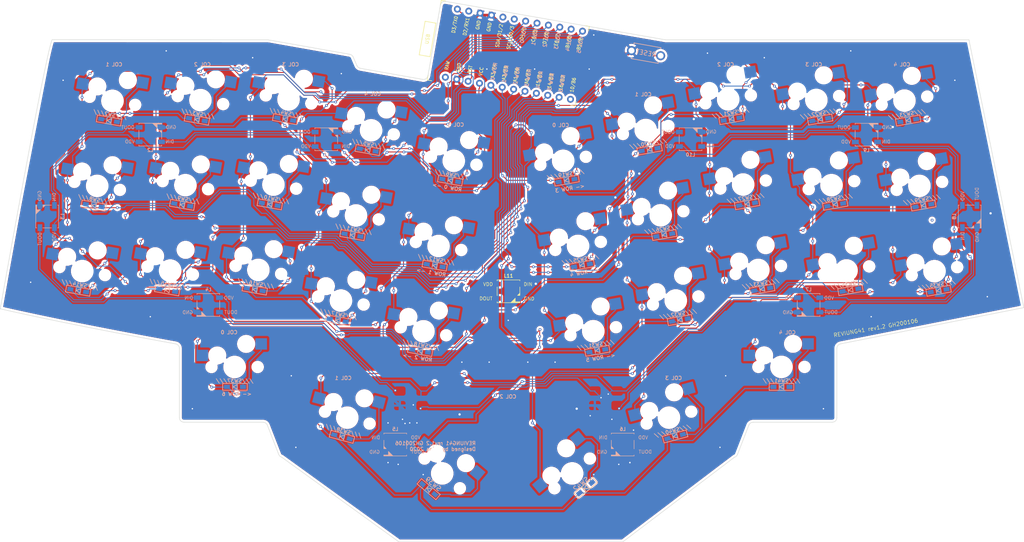
<source format=kicad_pcb>
(kicad_pcb (version 20171130) (host pcbnew "(5.1.9)-1")
  (title_block (title REVIUNG41) (date 2020-01-06) (rev 1.2))
  (layers (0 F.Cu signal) (31 B.Cu signal) (34 B.Paste user) (35 F.Paste user) (36 B.SilkS user) (37 F.SilkS user) (38 B.Mask user) (39 F.Mask user) (44 Edge.Cuts user))
  (net 0 "")
  (net 1 row0)
  (net 2 "Net-(D2-Pad2)")
  (net 3 "Net-(D3-Pad2)")
  (net 4 "Net-(D4-Pad2)")
  (net 5 "Net-(D5-Pad2)")
  (net 6 "Net-(D6-Pad2)")
  (net 7 row1)
  (net 8 "Net-(D8-Pad2)")
  (net 9 "Net-(D9-Pad2)")
  (net 10 "Net-(D10-Pad2)")
  (net 11 "Net-(D11-Pad2)")
  (net 12 "Net-(D12-Pad2)")
  (net 13 row2)
  (net 14 "Net-(D14-Pad2)")
  (net 15 "Net-(D15-Pad2)")
  (net 16 "Net-(D16-Pad2)")
  (net 17 "Net-(D17-Pad2)")
  (net 18 "Net-(D18-Pad2)")
  (net 19 row3)
  (net 20 "Net-(D19-Pad2)")
  (net 21 "Net-(D20-Pad2)")
  (net 22 "Net-(D21-Pad2)")
  (net 23 "Net-(D22-Pad2)")
  (net 24 "Net-(D23-Pad2)")
  (net 25 row4)
  (net 26 "Net-(D25-Pad2)")
  (net 27 "Net-(D26-Pad2)")
  (net 28 "Net-(D27-Pad2)")
  (net 29 "Net-(D28-Pad2)")
  (net 30 "Net-(D29-Pad2)")
  (net 31 row5)
  (net 32 "Net-(D31-Pad2)")
  (net 33 "Net-(D32-Pad2)")
  (net 34 "Net-(D33-Pad2)")
  (net 35 "Net-(D34-Pad2)")
  (net 36 "Net-(D35-Pad2)")
  (net 37 row6)
  (net 38 "Net-(D37-Pad2)")
  (net 39 "Net-(D38-Pad2)")
  (net 40 "Net-(D39-Pad2)")
  (net 41 "Net-(D40-Pad2)")
  (net 42 "Net-(D41-Pad2)")
  (net 43 LED)
  (net 44 VCC)
  (net 45 GND)
  (net 46 col0)
  (net 47 col1)
  (net 48 col2)
  (net 49 col3)
  (net 50 col4)
  (net 51 col5)
  (net 52 reset)
  (net 53 "Net-(L1-Pad2)")
  (net 54 "Net-(L2-Pad2)")
  (net 55 "Net-(L3-Pad2)")
  (net 56 "Net-(L4-Pad2)")
  (net 57 "Net-(L5-Pad2)")
  (net 58 "Net-(L6-Pad2)")
  (net 59 "Net-(L7-Pad2)")
  (net 60 "Net-(L8-Pad2)")
  (net 61 "Net-(L10-Pad4)")
  (net 62 "Net-(L10-Pad2)")
  (net 63 "Net-(D42-Pad2)")
  (net 64 "Net-(L11-Pad2)")
  (net 65 "Net-(U1-Pad2)")
  (net 66 "Net-(U1-Pad5)")
  (net 67 "Net-(U1-Pad6)")
  (net 68 "Net-(U1-Pad13)")
  (net 69 "Net-(U1-Pad24)")
  (module _reviung-kbd:D3_SMD_1side (layer F.Cu) (at 161.7375 157.1625 40)
    (fp_text reference D42 hide)
    (fp_text value 1N4148W hide)
    (pad 2 smd rect (at 1.775 0 40) (size 1.3 0.95) (layers F.Cu F.Paste F.Mask) (net 63 "Net-(D42-Pad2)"))
    (pad 1 smd rect (at -1.775 0 40) (size 1.3 0.95) (layers B.Cu B.Paste B.Mask) (net 37 row6))
    (pad 2 smd rect (at 1.775 0 40) (size 1.3 0.95) (layers B.Cu B.Paste B.Mask) (net 63 "Net-(D42-Pad2)"))
    (pad 1 smd rect (at -1.775 0 40) (size 1.3 0.95) (layers F.Cu F.Paste F.Mask) (net 37 row6))
  )
  (module _reviung-kbd:MXOnly-1U-Hotswap (layer F.Cu) (at 212.44 71.81 10)
    (fp_text reference SW22)
    (fp_text value SW_PUSH)
    (fp_text user ///%R/// (at 0 3.048 10) (layer B.SilkS) (effects (font (size 0.8 0.8)) (justify mirror)))
    (pad "" np_thru_hole circle (at 2.54 -5.08 10) (size 3 3) (drill 3) (layers *.Cu *.Mask))
    (pad "" np_thru_hole circle (at 0 0 10) (size 3.9878 3.9878) (drill 3.9878) (layers *.Cu *.Mask))
    (pad "" np_thru_hole circle (at -3.81 -2.54 10) (size 3 3) (drill 3) (layers *.Cu *.Mask))
    (pad "" np_thru_hole circle (at -5.08 0 58.0996) (size 1.75 1.75) (drill 1.75) (layers *.Cu *.Mask))
    (pad "" np_thru_hole circle (at 5.08 0 58.0996) (size 1.75 1.75) (drill 1.75) (layers *.Cu *.Mask))
    (pad 1 smd rect (at -7.085 -2.54 10) (size 2.55 2.5) (layers B.Cu B.Paste B.Mask) (net 49 col3))
    (pad 2 smd rect (at 5.842 -5.08 10) (size 2.55 2.5) (layers B.Cu B.Paste B.Mask) (net 23 "Net-(D22-Pad2)"))
  )
  (module _reviung-kbd:MXOnly-1U-Hotswap (layer F.Cu) (at 57.67 71.99 350)
    (fp_text reference SW2)
    (fp_text value SW_PUSH)
    (fp_text user ///%R/// (at 0 3.048 170) (layer B.SilkS) (effects (font (size 0.8 0.8)) (justify mirror)))
    (pad "" np_thru_hole circle (at 2.54 -5.08 350) (size 3 3) (drill 3) (layers *.Cu *.Mask))
    (pad "" np_thru_hole circle (at 0 0 350) (size 3.9878 3.9878) (drill 3.9878) (layers *.Cu *.Mask))
    (pad "" np_thru_hole circle (at -3.81 -2.54 350) (size 3 3) (drill 3) (layers *.Cu *.Mask))
    (pad "" np_thru_hole circle (at -5.08 0 38.0996) (size 1.75 1.75) (drill 1.75) (layers *.Cu *.Mask))
    (pad "" np_thru_hole circle (at 5.08 0 38.0996) (size 1.75 1.75) (drill 1.75) (layers *.Cu *.Mask))
    (pad 1 smd rect (at -7.085 -2.54 350) (size 2.55 2.5) (layers B.Cu B.Paste B.Mask) (net 47 col1))
    (pad 2 smd rect (at 5.842 -5.08 350) (size 2.55 2.5) (layers B.Cu B.Paste B.Mask) (net 2 "Net-(D2-Pad2)"))
  )
  (module _reviung-kbd:MXOnly-1U-Hotswap (layer F.Cu) (at 158.75 153.9875 40)
    (fp_text reference SW42)
    (fp_text value SW_PUSH)
    (fp_text user %R (at 0 3.048 40) (layer B.SilkS) (effects (justify mirror)))
    (pad 2 smd rect (at 5.842 -5.08 40) (size 2.55 2.5) (layers B.Cu B.Paste B.Mask) (net 63 "Net-(D42-Pad2)"))
    (pad 1 smd rect (at -7.085 -2.54 40) (size 2.55 2.5) (layers B.Cu B.Paste B.Mask) (net 51 col5))
    (pad "" np_thru_hole circle (at 5.08 0 88.0996) (size 1.75 1.75) (drill 1.75) (layers *.Cu *.Mask))
    (pad "" np_thru_hole circle (at -5.08 0 88.0996) (size 1.75 1.75) (drill 1.75) (layers *.Cu *.Mask))
    (pad "" np_thru_hole circle (at -3.81 -2.54 40) (size 3 3) (drill 3) (layers *.Cu *.Mask))
    (pad "" np_thru_hole circle (at 0 0 40) (size 3.9878 3.9878) (drill 3.9878) (layers *.Cu *.Mask))
    (pad "" np_thru_hole circle (at 2.54 -5.08 40) (size 3 3) (drill 3) (layers *.Cu *.Mask))
  )
  (module _reviung-kbd:MXOnly-1U-Hotswap (layer F.Cu) (at 180.03 141.71 15)
    (fp_text reference SW40)
    (fp_text value SW_PUSH)
    (fp_text user ///%R/// (at 0 3.048 15) (layer B.SilkS) (effects (font (size 0.8 0.8)) (justify mirror)))
    (pad 2 smd rect (at 5.842 -5.08 15) (size 2.55 2.5) (layers B.Cu B.Paste B.Mask) (net 41 "Net-(D40-Pad2)"))
    (pad 1 smd rect (at -7.085 -2.54 15) (size 2.55 2.5) (layers B.Cu B.Paste B.Mask) (net 49 col3))
    (pad "" np_thru_hole circle (at 5.08 0 63.0996) (size 1.75 1.75) (drill 1.75) (layers *.Cu *.Mask))
    (pad "" np_thru_hole circle (at -5.08 0 63.0996) (size 1.75 1.75) (drill 1.75) (layers *.Cu *.Mask))
    (pad "" np_thru_hole circle (at -3.81 -2.54 15) (size 3 3) (drill 3) (layers *.Cu *.Mask))
    (pad "" np_thru_hole circle (at 0 0 15) (size 3.9878 3.9878) (drill 3.9878) (layers *.Cu *.Mask))
    (pad "" np_thru_hole circle (at 2.54 -5.08 15) (size 3 3) (drill 3) (layers *.Cu *.Mask))
  )
  (module _reviung-kbd:MXOnly-1U-Hotswap (layer F.Cu) (at 130.175 153.9875 320)
    (fp_text reference SW39)
    (fp_text value SW_PUSH)
    (fp_text user %R (at 0 3.048 140) (layer B.SilkS) (effects (justify mirror)))
    (pad 2 smd rect (at 5.842 -5.08 320) (size 2.55 2.5) (layers B.Cu B.Paste B.Mask) (net 40 "Net-(D39-Pad2)"))
    (pad 1 smd rect (at -7.085 -2.54 320) (size 2.55 2.5) (layers B.Cu B.Paste B.Mask) (net 48 col2))
    (pad "" np_thru_hole circle (at 5.08 0 8.0996) (size 1.75 1.75) (drill 1.75) (layers *.Cu *.Mask))
    (pad "" np_thru_hole circle (at -5.08 0 8.0996) (size 1.75 1.75) (drill 1.75) (layers *.Cu *.Mask))
    (pad "" np_thru_hole circle (at -3.81 -2.54 320) (size 3 3) (drill 3) (layers *.Cu *.Mask))
    (pad "" np_thru_hole circle (at 0 0 320) (size 3.9878 3.9878) (drill 3.9878) (layers *.Cu *.Mask))
    (pad "" np_thru_hole circle (at 2.54 -5.08 320) (size 3 3) (drill 3) (layers *.Cu *.Mask))
  )
  (module _reviung-kbd:MXOnly-1U-Hotswap (layer F.Cu) (at 204.77 130.55)
    (fp_text reference SW41)
    (fp_text value SW_PUSH)
    (fp_text user ///%R/// (at 0 3.048) (layer B.SilkS) (effects (font (size 0.8 0.8)) (justify mirror)))
    (pad "" np_thru_hole circle (at 2.54 -5.08) (size 3 3) (drill 3) (layers *.Cu *.Mask))
    (pad "" np_thru_hole circle (at 0 0) (size 3.9878 3.9878) (drill 3.9878) (layers *.Cu *.Mask))
    (pad "" np_thru_hole circle (at -3.81 -2.54) (size 3 3) (drill 3) (layers *.Cu *.Mask))
    (pad "" np_thru_hole circle (at -5.08 0 48.0996) (size 1.75 1.75) (drill 1.75) (layers *.Cu *.Mask))
    (pad "" np_thru_hole circle (at 5.08 0 48.0996) (size 1.75 1.75) (drill 1.75) (layers *.Cu *.Mask))
    (pad 1 smd rect (at -7.085 -2.54) (size 2.55 2.5) (layers B.Cu B.Paste B.Mask) (net 50 col4))
    (pad 2 smd rect (at 5.842 -5.08) (size 2.55 2.5) (layers B.Cu B.Paste B.Mask) (net 42 "Net-(D41-Pad2)"))
  )
  (module _reviung-kbd:MXOnly-1U-Hotswap (layer F.Cu) (at 181.52 115.93 10)
    (fp_text reference SW32)
    (fp_text value SW_PUSH)
    (fp_text user ///%R/// (at 0 3.048 10) (layer B.SilkS) (effects (font (size 0.8 0.8)) (justify mirror)))
    (pad 2 smd rect (at 5.842 -5.08 10) (size 2.55 2.5) (layers B.Cu B.Paste B.Mask) (net 33 "Net-(D32-Pad2)"))
    (pad 1 smd rect (at -7.085 -2.54 10) (size 2.55 2.5) (layers B.Cu B.Paste B.Mask) (net 47 col1))
    (pad "" np_thru_hole circle (at 5.08 0 58.0996) (size 1.75 1.75) (drill 1.75) (layers *.Cu *.Mask))
    (pad "" np_thru_hole circle (at -5.08 0 58.0996) (size 1.75 1.75) (drill 1.75) (layers *.Cu *.Mask))
    (pad "" np_thru_hole circle (at -3.81 -2.54 10) (size 3 3) (drill 3) (layers *.Cu *.Mask))
    (pad "" np_thru_hole circle (at 0 0 10) (size 3.9878 3.9878) (drill 3.9878) (layers *.Cu *.Mask))
    (pad "" np_thru_hole circle (at 2.54 -5.08 10) (size 3 3) (drill 3) (layers *.Cu *.Mask))
  )
  (module _reviung-kbd:MXOnly-1U-Hotswap (layer F.Cu) (at 77.02 71.83 350)
    (fp_text reference SW3)
    (fp_text value SW_PUSH)
    (fp_text user ///%R/// (at 0 3.048 170) (layer B.SilkS) (effects (font (size 0.8 0.8)) (justify mirror)))
    (pad 2 smd rect (at 5.842 -5.08 350) (size 2.55 2.5) (layers B.Cu B.Paste B.Mask) (net 3 "Net-(D3-Pad2)"))
    (pad 1 smd rect (at -7.085 -2.54 350) (size 2.55 2.5) (layers B.Cu B.Paste B.Mask) (net 48 col2))
    (pad "" np_thru_hole circle (at 5.08 0 38.0996) (size 1.75 1.75) (drill 1.75) (layers *.Cu *.Mask))
    (pad "" np_thru_hole circle (at -5.08 0 38.0996) (size 1.75 1.75) (drill 1.75) (layers *.Cu *.Mask))
    (pad "" np_thru_hole circle (at -3.81 -2.54 350) (size 3 3) (drill 3) (layers *.Cu *.Mask))
    (pad "" np_thru_hole circle (at 0 0 350) (size 3.9878 3.9878) (drill 3.9878) (layers *.Cu *.Mask))
    (pad "" np_thru_hole circle (at 2.54 -5.08 350) (size 3 3) (drill 3) (layers *.Cu *.Mask))
  )
  (module _reviung-kbd:LED_WS2812B_PLCC4_5.0x5.0mm_P3.2mm (layer F.Cu) (at 144.75 113.91)
    (fp_text reference L11 (at 0 -3.4) (layer F.SilkS) (effects (font (size 0.75 0.75))))
    (fp_text value WS2812B)
    (fp_text user DOUT (at -4.95 1.6) (layer F.SilkS) (effects (font (size 0.75 0.75) (thickness 0.1))))
    (fp_text user VDD (at -4.5 -1.55) (layer F.SilkS) (effects (font (size 0.75 0.75) (thickness 0.1))))
    (fp_text user DIN (at 4.3 -1.55) (layer F.SilkS) (effects (font (size 0.75 0.75) (thickness 0.1))))
    (fp_text user GND (at 4.55 1.64) (layer F.SilkS) (effects (font (size 0.75 0.75) (thickness 0.1))))
    (pad 3 smd rect (at 2.45 1.6) (size 1.5 1) (layers F.Cu F.Paste F.Mask) (net 45 GND))
    (pad 4 smd rect (at 2.45 -1.6) (size 1.5 1) (layers F.Cu F.Paste F.Mask) (net 62 "Net-(L10-Pad2)"))
    (pad 2 smd rect (at -2.45 1.6) (size 1.5 1) (layers F.Cu F.Paste F.Mask) (net 64 "Net-(L11-Pad2)"))
    (pad 1 smd rect (at -2.45 -1.6) (size 1.5 1) (layers F.Cu F.Paste F.Mask) (net 44 VCC))
  )
  (module _reviung-kbd:LED_WS2812B_PLCC4_5.0x5.0mm_P3.2mm (layer B.Cu) (at 184.78 80.44)
    (fp_text reference L10 (at 0 3.4) (layer B.SilkS) (effects (font (size 0.75 0.75)) (justify mirror)))
    (fp_text value WS2812B)
    (fp_text user DOUT (at -4.95 -1.6) (layer B.SilkS) (effects (font (size 0.75 0.75) (thickness 0.1)) (justify mirror)))
    (fp_text user VDD (at -4.5 1.55) (layer B.SilkS) (effects (font (size 0.75 0.75) (thickness 0.1)) (justify mirror)))
    (fp_text user DIN (at 4.3 1.55) (layer B.SilkS) (effects (font (size 0.75 0.75) (thickness 0.1)) (justify mirror)))
    (fp_text user GND (at 4.55 -1.64) (layer B.SilkS) (effects (font (size 0.75 0.75) (thickness 0.1)) (justify mirror)))
    (pad 3 smd rect (at 2.45 -1.6) (size 1.5 1) (layers B.Cu B.Paste B.Mask) (net 45 GND))
    (pad 4 smd rect (at 2.45 1.6) (size 1.5 1) (layers B.Cu B.Paste B.Mask) (net 61 "Net-(L10-Pad4)"))
    (pad 2 smd rect (at -2.45 -1.6) (size 1.5 1) (layers B.Cu B.Paste B.Mask) (net 62 "Net-(L10-Pad2)"))
    (pad 1 smd rect (at -2.45 1.6) (size 1.5 1) (layers B.Cu B.Paste B.Mask) (net 44 VCC))
  )
  (module _reviung-kbd:LED_WS2812B_PLCC4_5.0x5.0mm_P3.2mm (layer B.Cu) (at 223.47 79.45)
    (fp_text reference L9 (at 0 3.4) (layer B.SilkS) (effects (font (size 0.75 0.75)) (justify mirror)))
    (fp_text value WS2812B)
    (fp_text user DOUT (at -4.95 -1.6) (layer B.SilkS) (effects (font (size 0.75 0.75) (thickness 0.1)) (justify mirror)))
    (fp_text user VDD (at -4.5 1.55) (layer B.SilkS) (effects (font (size 0.75 0.75) (thickness 0.1)) (justify mirror)))
    (fp_text user DIN (at 4.3 1.55) (layer B.SilkS) (effects (font (size 0.75 0.75) (thickness 0.1)) (justify mirror)))
    (fp_text user GND (at 4.55 -1.64) (layer B.SilkS) (effects (font (size 0.75 0.75) (thickness 0.1)) (justify mirror)))
    (pad 3 smd rect (at 2.45 -1.6) (size 1.5 1) (layers B.Cu B.Paste B.Mask) (net 45 GND))
    (pad 4 smd rect (at 2.45 1.6) (size 1.5 1) (layers B.Cu B.Paste B.Mask) (net 60 "Net-(L8-Pad2)"))
    (pad 2 smd rect (at -2.45 -1.6) (size 1.5 1) (layers B.Cu B.Paste B.Mask) (net 61 "Net-(L10-Pad4)"))
    (pad 1 smd rect (at -2.45 1.6) (size 1.5 1) (layers B.Cu B.Paste B.Mask) (net 44 VCC))
  )
  (module _reviung-kbd:LED_WS2812B_PLCC4_5.0x5.0mm_P3.2mm (layer B.Cu) (at 246.15 97.44 270)
    (fp_text reference L8 (at 0 3.4 90) (layer B.SilkS) (effects (font (size 0.75 0.75)) (justify mirror)))
    (fp_text value WS2812B)
    (fp_text user DOUT (at -4.95 -1.6 90) (layer B.SilkS) (effects (font (size 0.75 0.75) (thickness 0.1)) (justify mirror)))
    (fp_text user VDD (at -4.5 1.55 90) (layer B.SilkS) (effects (font (size 0.75 0.75) (thickness 0.1)) (justify mirror)))
    (fp_text user DIN (at 4.3 1.55 90) (layer B.SilkS) (effects (font (size 0.75 0.75) (thickness 0.1)) (justify mirror)))
    (fp_text user GND (at 4.55 -1.64 90) (layer B.SilkS) (effects (font (size 0.75 0.75) (thickness 0.1)) (justify mirror)))
    (pad 3 smd rect (at 2.45 -1.6 270) (size 1.5 1) (layers B.Cu B.Paste B.Mask) (net 45 GND))
    (pad 4 smd rect (at 2.45 1.6 270) (size 1.5 1) (layers B.Cu B.Paste B.Mask) (net 59 "Net-(L7-Pad2)"))
    (pad 2 smd rect (at -2.45 -1.6 270) (size 1.5 1) (layers B.Cu B.Paste B.Mask) (net 60 "Net-(L8-Pad2)"))
    (pad 1 smd rect (at -2.45 1.6 270) (size 1.5 1) (layers B.Cu B.Paste B.Mask) (net 44 VCC))
  )
  (module _reviung-kbd:LED_WS2812B_PLCC4_5.0x5.0mm_P3.2mm (layer B.Cu) (at 210.74 116.91 180)
    (fp_text reference L7 (at 0 3.4) (layer B.SilkS) (effects (font (size 0.75 0.75)) (justify mirror)))
    (fp_text value WS2812B)
    (fp_text user DOUT (at -4.95 -1.6) (layer B.SilkS) (effects (font (size 0.75 0.75) (thickness 0.1)) (justify mirror)))
    (fp_text user VDD (at -4.5 1.55) (layer B.SilkS) (effects (font (size 0.75 0.75) (thickness 0.1)) (justify mirror)))
    (fp_text user DIN (at 4.3 1.55) (layer B.SilkS) (effects (font (size 0.75 0.75) (thickness 0.1)) (justify mirror)))
    (fp_text user GND (at 4.55 -1.64) (layer B.SilkS) (effects (font (size 0.75 0.75) (thickness 0.1)) (justify mirror)))
    (pad 3 smd rect (at 2.45 -1.6 180) (size 1.5 1) (layers B.Cu B.Paste B.Mask) (net 45 GND))
    (pad 4 smd rect (at 2.45 1.6 180) (size 1.5 1) (layers B.Cu B.Paste B.Mask) (net 58 "Net-(L6-Pad2)"))
    (pad 2 smd rect (at -2.45 -1.6 180) (size 1.5 1) (layers B.Cu B.Paste B.Mask) (net 59 "Net-(L7-Pad2)"))
    (pad 1 smd rect (at -2.45 1.6 180) (size 1.5 1) (layers B.Cu B.Paste B.Mask) (net 44 VCC))
  )
  (module _reviung-kbd:LED_WS2812B_PLCC4_5.0x5.0mm_P3.2mm (layer B.Cu) (at 169.8625 147.6375 180)
    (fp_text reference L6 (at 0 3.4) (layer B.SilkS) (effects (font (size 0.75 0.75)) (justify mirror)))
    (fp_text value WS2812B)
    (fp_text user DOUT (at -4.95 -1.6) (layer B.SilkS) (effects (font (size 0.75 0.75) (thickness 0.1)) (justify mirror)))
    (fp_text user VDD (at -4.5 1.55) (layer B.SilkS) (effects (font (size 0.75 0.75) (thickness 0.1)) (justify mirror)))
    (fp_text user DIN (at 4.3 1.55) (layer B.SilkS) (effects (font (size 0.75 0.75) (thickness 0.1)) (justify mirror)))
    (fp_text user GND (at 4.55 -1.64) (layer B.SilkS) (effects (font (size 0.75 0.75) (thickness 0.1)) (justify mirror)))
    (pad 3 smd rect (at 2.45 -1.6 180) (size 1.5 1) (layers B.Cu B.Paste B.Mask) (net 45 GND))
    (pad 4 smd rect (at 2.45 1.6 180) (size 1.5 1) (layers B.Cu B.Paste B.Mask) (net 57 "Net-(L5-Pad2)"))
    (pad 2 smd rect (at -2.45 -1.6 180) (size 1.5 1) (layers B.Cu B.Paste B.Mask) (net 58 "Net-(L6-Pad2)"))
    (pad 1 smd rect (at -2.45 1.6 180) (size 1.5 1) (layers B.Cu B.Paste B.Mask) (net 44 VCC))
  )
  (module _reviung-kbd:LED_WS2812B_PLCC4_5.0x5.0mm_P3.2mm (layer B.Cu) (at 119.85625 147.6375 180)
    (fp_text reference L5 (at 0 3.4) (layer B.SilkS) (effects (font (size 0.75 0.75)) (justify mirror)))
    (fp_text value WS2812B)
    (fp_text user DOUT (at -4.95 -1.6) (layer B.SilkS) (effects (font (size 0.75 0.75) (thickness 0.1)) (justify mirror)))
    (fp_text user VDD (at -4.5 1.55) (layer B.SilkS) (effects (font (size 0.75 0.75) (thickness 0.1)) (justify mirror)))
    (fp_text user DIN (at 4.3 1.55) (layer B.SilkS) (effects (font (size 0.75 0.75) (thickness 0.1)) (justify mirror)))
    (fp_text user GND (at 4.55 -1.64) (layer B.SilkS) (effects (font (size 0.75 0.75) (thickness 0.1)) (justify mirror)))
    (pad 3 smd rect (at 2.45 -1.6 180) (size 1.5 1) (layers B.Cu B.Paste B.Mask) (net 45 GND))
    (pad 4 smd rect (at 2.45 1.6 180) (size 1.5 1) (layers B.Cu B.Paste B.Mask) (net 56 "Net-(L4-Pad2)"))
    (pad 2 smd rect (at -2.45 -1.6 180) (size 1.5 1) (layers B.Cu B.Paste B.Mask) (net 57 "Net-(L5-Pad2)"))
    (pad 1 smd rect (at -2.45 1.6 180) (size 1.5 1) (layers B.Cu B.Paste B.Mask) (net 44 VCC))
  )
  (module _reviung-kbd:LED_WS2812B_PLCC4_5.0x5.0mm_P3.2mm (layer B.Cu) (at 78.76 116.91 180)
    (fp_text reference L4 (at 0 3.4) (layer B.SilkS) (effects (font (size 0.75 0.75)) (justify mirror)))
    (fp_text value WS2812B)
    (fp_text user DOUT (at -4.95 -1.6) (layer B.SilkS) (effects (font (size 0.75 0.75) (thickness 0.1)) (justify mirror)))
    (fp_text user VDD (at -4.5 1.55) (layer B.SilkS) (effects (font (size 0.75 0.75) (thickness 0.1)) (justify mirror)))
    (fp_text user DIN (at 4.3 1.55) (layer B.SilkS) (effects (font (size 0.75 0.75) (thickness 0.1)) (justify mirror)))
    (fp_text user GND (at 4.55 -1.64) (layer B.SilkS) (effects (font (size 0.75 0.75) (thickness 0.1)) (justify mirror)))
    (pad 3 smd rect (at 2.45 -1.6 180) (size 1.5 1) (layers B.Cu B.Paste B.Mask) (net 45 GND))
    (pad 4 smd rect (at 2.45 1.6 180) (size 1.5 1) (layers B.Cu B.Paste B.Mask) (net 55 "Net-(L3-Pad2)"))
    (pad 2 smd rect (at -2.45 -1.6 180) (size 1.5 1) (layers B.Cu B.Paste B.Mask) (net 56 "Net-(L4-Pad2)"))
    (pad 1 smd rect (at -2.45 1.6 180) (size 1.5 1) (layers B.Cu B.Paste B.Mask) (net 44 VCC))
  )
  (module _reviung-kbd:LED_WS2812B_PLCC4_5.0x5.0mm_P3.2mm (layer B.Cu) (at 43.32 97.45 90)
    (fp_text reference L3 (at 0 3.4 90) (layer B.SilkS) (effects (font (size 0.75 0.75)) (justify mirror)))
    (fp_text value WS2812B)
    (fp_text user GND (at 4.55 -1.64 90) (layer B.SilkS) (effects (font (size 0.75 0.75) (thickness 0.1)) (justify mirror)))
    (fp_text user DIN (at 4.3 1.55 90) (layer B.SilkS) (effects (font (size 0.75 0.75) (thickness 0.1)) (justify mirror)))
    (fp_text user VDD (at -4.5 1.55 90) (layer B.SilkS) (effects (font (size 0.75 0.75) (thickness 0.1)) (justify mirror)))
    (fp_text user DOUT (at -4.95 -1.6 90) (layer B.SilkS) (effects (font (size 0.75 0.75) (thickness 0.1)) (justify mirror)))
    (pad 1 smd rect (at -2.45 1.6 90) (size 1.5 1) (layers B.Cu B.Paste B.Mask) (net 44 VCC))
    (pad 2 smd rect (at -2.45 -1.6 90) (size 1.5 1) (layers B.Cu B.Paste B.Mask) (net 55 "Net-(L3-Pad2)"))
    (pad 4 smd rect (at 2.45 1.6 90) (size 1.5 1) (layers B.Cu B.Paste B.Mask) (net 54 "Net-(L2-Pad2)"))
    (pad 3 smd rect (at 2.45 -1.6 90) (size 1.5 1) (layers B.Cu B.Paste B.Mask) (net 45 GND))
  )
  (module _reviung-kbd:LED_WS2812B_PLCC4_5.0x5.0mm_P3.2mm (layer B.Cu) (at 65.99 79.43)
    (fp_text reference L2 (at 0 3.4) (layer B.SilkS) (effects (font (size 0.75 0.75)) (justify mirror)))
    (fp_text value WS2812B)
    (fp_text user DOUT (at -4.95 -1.6) (layer B.SilkS) (effects (font (size 0.75 0.75) (thickness 0.1)) (justify mirror)))
    (fp_text user VDD (at -4.5 1.55) (layer B.SilkS) (effects (font (size 0.75 0.75) (thickness 0.1)) (justify mirror)))
    (fp_text user DIN (at 4.3 1.55) (layer B.SilkS) (effects (font (size 0.75 0.75) (thickness 0.1)) (justify mirror)))
    (fp_text user GND (at 4.55 -1.64) (layer B.SilkS) (effects (font (size 0.75 0.75) (thickness 0.1)) (justify mirror)))
    (pad 3 smd rect (at 2.45 -1.6) (size 1.5 1) (layers B.Cu B.Paste B.Mask) (net 45 GND))
    (pad 4 smd rect (at 2.45 1.6) (size 1.5 1) (layers B.Cu B.Paste B.Mask) (net 53 "Net-(L1-Pad2)"))
    (pad 2 smd rect (at -2.45 -1.6) (size 1.5 1) (layers B.Cu B.Paste B.Mask) (net 54 "Net-(L2-Pad2)"))
    (pad 1 smd rect (at -2.45 1.6) (size 1.5 1) (layers B.Cu B.Paste B.Mask) (net 44 VCC))
  )
  (module _reviung-kbd:LED_WS2812B_PLCC4_5.0x5.0mm_P3.2mm (layer B.Cu) (at 104.68 80.45)
    (fp_text reference L1 (at 0 3.4) (layer B.SilkS) (effects (font (size 0.75 0.75)) (justify mirror)))
    (fp_text value WS2812B)
    (fp_text user DOUT (at -4.95 -1.6) (layer B.SilkS) (effects (font (size 0.75 0.75) (thickness 0.1)) (justify mirror)))
    (fp_text user VDD (at -4.5 1.55) (layer B.SilkS) (effects (font (size 0.75 0.75) (thickness 0.1)) (justify mirror)))
    (fp_text user DIN (at 4.3 1.55) (layer B.SilkS) (effects (font (size 0.75 0.75) (thickness 0.1)) (justify mirror)))
    (fp_text user GND (at 4.55 -1.64) (layer B.SilkS) (effects (font (size 0.75 0.75) (thickness 0.1)) (justify mirror)))
    (pad 3 smd rect (at 2.45 -1.6) (size 1.5 1) (layers B.Cu B.Paste B.Mask) (net 45 GND))
    (pad 4 smd rect (at 2.45 1.6) (size 1.5 1) (layers B.Cu B.Paste B.Mask) (net 43 LED))
    (pad 2 smd rect (at -2.45 -1.6) (size 1.5 1) (layers B.Cu B.Paste B.Mask) (net 53 "Net-(L1-Pad2)"))
    (pad 1 smd rect (at -2.45 1.6) (size 1.5 1) (layers B.Cu B.Paste B.Mask) (net 44 VCC))
  )
  (module _reviung-kbd:MXOnly-1U-Hotswap (layer F.Cu) (at 235.1 90.71 10)
    (fp_text reference SW29)
    (fp_text value SW_PUSH)
    (fp_text user ///%R/// (at 0 3.048 10) (layer B.SilkS) (effects (font (size 0.8 0.8)) (justify mirror)))
    (pad 2 smd rect (at 5.842 -5.08 10) (size 2.55 2.5) (layers B.Cu B.Paste B.Mask) (net 30 "Net-(D29-Pad2)"))
    (pad 1 smd rect (at -7.085 -2.54 10) (size 2.55 2.5) (layers B.Cu B.Paste B.Mask) (net 50 col4))
    (pad "" np_thru_hole circle (at 5.08 0 58.0996) (size 1.75 1.75) (drill 1.75) (layers *.Cu *.Mask))
    (pad "" np_thru_hole circle (at -5.08 0 58.0996) (size 1.75 1.75) (drill 1.75) (layers *.Cu *.Mask))
    (pad "" np_thru_hole circle (at -3.81 -2.54 10) (size 3 3) (drill 3) (layers *.Cu *.Mask))
    (pad "" np_thru_hole circle (at 0 0 10) (size 3.9878 3.9878) (drill 3.9878) (layers *.Cu *.Mask))
    (pad "" np_thru_hole circle (at 2.54 -5.08 10) (size 3 3) (drill 3) (layers *.Cu *.Mask))
  )
  (module _reviung-kbd:ProMicro (layer F.Cu) (at 146.45 61.82 80)
    (fp_text reference U1 hide)
    (fp_text value ProMicro hide)
    (fp_text user USB (at 0 -19.8 80) (layer F.SilkS) (effects (font (size 0.75 0.75) (thickness 0.12))))
    (fp_text user B4/8 (at 4.705 10.8 80 unlocked) (layer F.SilkS) (effects (font (size 0.75 0.67) (thickness 0.125))))
    (fp_text user D2/RX1 (at 4.155 -11.9 80 unlocked) (layer F.SilkS) (effects (font (size 0.75 0.67) (thickness 0.125))))
    (fp_text user B5/9 (at 4.705 13.3 80 unlocked) (layer F.SilkS) (effects (font (size 0.75 0.67) (thickness 0.125))))
    (fp_text user C6/5 (at 4.705 3.15 80 unlocked) (layer F.SilkS) (effects (font (size 0.75 0.67) (thickness 0.125))))
    (fp_text user SCL/D0/3 (at 3.455 -1.9 80 unlocked) (layer F.SilkS) (effects (font (size 0.75 0.67) (thickness 0.125))))
    (fp_text user SDA/D1/2 (at 3.455 -4.4 80 unlocked) (layer F.SilkS) (effects (font (size 0.75 0.67) (thickness 0.125))))
    (fp_text user D4/4 (at 4.705 0.6 80 unlocked) (layer F.SilkS) (effects (font (size 0.75 0.67) (thickness 0.125))))
    (fp_text user D3/TX0 (at 4.155 -14.45 80 unlocked) (layer F.SilkS) (effects (font (size 0.75 0.67) (thickness 0.125))))
    (fp_text user GND (at 4.955 -6.9 80 unlocked) (layer F.SilkS) (effects (font (size 0.75 0.67) (thickness 0.125))))
    (fp_text user GND (at 4.955 -9.35 80 unlocked) (layer F.SilkS) (effects (font (size 0.75 0.67) (thickness 0.125))))
    (fp_text user D7/6 (at 4.705 5.7 80 unlocked) (layer F.SilkS) (effects (font (size 0.75 0.67) (thickness 0.125))))
    (fp_text user E6/7 (at 4.705 8.25 80 unlocked) (layer F.SilkS) (effects (font (size 0.75 0.67) (thickness 0.125))))
    (fp_text user 16/B2 (at -4.395 10.95 80 unlocked) (layer F.SilkS) (effects (font (size 0.75 0.67) (thickness 0.125))))
    (fp_text user 10/B6 (at -4.395 13.45 80 unlocked) (layer F.SilkS) (effects (font (size 0.75 0.67) (thickness 0.125))))
    (fp_text user 14/B3 (at -4.395 8.4 80 unlocked) (layer F.SilkS) (effects (font (size 0.75 0.67) (thickness 0.125))))
    (fp_text user 15/B1 (at -4.395 5.85 80 unlocked) (layer F.SilkS) (effects (font (size 0.75 0.67) (thickness 0.125))))
    (fp_text user A0/F7 (at -4.395 3.3 80 unlocked) (layer F.SilkS) (effects (font (size 0.75 0.67) (thickness 0.125))))
    (fp_text user A1/F6 (at -4.395 0.75 80 unlocked) (layer F.SilkS) (effects (font (size 0.75 0.67) (thickness 0.125))))
    (fp_text user A2/F5 (at -4.395 -1.75 80 unlocked) (layer F.SilkS) (effects (font (size 0.75 0.67) (thickness 0.125))))
    (fp_text user A3/F4 (at -4.395 -4.25 80 unlocked) (layer F.SilkS) (effects (font (size 0.75 0.67) (thickness 0.125))))
    (fp_text user VCC (at -4.995 -6.95 80 unlocked) (layer F.SilkS) (effects (font (size 0.75 0.67) (thickness 0.125))))
    (fp_text user RST (at -4.995 -9.4 80 unlocked) (layer F.SilkS) (effects (font (size 0.75 0.67) (thickness 0.125))))
    (fp_text user GND (at -4.995 -11.95 80 unlocked) (layer F.SilkS) (effects (font (size 0.75 0.67) (thickness 0.125))))
    (fp_text user RAW (at -4.995 -14.5 80 unlocked) (layer F.SilkS) (effects (font (size 0.75 0.67) (thickness 0.125))))
    (fp_text user "" (at -0.545 -20.1 80) (layer F.SilkS))
    (fp_text user "" (at -1.2515 -16.256 80) (layer B.SilkS) (effects (justify mirror)))
    (pad 1 thru_hole circle (at 7.6114 -14.478 80) (size 1.524 1.524) (drill 0.8128) (layers *.Cu *.Mask) (net 43 LED))
    (pad 2 thru_hole circle (at 7.6114 -11.938 80) (size 1.524 1.524) (drill 0.8128) (layers *.Cu *.Mask) (net 65 "Net-(U1-Pad2)"))
    (pad 3 thru_hole circle (at 7.6114 -9.398 80) (size 1.524 1.524) (drill 0.8128) (layers *.Cu *.Mask) (net 45 GND))
    (pad 4 thru_hole circle (at 7.6114 -6.858 80) (size 1.524 1.524) (drill 0.8128) (layers *.Cu *.Mask) (net 45 GND))
    (pad 5 thru_hole circle (at 7.6114 -4.318 80) (size 1.524 1.524) (drill 0.8128) (layers *.Cu *.Mask) (net 66 "Net-(U1-Pad5)"))
    (pad 6 thru_hole circle (at 7.6114 -1.778 80) (size 1.524 1.524) (drill 0.8128) (layers *.Cu *.Mask) (net 67 "Net-(U1-Pad6)"))
    (pad 7 thru_hole circle (at 7.6114 0.762 80) (size 1.524 1.524) (drill 0.8128) (layers *.Cu *.Mask) (net 46 col0))
    (pad 8 thru_hole circle (at 7.6114 3.302 80) (size 1.524 1.524) (drill 0.8128) (layers *.Cu *.Mask) (net 47 col1))
    (pad 9 thru_hole circle (at 7.6114 5.842 80) (size 1.524 1.524) (drill 0.8128) (layers *.Cu *.Mask) (net 48 col2))
    (pad 10 thru_hole circle (at 7.6114 8.382 80) (size 1.524 1.524) (drill 0.8128) (layers *.Cu *.Mask) (net 49 col3))
    (pad 11 thru_hole circle (at 7.6114 10.922 80) (size 1.524 1.524) (drill 0.8128) (layers *.Cu *.Mask) (net 50 col4))
    (pad 12 thru_hole circle (at 7.6114 13.462 80) (size 1.524 1.524) (drill 0.8128) (layers *.Cu *.Mask) (net 51 col5))
    (pad 13 thru_hole circle (at -7.6086 13.462 80) (size 1.524 1.524) (drill 0.8128) (layers *.Cu *.Mask) (net 68 "Net-(U1-Pad13)"))
    (pad 14 thru_hole circle (at -7.6086 10.922 80) (size 1.524 1.524) (drill 0.8128) (layers *.Cu *.Mask) (net 37 row6))
    (pad 15 thru_hole circle (at -7.6086 8.382 80) (size 1.524 1.524) (drill 0.8128) (layers *.Cu *.Mask) (net 31 row5))
    (pad 16 thru_hole circle (at -7.6086 5.842 80) (size 1.524 1.524) (drill 0.8128) (layers *.Cu *.Mask) (net 25 row4))
    (pad 17 thru_hole circle (at -7.6086 3.302 80) (size 1.524 1.524) (drill 0.8128) (layers *.Cu *.Mask) (net 19 row3))
    (pad 18 thru_hole circle (at -7.6086 0.762 80) (size 1.524 1.524) (drill 0.8128) (layers *.Cu *.Mask) (net 13 row2))
    (pad 19 thru_hole circle (at -7.6086 -1.778 80) (size 1.524 1.524) (drill 0.8128) (layers *.Cu *.Mask) (net 7 row1))
    (pad 20 thru_hole circle (at -7.6086 -4.318 80) (size 1.524 1.524) (drill 0.8128) (layers *.Cu *.Mask) (net 1 row0))
    (pad 21 thru_hole circle (at -7.6086 -6.858 80) (size 1.524 1.524) (drill 0.8128) (layers *.Cu *.Mask) (net 44 VCC))
    (pad 22 thru_hole circle (at -7.6086 -9.398 80) (size 1.524 1.524) (drill 0.8128) (layers *.Cu *.Mask) (net 52 reset))
    (pad 23 thru_hole circle (at -7.6086 -11.938 80) (size 1.524 1.524) (drill 0.8128) (layers *.Cu *.Mask) (net 45 GND))
    (pad 24 thru_hole circle (at -7.6086 -14.478 80) (size 1.524 1.524) (drill 0.8128) (layers *.Cu *.Mask) (net 69 "Net-(U1-Pad24)"))
  )
  (module _reviung-kbd:MXOnly-1U-Hotswap (layer F.Cu) (at 96.39 71.69 350)
    (fp_text reference SW4)
    (fp_text value SW_PUSH)
    (fp_text user ///%R/// (at 0 3.048 170) (layer B.SilkS) (effects (font (size 0.8 0.8)) (justify mirror)))
    (pad 2 smd rect (at 5.842 -5.08 350) (size 2.55 2.5) (layers B.Cu B.Paste B.Mask) (net 4 "Net-(D4-Pad2)"))
    (pad 1 smd rect (at -7.085 -2.54 350) (size 2.55 2.5) (layers B.Cu B.Paste B.Mask) (net 49 col3))
    (pad "" np_thru_hole circle (at 5.08 0 38.0996) (size 1.75 1.75) (drill 1.75) (layers *.Cu *.Mask))
    (pad "" np_thru_hole circle (at -5.08 0 38.0996) (size 1.75 1.75) (drill 1.75) (layers *.Cu *.Mask))
    (pad "" np_thru_hole circle (at -3.81 -2.54 350) (size 3 3) (drill 3) (layers *.Cu *.Mask))
    (pad "" np_thru_hole circle (at 0 0 350) (size 3.9878 3.9878) (drill 3.9878) (layers *.Cu *.Mask))
    (pad "" np_thru_hole circle (at 2.54 -5.08 350) (size 3 3) (drill 3) (layers *.Cu *.Mask))
  )
  (module _reviung-kbd:MXOnly-1U-Hotswap (layer F.Cu) (at 109.302261 141.714882 345)
    (fp_text reference SW38)
    (fp_text value SW_PUSH)
    (fp_text user ///%R/// (at 0 3.048 165) (layer B.SilkS) (effects (font (size 0.8 0.8)) (justify mirror)))
    (pad "" np_thru_hole circle (at 2.54 -5.08 345) (size 3 3) (drill 3) (layers *.Cu *.Mask))
    (pad "" np_thru_hole circle (at 0 0 345) (size 3.9878 3.9878) (drill 3.9878) (layers *.Cu *.Mask))
    (pad "" np_thru_hole circle (at -3.81 -2.54 345) (size 3 3) (drill 3) (layers *.Cu *.Mask))
    (pad "" np_thru_hole circle (at -5.08 0 33.0996) (size 1.75 1.75) (drill 1.75) (layers *.Cu *.Mask))
    (pad "" np_thru_hole circle (at 5.08 0 33.0996) (size 1.75 1.75) (drill 1.75) (layers *.Cu *.Mask))
    (pad 1 smd rect (at -7.085 -2.54 345) (size 2.55 2.5) (layers B.Cu B.Paste B.Mask) (net 47 col1))
    (pad 2 smd rect (at 5.842 -5.08 345) (size 2.55 2.5) (layers B.Cu B.Paste B.Mask) (net 39 "Net-(D38-Pad2)"))
  )
  (module _reviung-kbd:MXOnly-1U-Hotswap (layer F.Cu) (at 84.53 130.57)
    (fp_text reference SW37)
    (fp_text value SW_PUSH)
    (fp_text user ///%R/// (at 0 3.048) (layer B.SilkS) (effects (font (size 0.8 0.8)) (justify mirror)))
    (pad 2 smd rect (at 5.842 -5.08) (size 2.55 2.5) (layers B.Cu B.Paste B.Mask) (net 38 "Net-(D37-Pad2)"))
    (pad 1 smd rect (at -7.085 -2.54) (size 2.55 2.5) (layers B.Cu B.Paste B.Mask) (net 46 col0))
    (pad "" np_thru_hole circle (at 5.08 0 48.0996) (size 1.75 1.75) (drill 1.75) (layers *.Cu *.Mask))
    (pad "" np_thru_hole circle (at -5.08 0 48.0996) (size 1.75 1.75) (drill 1.75) (layers *.Cu *.Mask))
    (pad "" np_thru_hole circle (at -3.81 -2.54) (size 3 3) (drill 3) (layers *.Cu *.Mask))
    (pad "" np_thru_hole circle (at 0 0) (size 3.9878 3.9878) (drill 3.9878) (layers *.Cu *.Mask))
    (pad "" np_thru_hole circle (at 2.54 -5.08) (size 3 3) (drill 3) (layers *.Cu *.Mask))
  )
  (module _reviung-kbd:MXOnly-1U-Hotswap (layer F.Cu) (at 238.41 109.48 10)
    (fp_text reference SW35)
    (fp_text value SW_PUSH)
    (fp_text user ///%R/// (at 0 3.048 10) (layer B.SilkS) (effects (font (size 0.8 0.8)) (justify mirror)))
    (pad 2 smd rect (at 5.842 -5.08 10) (size 2.55 2.5) (layers B.Cu B.Paste B.Mask) (net 36 "Net-(D35-Pad2)"))
    (pad 1 smd rect (at -7.085 -2.54 10) (size 2.55 2.5) (layers B.Cu B.Paste B.Mask) (net 50 col4))
    (pad "" np_thru_hole circle (at 5.08 0 58.0996) (size 1.75 1.75) (drill 1.75) (layers *.Cu *.Mask))
    (pad "" np_thru_hole circle (at -5.08 0 58.0996) (size 1.75 1.75) (drill 1.75) (layers *.Cu *.Mask))
    (pad "" np_thru_hole circle (at -3.81 -2.54 10) (size 3 3) (drill 3) (layers *.Cu *.Mask))
    (pad "" np_thru_hole circle (at 0 0 10) (size 3.9878 3.9878) (drill 3.9878) (layers *.Cu *.Mask))
    (pad "" np_thru_hole circle (at 2.54 -5.08 10) (size 3 3) (drill 3) (layers *.Cu *.Mask))
  )
  (module _reviung-kbd:MXOnly-1U-Hotswap (layer F.Cu) (at 219.06 109.32 10)
    (fp_text reference SW34)
    (fp_text value SW_PUSH)
    (fp_text user ///%R/// (at 0 3.048 10) (layer B.SilkS) (effects (font (size 0.8 0.8)) (justify mirror)))
    (pad 2 smd rect (at 5.842 -5.08 10) (size 2.55 2.5) (layers B.Cu B.Paste B.Mask) (net 35 "Net-(D34-Pad2)"))
    (pad 1 smd rect (at -7.085 -2.54 10) (size 2.55 2.5) (layers B.Cu B.Paste B.Mask) (net 49 col3))
    (pad "" np_thru_hole circle (at 5.08 0 58.0996) (size 1.75 1.75) (drill 1.75) (layers *.Cu *.Mask))
    (pad "" np_thru_hole circle (at -5.08 0 58.0996) (size 1.75 1.75) (drill 1.75) (layers *.Cu *.Mask))
    (pad "" np_thru_hole circle (at -3.81 -2.54 10) (size 3 3) (drill 3) (layers *.Cu *.Mask))
    (pad "" np_thru_hole circle (at 0 0 10) (size 3.9878 3.9878) (drill 3.9878) (layers *.Cu *.Mask))
    (pad "" np_thru_hole circle (at 2.54 -5.08 10) (size 3 3) (drill 3) (layers *.Cu *.Mask))
  )
  (module _reviung-kbd:MXOnly-1U-Hotswap (layer F.Cu) (at 199.67 109.21 10)
    (fp_text reference SW33)
    (fp_text value SW_PUSH)
    (fp_text user ///%R/// (at 0 3.048 10) (layer B.SilkS) (effects (font (size 0.8 0.8)) (justify mirror)))
    (pad "" np_thru_hole circle (at 2.54 -5.08 10) (size 3 3) (drill 3) (layers *.Cu *.Mask))
    (pad "" np_thru_hole circle (at 0 0 10) (size 3.9878 3.9878) (drill 3.9878) (layers *.Cu *.Mask))
    (pad "" np_thru_hole circle (at -3.81 -2.54 10) (size 3 3) (drill 3) (layers *.Cu *.Mask))
    (pad "" np_thru_hole circle (at -5.08 0 58.0996) (size 1.75 1.75) (drill 1.75) (layers *.Cu *.Mask))
    (pad "" np_thru_hole circle (at 5.08 0 58.0996) (size 1.75 1.75) (drill 1.75) (layers *.Cu *.Mask))
    (pad 1 smd rect (at -7.085 -2.54 10) (size 2.55 2.5) (layers B.Cu B.Paste B.Mask) (net 48 col2))
    (pad 2 smd rect (at 5.842 -5.08 10) (size 2.55 2.5) (layers B.Cu B.Paste B.Mask) (net 34 "Net-(D33-Pad2)"))
  )
  (module _reviung-kbd:MXOnly-1U-Hotswap (layer F.Cu) (at 163.39 122.69 10)
    (fp_text reference SW31)
    (fp_text value SW_PUSH)
    (fp_text user ///%R/// (at 0 3.048 10) (layer B.SilkS) (effects (font (size 0.8 0.8)) (justify mirror)))
    (pad "" np_thru_hole circle (at 2.54 -5.08 10) (size 3 3) (drill 3) (layers *.Cu *.Mask))
    (pad "" np_thru_hole circle (at 0 0 10) (size 3.9878 3.9878) (drill 3.9878) (layers *.Cu *.Mask))
    (pad "" np_thru_hole circle (at -3.81 -2.54 10) (size 3 3) (drill 3) (layers *.Cu *.Mask))
    (pad "" np_thru_hole circle (at -5.08 0 58.0996) (size 1.75 1.75) (drill 1.75) (layers *.Cu *.Mask))
    (pad "" np_thru_hole circle (at 5.08 0 58.0996) (size 1.75 1.75) (drill 1.75) (layers *.Cu *.Mask))
    (pad 1 smd rect (at -7.085 -2.54 10) (size 2.55 2.5) (layers B.Cu B.Paste B.Mask) (net 46 col0))
    (pad 2 smd rect (at 5.842 -5.08 10) (size 2.55 2.5) (layers B.Cu B.Paste B.Mask) (net 32 "Net-(D31-Pad2)"))
  )
  (module _reviung-kbd:MXOnly-1U-Hotswap (layer F.Cu) (at 215.77 90.55 10)
    (fp_text reference SW28)
    (fp_text value SW_PUSH)
    (fp_text user ///%R/// (at 0 3.048 10) (layer B.SilkS) (effects (font (size 0.8 0.8)) (justify mirror)))
    (pad 2 smd rect (at 5.842 -5.08 10) (size 2.55 2.5) (layers B.Cu B.Paste B.Mask) (net 29 "Net-(D28-Pad2)"))
    (pad 1 smd rect (at -7.085 -2.54 10) (size 2.55 2.5) (layers B.Cu B.Paste B.Mask) (net 49 col3))
    (pad "" np_thru_hole circle (at 5.08 0 58.0996) (size 1.75 1.75) (drill 1.75) (layers *.Cu *.Mask))
    (pad "" np_thru_hole circle (at -5.08 0 58.0996) (size 1.75 1.75) (drill 1.75) (layers *.Cu *.Mask))
    (pad "" np_thru_hole circle (at -3.81 -2.54 10) (size 3 3) (drill 3) (layers *.Cu *.Mask))
    (pad "" np_thru_hole circle (at 0 0 10) (size 3.9878 3.9878) (drill 3.9878) (layers *.Cu *.Mask))
    (pad "" np_thru_hole circle (at 2.54 -5.08 10) (size 3 3) (drill 3) (layers *.Cu *.Mask))
  )
  (module _reviung-kbd:MXOnly-1U-Hotswap (layer F.Cu) (at 196.34 90.41 10)
    (fp_text reference SW27)
    (fp_text value SW_PUSH)
    (fp_text user ///%R/// (at 0 3.048 10) (layer B.SilkS) (effects (font (size 0.8 0.8)) (justify mirror)))
    (pad "" np_thru_hole circle (at 2.54 -5.08 10) (size 3 3) (drill 3) (layers *.Cu *.Mask))
    (pad "" np_thru_hole circle (at 0 0 10) (size 3.9878 3.9878) (drill 3.9878) (layers *.Cu *.Mask))
    (pad "" np_thru_hole circle (at -3.81 -2.54 10) (size 3 3) (drill 3) (layers *.Cu *.Mask))
    (pad "" np_thru_hole circle (at -5.08 0 58.0996) (size 1.75 1.75) (drill 1.75) (layers *.Cu *.Mask))
    (pad "" np_thru_hole circle (at 5.08 0 58.0996) (size 1.75 1.75) (drill 1.75) (layers *.Cu *.Mask))
    (pad 1 smd rect (at -7.085 -2.54 10) (size 2.55 2.5) (layers B.Cu B.Paste B.Mask) (net 48 col2))
    (pad 2 smd rect (at 5.842 -5.08 10) (size 2.55 2.5) (layers B.Cu B.Paste B.Mask) (net 28 "Net-(D27-Pad2)"))
  )
  (module _reviung-kbd:MXOnly-1U-Hotswap (layer F.Cu) (at 178.21 97.18 10)
    (fp_text reference SW26)
    (fp_text value SW_PUSH)
    (fp_text user ///%R/// (at 0 3.048 10) (layer B.SilkS) (effects (font (size 0.8 0.8)) (justify mirror)))
    (pad 2 smd rect (at 5.842 -5.08 10) (size 2.55 2.5) (layers B.Cu B.Paste B.Mask) (net 27 "Net-(D26-Pad2)"))
    (pad 1 smd rect (at -7.085 -2.54 10) (size 2.55 2.5) (layers B.Cu B.Paste B.Mask) (net 47 col1))
    (pad "" np_thru_hole circle (at 5.08 0 58.0996) (size 1.75 1.75) (drill 1.75) (layers *.Cu *.Mask))
    (pad "" np_thru_hole circle (at -5.08 0 58.0996) (size 1.75 1.75) (drill 1.75) (layers *.Cu *.Mask))
    (pad "" np_thru_hole circle (at -3.81 -2.54 10) (size 3 3) (drill 3) (layers *.Cu *.Mask))
    (pad "" np_thru_hole circle (at 0 0 10) (size 3.9878 3.9878) (drill 3.9878) (layers *.Cu *.Mask))
    (pad "" np_thru_hole circle (at 2.54 -5.08 10) (size 3 3) (drill 3) (layers *.Cu *.Mask))
  )
  (module _reviung-kbd:MXOnly-1U-Hotswap (layer F.Cu) (at 160.04 103.92 10)
    (fp_text reference SW25)
    (fp_text value SW_PUSH)
    (fp_text user ///%R/// (at 0 3.048 10) (layer B.SilkS) (effects (font (size 0.8 0.8)) (justify mirror)))
    (pad "" np_thru_hole circle (at 2.54 -5.08 10) (size 3 3) (drill 3) (layers *.Cu *.Mask))
    (pad "" np_thru_hole circle (at 0 0 10) (size 3.9878 3.9878) (drill 3.9878) (layers *.Cu *.Mask))
    (pad "" np_thru_hole circle (at -3.81 -2.54 10) (size 3 3) (drill 3) (layers *.Cu *.Mask))
    (pad "" np_thru_hole circle (at -5.08 0 58.0996) (size 1.75 1.75) (drill 1.75) (layers *.Cu *.Mask))
    (pad "" np_thru_hole circle (at 5.08 0 58.0996) (size 1.75 1.75) (drill 1.75) (layers *.Cu *.Mask))
    (pad 1 smd rect (at -7.085 -2.54 10) (size 2.55 2.5) (layers B.Cu B.Paste B.Mask) (net 46 col0))
    (pad 2 smd rect (at 5.842 -5.08 10) (size 2.55 2.5) (layers B.Cu B.Paste B.Mask) (net 26 "Net-(D25-Pad2)"))
  )
  (module _reviung-kbd:MXOnly-1U-Hotswap (layer F.Cu) (at 231.81 71.94 10)
    (fp_text reference SW23)
    (fp_text value SW_PUSH)
    (fp_text user ///%R/// (at 0 3.048 10) (layer B.SilkS) (effects (font (size 0.8 0.8)) (justify mirror)))
    (pad "" np_thru_hole circle (at 2.54 -5.08 10) (size 3 3) (drill 3) (layers *.Cu *.Mask))
    (pad "" np_thru_hole circle (at 0 0 10) (size 3.9878 3.9878) (drill 3.9878) (layers *.Cu *.Mask))
    (pad "" np_thru_hole circle (at -3.81 -2.54 10) (size 3 3) (drill 3) (layers *.Cu *.Mask))
    (pad "" np_thru_hole circle (at -5.08 0 58.0996) (size 1.75 1.75) (drill 1.75) (layers *.Cu *.Mask))
    (pad "" np_thru_hole circle (at 5.08 0 58.0996) (size 1.75 1.75) (drill 1.75) (layers *.Cu *.Mask))
    (pad 1 smd rect (at -7.085 -2.54 10) (size 2.55 2.5) (layers B.Cu B.Paste B.Mask) (net 50 col4))
    (pad 2 smd rect (at 5.842 -5.08 10) (size 2.55 2.5) (layers B.Cu B.Paste B.Mask) (net 24 "Net-(D23-Pad2)"))
  )
  (module _reviung-kbd:MXOnly-1U-Hotswap (layer F.Cu) (at 193.05 71.67 10)
    (fp_text reference SW21)
    (fp_text value SW_PUSH)
    (fp_text user ///%R/// (at 0 3.048 10) (layer B.SilkS) (effects (font (size 0.8 0.8)) (justify mirror)))
    (pad 2 smd rect (at 5.842 -5.08 10) (size 2.55 2.5) (layers B.Cu B.Paste B.Mask) (net 22 "Net-(D21-Pad2)"))
    (pad 1 smd rect (at -7.085 -2.54 10) (size 2.55 2.5) (layers B.Cu B.Paste B.Mask) (net 48 col2))
    (pad "" np_thru_hole circle (at 5.08 0 58.0996) (size 1.75 1.75) (drill 1.75) (layers *.Cu *.Mask))
    (pad "" np_thru_hole circle (at -5.08 0 58.0996) (size 1.75 1.75) (drill 1.75) (layers *.Cu *.Mask))
    (pad "" np_thru_hole circle (at -3.81 -2.54 10) (size 3 3) (drill 3) (layers *.Cu *.Mask))
    (pad "" np_thru_hole circle (at 0 0 10) (size 3.9878 3.9878) (drill 3.9878) (layers *.Cu *.Mask))
    (pad "" np_thru_hole circle (at 2.54 -5.08 10) (size 3 3) (drill 3) (layers *.Cu *.Mask))
  )
  (module _reviung-kbd:MXOnly-1U-Hotswap (layer F.Cu) (at 174.92 78.41 10)
    (fp_text reference SW20)
    (fp_text value SW_PUSH)
    (fp_text user ///%R/// (at 0 3.048 10) (layer B.SilkS) (effects (font (size 0.8 0.8)) (justify mirror)))
    (pad "" np_thru_hole circle (at 2.54 -5.08 10) (size 3 3) (drill 3) (layers *.Cu *.Mask))
    (pad "" np_thru_hole circle (at 0 0 10) (size 3.9878 3.9878) (drill 3.9878) (layers *.Cu *.Mask))
    (pad "" np_thru_hole circle (at -3.81 -2.54 10) (size 3 3) (drill 3) (layers *.Cu *.Mask))
    (pad "" np_thru_hole circle (at -5.08 0 58.0996) (size 1.75 1.75) (drill 1.75) (layers *.Cu *.Mask))
    (pad "" np_thru_hole circle (at 5.08 0 58.0996) (size 1.75 1.75) (drill 1.75) (layers *.Cu *.Mask))
    (pad 1 smd rect (at -7.085 -2.54 10) (size 2.55 2.5) (layers B.Cu B.Paste B.Mask) (net 47 col1))
    (pad 2 smd rect (at 5.842 -5.08 10) (size 2.55 2.5) (layers B.Cu B.Paste B.Mask) (net 21 "Net-(D20-Pad2)"))
  )
  (module _reviung-kbd:MXOnly-1U-Hotswap (layer F.Cu) (at 156.77 85.19 10)
    (fp_text reference SW19)
    (fp_text value SW_PUSH)
    (fp_text user ///%R/// (at 0 3.048 10) (layer B.SilkS) (effects (font (size 0.8 0.8)) (justify mirror)))
    (pad 2 smd rect (at 5.842 -5.08 10) (size 2.55 2.5) (layers B.Cu B.Paste B.Mask) (net 20 "Net-(D19-Pad2)"))
    (pad 1 smd rect (at -7.085 -2.54 10) (size 2.55 2.5) (layers B.Cu B.Paste B.Mask) (net 46 col0))
    (pad "" np_thru_hole circle (at 5.08 0 58.0996) (size 1.75 1.75) (drill 1.75) (layers *.Cu *.Mask))
    (pad "" np_thru_hole circle (at -5.08 0 58.0996) (size 1.75 1.75) (drill 1.75) (layers *.Cu *.Mask))
    (pad "" np_thru_hole circle (at -3.81 -2.54 10) (size 3 3) (drill 3) (layers *.Cu *.Mask))
    (pad "" np_thru_hole circle (at 0 0 10) (size 3.9878 3.9878) (drill 3.9878) (layers *.Cu *.Mask))
    (pad "" np_thru_hole circle (at 2.54 -5.08 10) (size 3 3) (drill 3) (layers *.Cu *.Mask))
  )
  (module _reviung-kbd:MXOnly-1U-Hotswap (layer F.Cu) (at 126.06 122.71 350)
    (fp_text reference SW18)
    (fp_text value SW_PUSH)
    (fp_text user ///%R/// (at 0 3.048 170) (layer B.SilkS) (effects (font (size 0.8 0.8)) (justify mirror)))
    (pad 2 smd rect (at 5.842 -5.08 350) (size 2.55 2.5) (layers B.Cu B.Paste B.Mask) (net 18 "Net-(D18-Pad2)"))
    (pad 1 smd rect (at -7.085 -2.54 350) (size 2.55 2.5) (layers B.Cu B.Paste B.Mask) (net 51 col5))
    (pad "" np_thru_hole circle (at 5.08 0 38.0996) (size 1.75 1.75) (drill 1.75) (layers *.Cu *.Mask))
    (pad "" np_thru_hole circle (at -5.08 0 38.0996) (size 1.75 1.75) (drill 1.75) (layers *.Cu *.Mask))
    (pad "" np_thru_hole circle (at -3.81 -2.54 350) (size 3 3) (drill 3) (layers *.Cu *.Mask))
    (pad "" np_thru_hole circle (at 0 0 350) (size 3.9878 3.9878) (drill 3.9878) (layers *.Cu *.Mask))
    (pad "" np_thru_hole circle (at 2.54 -5.08 350) (size 3 3) (drill 3) (layers *.Cu *.Mask))
  )
  (module _reviung-kbd:MXOnly-1U-Hotswap (layer F.Cu) (at 107.91 115.95 350)
    (fp_text reference SW17)
    (fp_text value SW_PUSH)
    (fp_text user ///%R/// (at 0 3.048 170) (layer B.SilkS) (effects (font (size 0.8 0.8)) (justify mirror)))
    (pad "" np_thru_hole circle (at 2.54 -5.08 350) (size 3 3) (drill 3) (layers *.Cu *.Mask))
    (pad "" np_thru_hole circle (at 0 0 350) (size 3.9878 3.9878) (drill 3.9878) (layers *.Cu *.Mask))
    (pad "" np_thru_hole circle (at -3.81 -2.54 350) (size 3 3) (drill 3) (layers *.Cu *.Mask))
    (pad "" np_thru_hole circle (at -5.08 0 38.0996) (size 1.75 1.75) (drill 1.75) (layers *.Cu *.Mask))
    (pad "" np_thru_hole circle (at 5.08 0 38.0996) (size 1.75 1.75) (drill 1.75) (layers *.Cu *.Mask))
    (pad 1 smd rect (at -7.085 -2.54 350) (size 2.55 2.5) (layers B.Cu B.Paste B.Mask) (net 50 col4))
    (pad 2 smd rect (at 5.842 -5.08 350) (size 2.55 2.5) (layers B.Cu B.Paste B.Mask) (net 17 "Net-(D17-Pad2)"))
  )
  (module _reviung-kbd:MXOnly-1U-Hotswap (layer F.Cu) (at 89.75462 109.198371 350)
    (fp_text reference SW16)
    (fp_text value SW_PUSH)
    (fp_text user ///%R/// (at 0 3.048 170) (layer B.SilkS) (effects (font (size 0.8 0.8)) (justify mirror)))
    (pad "" np_thru_hole circle (at 2.54 -5.08 350) (size 3 3) (drill 3) (layers *.Cu *.Mask))
    (pad "" np_thru_hole circle (at 0 0 350) (size 3.9878 3.9878) (drill 3.9878) (layers *.Cu *.Mask))
    (pad "" np_thru_hole circle (at -3.81 -2.54 350) (size 3 3) (drill 3) (layers *.Cu *.Mask))
    (pad "" np_thru_hole circle (at -5.08 0 38.0996) (size 1.75 1.75) (drill 1.75) (layers *.Cu *.Mask))
    (pad "" np_thru_hole circle (at 5.08 0 38.0996) (size 1.75 1.75) (drill 1.75) (layers *.Cu *.Mask))
    (pad 1 smd rect (at -7.085 -2.54 350) (size 2.55 2.5) (layers B.Cu B.Paste B.Mask) (net 49 col3))
    (pad 2 smd rect (at 5.842 -5.08 350) (size 2.55 2.5) (layers B.Cu B.Paste B.Mask) (net 16 "Net-(D16-Pad2)"))
  )
  (module _reviung-kbd:MXOnly-1U-Hotswap (layer F.Cu) (at 70.37 109.35 350)
    (fp_text reference SW15)
    (fp_text value SW_PUSH)
    (fp_text user ///%R/// (at 0 3.048 170) (layer B.SilkS) (effects (font (size 0.8 0.8)) (justify mirror)))
    (pad "" np_thru_hole circle (at 2.54 -5.08 350) (size 3 3) (drill 3) (layers *.Cu *.Mask))
    (pad "" np_thru_hole circle (at 0 0 350) (size 3.9878 3.9878) (drill 3.9878) (layers *.Cu *.Mask))
    (pad "" np_thru_hole circle (at -3.81 -2.54 350) (size 3 3) (drill 3) (layers *.Cu *.Mask))
    (pad "" np_thru_hole circle (at -5.08 0 38.0996) (size 1.75 1.75) (drill 1.75) (layers *.Cu *.Mask))
    (pad "" np_thru_hole circle (at 5.08 0 38.0996) (size 1.75 1.75) (drill 1.75) (layers *.Cu *.Mask))
    (pad 1 smd rect (at -7.085 -2.54 350) (size 2.55 2.5) (layers B.Cu B.Paste B.Mask) (net 48 col2))
    (pad 2 smd rect (at 5.842 -5.08 350) (size 2.55 2.5) (layers B.Cu B.Paste B.Mask) (net 15 "Net-(D15-Pad2)"))
  )
  (module _reviung-kbd:MXOnly-1U-Hotswap (layer F.Cu) (at 51.03 109.46 350)
    (fp_text reference SW14)
    (fp_text value SW_PUSH)
    (fp_text user ///%R/// (at 0 3.048 170) (layer B.SilkS) (effects (font (size 0.8 0.8)) (justify mirror)))
    (pad "" np_thru_hole circle (at 2.54 -5.08 350) (size 3 3) (drill 3) (layers *.Cu *.Mask))
    (pad "" np_thru_hole circle (at 0 0 350) (size 3.9878 3.9878) (drill 3.9878) (layers *.Cu *.Mask))
    (pad "" np_thru_hole circle (at -3.81 -2.54 350) (size 3 3) (drill 3) (layers *.Cu *.Mask))
    (pad "" np_thru_hole circle (at -5.08 0 38.0996) (size 1.75 1.75) (drill 1.75) (layers *.Cu *.Mask))
    (pad "" np_thru_hole circle (at 5.08 0 38.0996) (size 1.75 1.75) (drill 1.75) (layers *.Cu *.Mask))
    (pad 1 smd rect (at -7.085 -2.54 350) (size 2.55 2.5) (layers B.Cu B.Paste B.Mask) (net 47 col1))
    (pad 2 smd rect (at 5.842 -5.08 350) (size 2.55 2.5) (layers B.Cu B.Paste B.Mask) (net 14 "Net-(D14-Pad2)"))
  )
  (module _reviung-kbd:MXOnly-1U-Hotswap (layer F.Cu) (at 129.37 103.94 350)
    (fp_text reference SW12)
    (fp_text value SW_PUSH)
    (fp_text user ///%R/// (at 0 3.048 170) (layer B.SilkS) (effects (font (size 0.8 0.8)) (justify mirror)))
    (pad 2 smd rect (at 5.842 -5.08 350) (size 2.55 2.5) (layers B.Cu B.Paste B.Mask) (net 12 "Net-(D12-Pad2)"))
    (pad 1 smd rect (at -7.085 -2.54 350) (size 2.55 2.5) (layers B.Cu B.Paste B.Mask) (net 51 col5))
    (pad "" np_thru_hole circle (at 5.08 0 38.0996) (size 1.75 1.75) (drill 1.75) (layers *.Cu *.Mask))
    (pad "" np_thru_hole circle (at -5.08 0 38.0996) (size 1.75 1.75) (drill 1.75) (layers *.Cu *.Mask))
    (pad "" np_thru_hole circle (at -3.81 -2.54 350) (size 3 3) (drill 3) (layers *.Cu *.Mask))
    (pad "" np_thru_hole circle (at 0 0 350) (size 3.9878 3.9878) (drill 3.9878) (layers *.Cu *.Mask))
    (pad "" np_thru_hole circle (at 2.54 -5.08 350) (size 3 3) (drill 3) (layers *.Cu *.Mask))
  )
  (module _reviung-kbd:MXOnly-1U-Hotswap (layer F.Cu) (at 111.22 97.22 350)
    (fp_text reference SW11)
    (fp_text value SW_PUSH)
    (fp_text user ///%R/// (at 0 3.048 170) (layer B.SilkS) (effects (font (size 0.8 0.8)) (justify mirror)))
    (pad 2 smd rect (at 5.842 -5.08 350) (size 2.55 2.5) (layers B.Cu B.Paste B.Mask) (net 11 "Net-(D11-Pad2)"))
    (pad 1 smd rect (at -7.085 -2.54 350) (size 2.55 2.5) (layers B.Cu B.Paste B.Mask) (net 50 col4))
    (pad "" np_thru_hole circle (at 5.08 0 38.0996) (size 1.75 1.75) (drill 1.75) (layers *.Cu *.Mask))
    (pad "" np_thru_hole circle (at -5.08 0 38.0996) (size 1.75 1.75) (drill 1.75) (layers *.Cu *.Mask))
    (pad "" np_thru_hole circle (at -3.81 -2.54 350) (size 3 3) (drill 3) (layers *.Cu *.Mask))
    (pad "" np_thru_hole circle (at 0 0 350) (size 3.9878 3.9878) (drill 3.9878) (layers *.Cu *.Mask))
    (pad "" np_thru_hole circle (at 2.54 -5.08 350) (size 3 3) (drill 3) (layers *.Cu *.Mask))
  )
  (module _reviung-kbd:MXOnly-1U-Hotswap (layer F.Cu) (at 93.07 90.44 350)
    (fp_text reference SW10)
    (fp_text value SW_PUSH)
    (fp_text user ///%R/// (at 0 3.048 170) (layer B.SilkS) (effects (font (size 0.8 0.8)) (justify mirror)))
    (pad 2 smd rect (at 5.842 -5.08 350) (size 2.55 2.5) (layers B.Cu B.Paste B.Mask) (net 10 "Net-(D10-Pad2)"))
    (pad 1 smd rect (at -7.085 -2.54 350) (size 2.55 2.5) (layers B.Cu B.Paste B.Mask) (net 49 col3))
    (pad "" np_thru_hole circle (at 5.08 0 38.0996) (size 1.75 1.75) (drill 1.75) (layers *.Cu *.Mask))
    (pad "" np_thru_hole circle (at -5.08 0 38.0996) (size 1.75 1.75) (drill 1.75) (layers *.Cu *.Mask))
    (pad "" np_thru_hole circle (at -3.81 -2.54 350) (size 3 3) (drill 3) (layers *.Cu *.Mask))
    (pad "" np_thru_hole circle (at 0 0 350) (size 3.9878 3.9878) (drill 3.9878) (layers *.Cu *.Mask))
    (pad "" np_thru_hole circle (at 2.54 -5.08 350) (size 3 3) (drill 3) (layers *.Cu *.Mask))
  )
  (module _reviung-kbd:MXOnly-1U-Hotswap (layer F.Cu) (at 73.71 90.55 350)
    (fp_text reference SW9)
    (fp_text value SW_PUSH)
    (fp_text user ///%R/// (at 0 3.048 170) (layer B.SilkS) (effects (font (size 0.8 0.8)) (justify mirror)))
    (pad "" np_thru_hole circle (at 2.54 -5.08 350) (size 3 3) (drill 3) (layers *.Cu *.Mask))
    (pad "" np_thru_hole circle (at 0 0 350) (size 3.9878 3.9878) (drill 3.9878) (layers *.Cu *.Mask))
    (pad "" np_thru_hole circle (at -3.81 -2.54 350) (size 3 3) (drill 3) (layers *.Cu *.Mask))
    (pad "" np_thru_hole circle (at -5.08 0 38.0996) (size 1.75 1.75) (drill 1.75) (layers *.Cu *.Mask))
    (pad "" np_thru_hole circle (at 5.08 0 38.0996) (size 1.75 1.75) (drill 1.75) (layers *.Cu *.Mask))
    (pad 1 smd rect (at -7.085 -2.54 350) (size 2.55 2.5) (layers B.Cu B.Paste B.Mask) (net 48 col2))
    (pad 2 smd rect (at 5.842 -5.08 350) (size 2.55 2.5) (layers B.Cu B.Paste B.Mask) (net 9 "Net-(D9-Pad2)"))
  )
  (module _reviung-kbd:MXOnly-1U-Hotswap (layer F.Cu) (at 54.31 90.71 350)
    (fp_text reference SW8)
    (fp_text value SW_PUSH)
    (fp_text user ///%R/// (at 0 3.048 170) (layer B.SilkS) (effects (font (size 0.8 0.8)) (justify mirror)))
    (pad "" np_thru_hole circle (at 2.54 -5.08 350) (size 3 3) (drill 3) (layers *.Cu *.Mask))
    (pad "" np_thru_hole circle (at 0 0 350) (size 3.9878 3.9878) (drill 3.9878) (layers *.Cu *.Mask))
    (pad "" np_thru_hole circle (at -3.81 -2.54 350) (size 3 3) (drill 3) (layers *.Cu *.Mask))
    (pad "" np_thru_hole circle (at -5.08 0 38.0996) (size 1.75 1.75) (drill 1.75) (layers *.Cu *.Mask))
    (pad "" np_thru_hole circle (at 5.08 0 38.0996) (size 1.75 1.75) (drill 1.75) (layers *.Cu *.Mask))
    (pad 1 smd rect (at -7.085 -2.54 350) (size 2.55 2.5) (layers B.Cu B.Paste B.Mask) (net 47 col1))
    (pad 2 smd rect (at 5.842 -5.08 350) (size 2.55 2.5) (layers B.Cu B.Paste B.Mask) (net 8 "Net-(D8-Pad2)"))
  )
  (module _reviung-kbd:MXOnly-1U-Hotswap (layer F.Cu) (at 132.71 85.19 350)
    (fp_text reference SW6)
    (fp_text value SW_PUSH)
    (fp_text user ///%R/// (at 0 3.048 170) (layer B.SilkS) (effects (font (size 0.8 0.8)) (justify mirror)))
    (pad "" np_thru_hole circle (at 2.54 -5.08 350) (size 3 3) (drill 3) (layers *.Cu *.Mask))
    (pad "" np_thru_hole circle (at 0 0 350) (size 3.9878 3.9878) (drill 3.9878) (layers *.Cu *.Mask))
    (pad "" np_thru_hole circle (at -3.81 -2.54 350) (size 3 3) (drill 3) (layers *.Cu *.Mask))
    (pad "" np_thru_hole circle (at -5.08 0 38.0996) (size 1.75 1.75) (drill 1.75) (layers *.Cu *.Mask))
    (pad "" np_thru_hole circle (at 5.08 0 38.0996) (size 1.75 1.75) (drill 1.75) (layers *.Cu *.Mask))
    (pad 1 smd rect (at -7.085 -2.54 350) (size 2.55 2.5) (layers B.Cu B.Paste B.Mask) (net 51 col5))
    (pad 2 smd rect (at 5.842 -5.08 350) (size 2.55 2.5) (layers B.Cu B.Paste B.Mask) (net 6 "Net-(D6-Pad2)"))
  )
  (module _reviung-kbd:MXOnly-1U-Hotswap (layer F.Cu) (at 114.54 78.48 350)
    (fp_text reference SW5)
    (fp_text value SW_PUSH)
    (fp_text user ///%R/// (at 0 3.048 170) (layer B.SilkS) (effects (font (size 0.8 0.8)) (justify mirror)))
    (pad 2 smd rect (at 5.842 -5.08 350) (size 2.55 2.5) (layers B.Cu B.Paste B.Mask) (net 5 "Net-(D5-Pad2)"))
    (pad 1 smd rect (at -7.085 -2.54 350) (size 2.55 2.5) (layers B.Cu B.Paste B.Mask) (net 50 col4))
    (pad "" np_thru_hole circle (at 5.08 0 38.0996) (size 1.75 1.75) (drill 1.75) (layers *.Cu *.Mask))
    (pad "" np_thru_hole circle (at -5.08 0 38.0996) (size 1.75 1.75) (drill 1.75) (layers *.Cu *.Mask))
    (pad "" np_thru_hole circle (at -3.81 -2.54 350) (size 3 3) (drill 3) (layers *.Cu *.Mask))
    (pad "" np_thru_hole circle (at 0 0 350) (size 3.9878 3.9878) (drill 3.9878) (layers *.Cu *.Mask))
    (pad "" np_thru_hole circle (at 2.54 -5.08 350) (size 3 3) (drill 3) (layers *.Cu *.Mask))
  )
  (module _reviung-kbd:D3_SMD_1side (layer B.Cu) (at 56.92 76.32 350)
    (fp_text reference D2 hide)
    (fp_text value 1N4148W hide)
    (pad 2 smd rect (at 1.775 0 350) (size 1.3 0.95) (layers B.Cu B.Paste B.Mask) (net 2 "Net-(D2-Pad2)"))
    (pad 1 smd rect (at -1.775 0 350) (size 1.3 0.95) (layers B.Cu B.Paste B.Mask) (net 1 row0))
  )
  (module _reviung-kbd:D3_SMD_1side (layer B.Cu) (at 76.24 76.13 350)
    (fp_text reference D3 hide)
    (fp_text value 1N4148W hide)
    (pad 2 smd rect (at 1.775 0 350) (size 1.3 0.95) (layers B.Cu B.Paste B.Mask) (net 3 "Net-(D3-Pad2)"))
    (pad 1 smd rect (at -1.775 0 350) (size 1.3 0.95) (layers B.Cu B.Paste B.Mask) (net 1 row0))
  )
  (module _reviung-kbd:D3_SMD_1side (layer B.Cu) (at 95.65 76.03 350)
    (fp_text reference D4 hide)
    (fp_text value 1N4148W hide)
    (pad 2 smd rect (at 1.775 0 350) (size 1.3 0.95) (layers B.Cu B.Paste B.Mask) (net 4 "Net-(D4-Pad2)"))
    (pad 1 smd rect (at -1.775 0 350) (size 1.3 0.95) (layers B.Cu B.Paste B.Mask) (net 1 row0))
  )
  (module _reviung-kbd:D3_SMD_1side (layer B.Cu) (at 113.8 82.82 350)
    (fp_text reference D5 hide)
    (fp_text value 1N4148W hide)
    (pad 2 smd rect (at 1.775 0 350) (size 1.3 0.95) (layers B.Cu B.Paste B.Mask) (net 5 "Net-(D5-Pad2)"))
    (pad 1 smd rect (at -1.775 0 350) (size 1.3 0.95) (layers B.Cu B.Paste B.Mask) (net 1 row0))
  )
  (module _reviung-kbd:D3_SMD_1side (layer B.Cu) (at 131.94 89.52 350)
    (fp_text reference D6 hide)
    (fp_text value 1N4148W hide)
    (pad 1 smd rect (at -1.775 0 350) (size 1.3 0.95) (layers B.Cu B.Paste B.Mask) (net 1 row0))
    (pad 2 smd rect (at 1.775 0 350) (size 1.3 0.95) (layers B.Cu B.Paste B.Mask) (net 6 "Net-(D6-Pad2)"))
  )
  (module _reviung-kbd:D3_SMD_1side (layer B.Cu) (at 53.55 95.04 350)
    (fp_text reference D8 hide)
    (fp_text value 1N4148W hide)
    (pad 1 smd rect (at -1.775 0 350) (size 1.3 0.95) (layers B.Cu B.Paste B.Mask) (net 7 row1))
    (pad 2 smd rect (at 1.775 0 350) (size 1.3 0.95) (layers B.Cu B.Paste B.Mask) (net 8 "Net-(D8-Pad2)"))
  )
  (module _reviung-kbd:D3_SMD_1side (layer B.Cu) (at 73.01 94.89 350)
    (fp_text reference D9 hide)
    (fp_text value 1N4148W hide)
    (pad 2 smd rect (at 1.775 0 350) (size 1.3 0.95) (layers B.Cu B.Paste B.Mask) (net 9 "Net-(D9-Pad2)"))
    (pad 1 smd rect (at -1.775 0 350) (size 1.3 0.95) (layers B.Cu B.Paste B.Mask) (net 7 row1))
  )
  (module _reviung-kbd:D3_SMD_1side (layer B.Cu) (at 92.27 94.77 350)
    (fp_text reference D10 hide)
    (fp_text value 1N4148W hide)
    (pad 2 smd rect (at 1.775 0 350) (size 1.3 0.95) (layers B.Cu B.Paste B.Mask) (net 10 "Net-(D10-Pad2)"))
    (pad 1 smd rect (at -1.775 0 350) (size 1.3 0.95) (layers B.Cu B.Paste B.Mask) (net 7 row1))
  )
  (module _reviung-kbd:D3_SMD_1side (layer B.Cu) (at 110.45 101.55 350)
    (fp_text reference D11 hide)
    (fp_text value 1N4148W hide)
    (pad 2 smd rect (at 1.775 0 350) (size 1.3 0.95) (layers B.Cu B.Paste B.Mask) (net 11 "Net-(D11-Pad2)"))
    (pad 1 smd rect (at -1.775 0 350) (size 1.3 0.95) (layers B.Cu B.Paste B.Mask) (net 7 row1))
  )
  (module _reviung-kbd:D3_SMD_1side (layer B.Cu) (at 128.53 108.25 350)
    (fp_text reference D12 hide)
    (fp_text value 1N4148W hide)
    (pad 1 smd rect (at -1.775 0 350) (size 1.3 0.95) (layers B.Cu B.Paste B.Mask) (net 7 row1))
    (pad 2 smd rect (at 1.775 0 350) (size 1.3 0.95) (layers B.Cu B.Paste B.Mask) (net 12 "Net-(D12-Pad2)"))
  )
  (module _reviung-kbd:D3_SMD_1side (layer B.Cu) (at 50.14 113.77 350)
    (fp_text reference D14 hide)
    (fp_text value 1N4148W hide)
    (pad 1 smd rect (at -1.775 0 350) (size 1.3 0.95) (layers B.Cu B.Paste B.Mask) (net 13 row2))
    (pad 2 smd rect (at 1.775 0 350) (size 1.3 0.95) (layers B.Cu B.Paste B.Mask) (net 14 "Net-(D14-Pad2)"))
  )
  (module _reviung-kbd:D3_SMD_1side (layer B.Cu) (at 69.71 113.7 350)
    (fp_text reference D15 hide)
    (fp_text value 1N4148W hide)
    (pad 2 smd rect (at 1.775 0 350) (size 1.3 0.95) (layers B.Cu B.Paste B.Mask) (net 15 "Net-(D15-Pad2)"))
    (pad 1 smd rect (at -1.775 0 350) (size 1.3 0.95) (layers B.Cu B.Paste B.Mask) (net 13 row2))
  )
  (module _reviung-kbd:D3_SMD_1side (layer B.Cu) (at 88.96 113.53 350)
    (fp_text reference D16 hide)
    (fp_text value 1N4148W hide)
    (pad 2 smd rect (at 1.775 0 350) (size 1.3 0.95) (layers B.Cu B.Paste B.Mask) (net 16 "Net-(D16-Pad2)"))
    (pad 1 smd rect (at -1.775 0 350) (size 1.3 0.95) (layers B.Cu B.Paste B.Mask) (net 13 row2))
  )
  (module _reviung-kbd:D3_SMD_1side (layer B.Cu) (at 107.22 120.3 350)
    (fp_text reference D17 hide)
    (fp_text value 1N4148W hide)
    (pad 1 smd rect (at -1.775 0 350) (size 1.3 0.95) (layers B.Cu B.Paste B.Mask) (net 13 row2))
    (pad 2 smd rect (at 1.775 0 350) (size 1.3 0.95) (layers B.Cu B.Paste B.Mask) (net 17 "Net-(D17-Pad2)"))
  )
  (module _reviung-kbd:D3_SMD_1side (layer B.Cu) (at 125.33 127.04 350)
    (fp_text reference D18 hide)
    (fp_text value 1N4148W hide)
    (pad 1 smd rect (at -1.775 0 350) (size 1.3 0.95) (layers B.Cu B.Paste B.Mask) (net 13 row2))
    (pad 2 smd rect (at 1.775 0 350) (size 1.3 0.95) (layers B.Cu B.Paste B.Mask) (net 18 "Net-(D18-Pad2)"))
  )
  (module _reviung-kbd:D3_SMD_1side (layer B.Cu) (at 157.53 89.53 10)
    (fp_text reference D19 hide)
    (fp_text value 1N4148W hide)
    (pad 1 smd rect (at -1.775 0 10) (size 1.3 0.95) (layers B.Cu B.Paste B.Mask) (net 19 row3))
    (pad 2 smd rect (at 1.775 0 10) (size 1.3 0.95) (layers B.Cu B.Paste B.Mask) (net 20 "Net-(D19-Pad2)"))
  )
  (module _reviung-kbd:D3_SMD_1side (layer B.Cu) (at 175.78 82.71 10)
    (fp_text reference D20 hide)
    (fp_text value 1N4148W hide)
    (pad 1 smd rect (at -1.775 0 10) (size 1.3 0.95) (layers B.Cu B.Paste B.Mask) (net 19 row3))
    (pad 2 smd rect (at 1.775 0 10) (size 1.3 0.95) (layers B.Cu B.Paste B.Mask) (net 21 "Net-(D20-Pad2)"))
  )
  (module _reviung-kbd:D3_SMD_1side (layer B.Cu) (at 193.8 76.01 10)
    (fp_text reference D21 hide)
    (fp_text value 1N4148W hide)
    (pad 2 smd rect (at 1.775 0 10) (size 1.3 0.95) (layers B.Cu B.Paste B.Mask) (net 22 "Net-(D21-Pad2)"))
    (pad 1 smd rect (at -1.775 0 10) (size 1.3 0.95) (layers B.Cu B.Paste B.Mask) (net 19 row3))
  )
  (module _reviung-kbd:D3_SMD_1side (layer B.Cu) (at 213.28 76.11 10)
    (fp_text reference D22 hide)
    (fp_text value 1N4148W hide)
    (pad 2 smd rect (at 1.775 0 10) (size 1.3 0.95) (layers B.Cu B.Paste B.Mask) (net 23 "Net-(D22-Pad2)"))
    (pad 1 smd rect (at -1.775 0 10) (size 1.3 0.95) (layers B.Cu B.Paste B.Mask) (net 19 row3))
  )
  (module _reviung-kbd:D3_SMD_1side (layer B.Cu) (at 232.63 76.31 10)
    (fp_text reference D23 hide)
    (fp_text value 1N4148W hide)
    (pad 2 smd rect (at 1.775 0 10) (size 1.3 0.95) (layers B.Cu B.Paste B.Mask) (net 24 "Net-(D23-Pad2)"))
    (pad 1 smd rect (at -1.775 0 10) (size 1.3 0.95) (layers B.Cu B.Paste B.Mask) (net 19 row3))
  )
  (module _reviung-kbd:D3_SMD_1side (layer B.Cu) (at 160.91 108.21 10)
    (fp_text reference D25 hide)
    (fp_text value 1N4148W hide)
    (pad 1 smd rect (at -1.775 0 10) (size 1.3 0.95) (layers B.Cu B.Paste B.Mask) (net 25 row4))
    (pad 2 smd rect (at 1.775 0 10) (size 1.3 0.95) (layers B.Cu B.Paste B.Mask) (net 26 "Net-(D25-Pad2)"))
  )
  (module _reviung-kbd:D3_SMD_1side (layer B.Cu) (at 179 101.52 10)
    (fp_text reference D26 hide)
    (fp_text value 1N4148W hide)
    (pad 2 smd rect (at 1.775 0 10) (size 1.3 0.95) (layers B.Cu B.Paste B.Mask) (net 27 "Net-(D26-Pad2)"))
    (pad 1 smd rect (at -1.775 0 10) (size 1.3 0.95) (layers B.Cu B.Paste B.Mask) (net 25 row4))
  )
  (module _reviung-kbd:D3_SMD_1side (layer B.Cu) (at 197.22 94.73 10)
    (fp_text reference D27 hide)
    (fp_text value 1N4148W hide)
    (pad 2 smd rect (at 1.775 0 10) (size 1.3 0.95) (layers B.Cu B.Paste B.Mask) (net 28 "Net-(D27-Pad2)"))
    (pad 1 smd rect (at -1.775 0 10) (size 1.3 0.95) (layers B.Cu B.Paste B.Mask) (net 25 row4))
  )
  (module _reviung-kbd:D3_SMD_1side (layer B.Cu) (at 216.59 94.86 10)
    (fp_text reference D28 hide)
    (fp_text value 1N4148W hide)
    (pad 1 smd rect (at -1.775 0 10) (size 1.3 0.95) (layers B.Cu B.Paste B.Mask) (net 25 row4))
    (pad 2 smd rect (at 1.775 0 10) (size 1.3 0.95) (layers B.Cu B.Paste B.Mask) (net 29 "Net-(D28-Pad2)"))
  )
  (module _reviung-kbd:D3_SMD_1side (layer B.Cu) (at 235.97 95.03 10)
    (fp_text reference D29 hide)
    (fp_text value 1N4148W hide)
    (pad 1 smd rect (at -1.775 0 10) (size 1.3 0.95) (layers B.Cu B.Paste B.Mask) (net 25 row4))
    (pad 2 smd rect (at 1.775 0 10) (size 1.3 0.95) (layers B.Cu B.Paste B.Mask) (net 30 "Net-(D29-Pad2)"))
  )
  (module _reviung-kbd:D3_SMD_1side (layer B.Cu) (at 164.29 126.99 10)
    (fp_text reference D31 hide)
    (fp_text value 1N4148W hide)
    (pad 1 smd rect (at -1.775 0 10) (size 1.3 0.95) (layers B.Cu B.Paste B.Mask) (net 31 row5))
    (pad 2 smd rect (at 1.775 0 10) (size 1.3 0.95) (layers B.Cu B.Paste B.Mask) (net 32 "Net-(D31-Pad2)"))
  )
  (module _reviung-kbd:D3_SMD_1side (layer B.Cu) (at 182.44 120.24 10)
    (fp_text reference D32 hide)
    (fp_text value 1N4148W hide)
    (pad 1 smd rect (at -1.775 0 10) (size 1.3 0.95) (layers B.Cu B.Paste B.Mask) (net 31 row5))
    (pad 2 smd rect (at 1.775 0 10) (size 1.3 0.95) (layers B.Cu B.Paste B.Mask) (net 33 "Net-(D32-Pad2)"))
  )
  (module _reviung-kbd:D3_SMD_1side (layer B.Cu) (at 200.53 113.48 10)
    (fp_text reference D33 hide)
    (fp_text value 1N4148W hide)
    (pad 2 smd rect (at 1.775 0 10) (size 1.3 0.95) (layers B.Cu B.Paste B.Mask) (net 34 "Net-(D33-Pad2)"))
    (pad 1 smd rect (at -1.775 0 10) (size 1.3 0.95) (layers B.Cu B.Paste B.Mask) (net 31 row5))
  )
  (module _reviung-kbd:D3_SMD_1side (layer B.Cu) (at 219.94 113.64 10)
    (fp_text reference D34 hide)
    (fp_text value 1N4148W hide)
    (pad 2 smd rect (at 1.775 0 10) (size 1.3 0.95) (layers B.Cu B.Paste B.Mask) (net 35 "Net-(D34-Pad2)"))
    (pad 1 smd rect (at -1.775 0 10) (size 1.3 0.95) (layers B.Cu B.Paste B.Mask) (net 31 row5))
  )
  (module _reviung-kbd:D3_SMD_1side (layer B.Cu) (at 239.32 113.78 10)
    (fp_text reference D35 hide)
    (fp_text value 1N4148W hide)
    (pad 1 smd rect (at -1.775 0 10) (size 1.3 0.95) (layers B.Cu B.Paste B.Mask) (net 31 row5))
    (pad 2 smd rect (at 1.775 0 10) (size 1.3 0.95) (layers B.Cu B.Paste B.Mask) (net 36 "Net-(D35-Pad2)"))
  )
  (module _reviung-kbd:D3_SMD_1side (layer B.Cu) (at 84.61 134.94)
    (fp_text reference D37 hide)
    (fp_text value 1N4148W hide)
    (pad 1 smd rect (at -1.775 0) (size 1.3 0.95) (layers B.Cu B.Paste B.Mask) (net 37 row6))
    (pad 2 smd rect (at 1.775 0) (size 1.3 0.95) (layers B.Cu B.Paste B.Mask) (net 38 "Net-(D37-Pad2)"))
  )
  (module _reviung-kbd:D3_SMD_1side (layer B.Cu) (at 108.14 145.94 345)
    (fp_text reference D38 hide)
    (fp_text value 1N4148W hide)
    (pad 1 smd rect (at -1.775 0 345) (size 1.3 0.95) (layers B.Cu B.Paste B.Mask) (net 37 row6))
    (pad 2 smd rect (at 1.775 0 345) (size 1.3 0.95) (layers B.Cu B.Paste B.Mask) (net 39 "Net-(D38-Pad2)"))
  )
  (module _reviung-kbd:D3_SMD_1side (layer B.Cu) (at 127.199729 157.460948 320)
    (fp_text reference D39 hide)
    (fp_text value 1N4148W hide)
    (pad 1 smd rect (at -1.775 0 320) (size 1.3 0.95) (layers B.Cu B.Paste B.Mask) (net 37 row6))
    (pad 2 smd rect (at 1.775 0 320) (size 1.3 0.95) (layers B.Cu B.Paste B.Mask) (net 40 "Net-(D39-Pad2)"))
  )
  (module _reviung-kbd:D3_SMD_1side (layer B.Cu) (at 181.39 145.86 15)
    (fp_text reference D40 hide)
    (fp_text value 1N4148W hide)
    (pad 2 smd rect (at 1.775 0 15) (size 1.3 0.95) (layers B.Cu B.Paste B.Mask) (net 41 "Net-(D40-Pad2)"))
    (pad 1 smd rect (at -1.775 0 15) (size 1.3 0.95) (layers B.Cu B.Paste B.Mask) (net 37 row6))
  )
  (module _reviung-kbd:D3_SMD_1side (layer B.Cu) (at 204.78 134.95)
    (fp_text reference D41 hide)
    (fp_text value 1N4148W hide)
    (pad 2 smd rect (at 1.775 0) (size 1.3 0.95) (layers B.Cu B.Paste B.Mask) (net 42 "Net-(D41-Pad2)"))
    (pad 1 smd rect (at -1.775 0) (size 1.3 0.95) (layers B.Cu B.Paste B.Mask) (net 37 row6))
  )
  (module _reviung-kbd:ResetSW_1side (layer B.Cu) (at 175 61.5 350)
    (fp_text reference RESET1 hide)
    (fp_text value SW_PUSH hide)
    (fp_text user RESET (at 0 0 170) (layer B.SilkS) (effects (justify mirror)))
    (pad 1 thru_hole circle (at 3.25 0 350) (size 2 2) (drill 1.3) (layers *.Cu *.Mask) (net 52 reset))
    (pad 2 thru_hole circle (at -3.25 0 350) (size 2 2) (drill 1.3) (layers *.Cu *.Mask) (net 45 GND))
  )
  (gr_curve (pts (xy 258.064 117.5004) (xy 258.064 117.5004) (xy 245.999 58.566954) (xy 245.999 58.566954)) (layer Edge.Cuts) (width 0.1))
  (gr_curve (pts (xy 94.237706 149.832241) (xy 94.353149 150.129618) (xy 94.603544 150.354074) (xy 94.911727 150.436439)) (layer Edge.Cuts) (width 0.1))
  (gr_curve (pts (xy 91.724407 143.358107) (xy 91.724407 143.358107) (xy 94.237706 149.832241) (xy 94.237706 149.832241)) (layer Edge.Cuts) (width 0.1))
  (gr_text "REVIUNG41 rev1.2 GH200106" (at 225.51 121.97 10) (layer F.SilkS) (effects (font (size 0.85 0.85) (thickness 0.1))))
  (gr_curve (pts (xy 71.566204 125.484389) (xy 72.04294 125.569728) (xy 72.39 125.984429) (xy 72.39 126.468743)) (layer Edge.Cuts) (width 0.1))
  (gr_curve (pts (xy 216.957833 141.72) (xy 216.957833 141.72) (xy 216.957833 126.45959) (xy 216.957833 126.45959)) (layer Edge.Cuts) (width 0.1))
  (gr_curve (pts (xy 129.776764 50.921401) (xy 129.776764 50.921401) (xy 127.037491 66.460793) (xy 127.037491 66.460793)) (layer Edge.Cuts) (width 0.1))
  (gr_curve (pts (xy 198.537879 142.72) (xy 198.537879 142.72) (xy 215.957833 142.72) (xy 215.957833 142.72)) (layer Edge.Cuts) (width 0.1))
  (gr_curve (pts (xy 33 117.77) (xy 49.261455 121.491728) (xy 71.566204 125.484389) (xy 71.566204 125.484389)) (layer Edge.Cuts) (width 0.1))
  (gr_curve (pts (xy 44.39 58.55) (xy 42.809106 62.301377) (xy 33 117.77) (xy 33 117.77)) (layer Edge.Cuts) (width 0.1))
  (gr_curve (pts (xy 197.605375 143.358841) (xy 197.754504 142.973793) (xy 198.124961 142.72) (xy 198.537879 142.72)) (layer Edge.Cuts) (width 0.1))
  (gr_curve (pts (xy 110.603226 62.334656) (xy 110.469589 62.027125) (xy 110.190716 61.807041) (xy 109.860547 61.748539)) (layer Edge.Cuts) (width 0.1))
  (gr_curve (pts (xy 179.286705 58.566954) (xy 179.286705 58.566954) (xy 130.935242 50.110192) (xy 130.935242 50.110192)) (layer Edge.Cuts) (width 0.1))
  (gr_curve (pts (xy 195.098354 149.8319) (xy 195.098354 149.8319) (xy 197.605375 143.358841) (xy 197.605375 143.358841)) (layer Edge.Cuts) (width 0.1))
  (gr_curve (pts (xy 216.957833 126.45959) (xy 216.957833 125.975086) (xy 217.305159 125.560279) (xy 217.782125 125.475147)) (layer Edge.Cuts) (width 0.1))
  (gr_curve (pts (xy 169.8625 169.06875) (xy 194.424486 150.436715) (xy 194.424486 150.436715) (xy 194.424486 150.436715)) (layer Edge.Cuts) (width 0.1))
  (gr_curve (pts (xy 90.792187 142.72) (xy 91.204818 142.72) (xy 91.575079 142.973445) (xy 91.724407 143.358107)) (layer Edge.Cuts) (width 0.1))
  (gr_curve (pts (xy 112.174798 64.830257) (xy 111.845019 64.771499) (xy 111.566563 64.551527) (xy 111.433061 64.244307)) (layer Edge.Cuts) (width 0.1))
  (gr_curve (pts (xy 94.911727 150.436439) (xy 94.911727 150.436439) (xy 120.675838 169.06875) (xy 120.675838 169.06875)) (layer Edge.Cuts) (width 0.1))
  (gr_curve (pts (xy 111.433061 64.244307) (xy 111.433061 64.244307) (xy 110.603226 62.334656) (xy 110.603226 62.334656)) (layer Edge.Cuts) (width 0.1))
  (gr_curve (pts (xy 91.904428 58.566954) (xy 91.904428 58.566954) (xy 44.04 58.55) (xy 44.39 58.55)) (layer Edge.Cuts) (width 0.1))
  (gr_curve (pts (xy 217.782125 125.475147) (xy 217.782125 125.475147) (xy 258.064 117.5004) (xy 258.064 117.5004)) (layer Edge.Cuts) (width 0.1))
  (gr_curve (pts (xy 194.424486 150.436715) (xy 194.732745 150.35418) (xy 194.983102 150.129478) (xy 195.098354 149.8319)) (layer Edge.Cuts) (width 0.1))
  (gr_curve (pts (xy 215.957833 142.72) (xy 216.510118 142.72) (xy 216.957833 142.272285) (xy 216.957833 141.72)) (layer Edge.Cuts) (width 0.1))
  (gr_curve (pts (xy 120.675838 169.06875) (xy 120.675838 169.06875) (xy 169.8625 169.06875) (xy 169.8625 169.06875)) (layer Edge.Cuts) (width 0.1))
  (gr_curve (pts (xy 109.860547 61.748539) (xy 109.860547 61.748539) (xy 91.904428 58.566954) (xy 91.904428 58.566954)) (layer Edge.Cuts) (width 0.1))
  (gr_curve (pts (xy 127.037491 66.460793) (xy 126.941489 67.005399) (xy 126.421692 67.368689) (xy 125.877264 67.271686)) (layer Edge.Cuts) (width 0.1))
  (gr_curve (pts (xy 130.935242 50.110192) (xy 130.391325 50.014281) (xy 129.872647 50.377479) (xy 129.776764 50.921401)) (layer Edge.Cuts) (width 0.1))
  (gr_curve (pts (xy 72.39 126.468743) (xy 72.39 126.468743) (xy 72.39 141.72) (xy 72.39 141.72)) (layer Edge.Cuts) (width 0.1))
  (gr_curve (pts (xy 125.877264 67.271686) (xy 125.877264 67.271686) (xy 112.174798 64.830257) (xy 112.174798 64.830257)) (layer Edge.Cuts) (width 0.1))
  (gr_curve (pts (xy 245.999 58.566954) (xy 245.999 58.566954) (xy 179.286705 58.566954) (xy 179.286705 58.566954)) (layer Edge.Cuts) (width 0.1))
  (gr_curve (pts (xy 73.39 142.72) (xy 73.39 142.72) (xy 90.792187 142.72) (xy 90.792187 142.72)) (layer Edge.Cuts) (width 0.1))
  (gr_curve (pts (xy 72.39 141.72) (xy 72.39 142.272285) (xy 72.837715 142.72) (xy 73.39 142.72)) (layer Edge.Cuts) (width 0.1))
  (gr_text "REVIUNG41 rev1.2 GH200106\nDesigned by gtips 2020" (at 137.64 148) (layer B.SilkS) (effects (font (size 0.8 0.8)) (justify left mirror)))
  (gr_text "<- ROW 3" (at 158.25 91.25 10) (layer B.SilkS) (effects (font (size 0.8 0.8)) (justify mirror)))
  (gr_text "<- ROW 4" (at 161.5 109.75 10) (layer B.SilkS) (effects (font (size 0.8 0.8)) (justify mirror)))
  (gr_text "<- ROW 5" (at 165 128.5 10) (layer B.SilkS) (effects (font (size 0.8 0.8)) (justify mirror)))
  (gr_text "<- ROW 6" (at 85 136.5) (layer B.SilkS) (effects (font (size 0.8 0.8)) (justify mirror)))
  (gr_text "ROW 2 ->" (at 124.75 128.5 -10) (layer B.SilkS) (effects (font (size 0.8 0.8)) (justify mirror)))
  (gr_text "ROW 1 ->" (at 127.75 109.75 -10) (layer B.SilkS) (effects (font (size 0.8 0.8)) (justify mirror)))
  (gr_text "ROW 0 ->" (at 131.25 91 -10) (layer B.SilkS) (effects (font (size 0.8 0.8)) (justify mirror)))
  (gr_text "COL 4" (at 206.05 122.96) (layer B.SilkS) (effects (font (size 0.8 0.8)) (justify mirror)))
  (gr_text "COL 3" (at 181.05 133) (layer B.SilkS) (effects (font (size 0.8 0.8)) (justify mirror)))
  (gr_text "COL 2" (at 144.64 137.09) (layer B.SilkS) (effects (font (size 0.8 0.8)) (justify mirror)))
  (gr_text "COL 1" (at 108.41 133) (layer B.SilkS) (effects (font (size 0.8 0.8)) (justify mirror)))
  (gr_text "COL 0" (at 83.33 122.94) (layer B.SilkS) (effects (font (size 0.8 0.8)) (justify mirror)))
  (gr_text "COL 4" (at 231.26 64) (layer B.SilkS) (effects (font (size 0.8 0.8)) (justify mirror)))
  (gr_text "COL 3" (at 211.87 64) (layer B.SilkS) (effects (font (size 0.8 0.8)) (justify mirror)))
  (gr_text "COL 2" (at 192.49 64) (layer B.SilkS) (effects (font (size 0.8 0.8)) (justify mirror)))
  (gr_text "COL 1" (at 174.36 70.58) (layer B.SilkS) (effects (font (size 0.8 0.8)) (justify mirror)))
  (gr_text "COL 0" (at 156.23 77.34) (layer B.SilkS) (effects (font (size 0.8 0.8)) (justify mirror)))
  (gr_text "COL 5" (at 133.13 77.25) (layer B.SilkS) (effects (font (size 0.8 0.8)) (justify mirror)))
  (gr_text "COL 4" (at 114.88 70.47) (layer B.SilkS) (effects (font (size 0.8 0.8)) (justify mirror)))
  (gr_text "COL 3" (at 96.84 64) (layer B.SilkS) (effects (font (size 0.8 0.8)) (justify mirror)))
  (gr_text "COL 2" (at 77.45 64) (layer B.SilkS) (effects (font (size 0.8 0.8)) (justify mirror)))
  (gr_text "COL 1" (at 58.01 64) (layer B.SilkS) (effects (font (size 0.8 0.8)) (justify mirror)))
  (gr_text "ROW 6" (at 156.51 68.15 80) (layer B.SilkS) (effects (font (size 0.8 0.8)) (justify mirror)))
  (gr_text "ROW 5" (at 154.08 67.8 80) (layer B.SilkS) (effects (font (size 0.8 0.8)) (justify mirror)))
  (gr_text "ROW 2" (at 146.6 66.45 80) (layer B.SilkS) (effects (font (size 0.8 0.8)) (justify mirror)))
  (gr_text "ROW 1" (at 144.07 66.07 80) (layer B.SilkS) (effects (font (size 0.8 0.8)) (justify mirror)))
  (gr_text "ROW 3" (at 149.08 66.89 80) (layer B.SilkS) (effects (font (size 0.8 0.8)) (justify mirror)))
  (gr_text "ROW 0" (at 141.59 65.51 80) (layer B.SilkS) (effects (font (size 0.8 0.8)) (justify mirror)))
  (gr_text "ROW 4" (at 151.6 67.36 80) (layer B.SilkS) (effects (font (size 0.8 0.8)) (justify mirror)))
  (gr_text "COL 5" (at 160.51 59.73 80) (layer B.SilkS) (effects (font (size 0.8 0.8)) (justify mirror)))
  (gr_text "COL 4" (at 158.03 59.29 80) (layer B.SilkS) (effects (font (size 0.8 0.8)) (justify mirror)))
  (gr_text "COL 3" (at 155.51 58.82 80) (layer B.SilkS) (effects (font (size 0.8 0.8)) (justify mirror)))
  (gr_text "COL 2" (at 153.03 58.38 80) (layer B.SilkS) (effects (font (size 0.8 0.8)) (justify mirror)))
  (gr_text "COL 1" (at 150.5 58 80) (layer B.SilkS) (effects (font (size 0.8 0.8)) (justify mirror)))
  (gr_text "COL 0" (at 148 57.5 80) (layer B.SilkS) (effects (font (size 0.8 0.8)) (justify mirror)))
  (segment (start 86.028226 75.721774) (end 93.901966 75.721774) (width 0.2) (layer B.Cu) (net 1))
  (segment (start 84.25 77.5) (end 86.028226 75.721774) (width 0.2) (layer B.Cu) (net 1))
  (segment (start 76.170192 77.5) (end 84.25 77.5) (width 0.2) (layer B.Cu) (net 1))
  (segment (start 74.491966 75.821774) (end 76.170192 77.5) (width 0.2) (layer B.Cu) (net 1))
  (segment (start 130.823767 89.843575) (end 130.191966 89.211774) (width 0.2) (layer B.Cu) (net 1))
  (segment (start 130.843575 89.843575) (end 130.823767 89.843575) (width 0.2) (layer B.Cu) (net 1))
  (segment (start 132 91) (end 130.843575 89.843575) (width 0.2) (layer B.Cu) (net 1))
  (segment (start 139.75 91) (end 132 91) (width 0.2) (layer B.Cu) (net 1))
  (segment (start 141.75 89) (end 139.75 91) (width 0.2) (layer B.Cu) (net 1))
  (segment (start 141.63838 69.325194) (end 141.63838 69.88838) (width 0.2) (layer B.Cu) (net 1))
  (segment (start 141.63838 69.88838) (end 143.5 71.75) (width 0.2) (layer B.Cu) (net 1))
  (segment (start 143.5 71.75) (end 143.5 74.5) (width 0.2) (layer B.Cu) (net 1))
  (segment (start 143.5 74.5) (end 141.75 76.25) (width 0.2) (layer B.Cu) (net 1))
  (segment (start 140.876381 68.563195) (end 141.63838 69.325194) (width 0.2) (layer B.Cu) (net 1))
  (segment (start 141.75 76.25) (end 141.75 89) (width 0.2) (layer B.Cu) (net 1))
  (segment (start 116.25 84.25) (end 117.25 83.25) (width 0.2) (layer B.Cu) (net 1))
  (segment (start 123.615096 82.634904) (end 130.191966 89.211774) (width 0.2) (layer B.Cu) (net 1))
  (segment (start 113.011774 82.511774) (end 114.75 84.25) (width 0.2) (layer B.Cu) (net 1))
  (segment (start 112.051966 82.511774) (end 113.011774 82.511774) (width 0.2) (layer B.Cu) (net 1))
  (segment (start 114.75 84.25) (end 116.25 84.25) (width 0.2) (layer B.Cu) (net 1))
  (segment (start 111.291939 82.511774) (end 112.051966 82.511774) (width 0.2) (layer B.Cu) (net 1))
  (segment (start 109.053712 84.75) (end 111.291939 82.511774) (width 0.2) (layer B.Cu) (net 1))
  (segment (start 102.25 84.75) (end 109.053712 84.75) (width 0.2) (layer B.Cu) (net 1))
  (segment (start 93.901966 75.721774) (end 95.590096 77.409904) (width 0.2) (layer B.Cu) (net 1))
  (segment (start 116.25 84.25) (end 118 82.5) (width 0.2) (layer B.Cu) (net 1))
  (segment (start 123.615096 82.634904) (end 123.615096 82.615096) (width 0.2) (layer B.Cu) (net 1))
  (segment (start 123.615096 82.615096) (end 123.5 82.5) (width 0.2) (layer B.Cu) (net 1))
  (segment (start 123.5 82.5) (end 123 82.5) (width 0.2) (layer B.Cu) (net 1))
  (via (at 123 82.5) (size 0.6) (drill 0.3) (layers F.Cu B.Cu) (net 1))
  (segment (start 123 82.5) (end 119.5 82.5) (width 0.2) (layer F.Cu) (net 1))
  (via (at 95.590096 77.409904) (size 0.6) (drill 0.3) (layers F.Cu B.Cu) (net 1))
  (segment (start 102.25 84.75) (end 101.25 83.75) (width 0.2) (layer B.Cu) (net 1))
  (segment (start 101.25 83.75) (end 98.75 83.75) (width 0.2) (layer B.Cu) (net 1))
  (segment (start 98.75 83.75) (end 98.25 83.25) (width 0.2) (layer B.Cu) (net 1))
  (via (at 98.25 83.25) (size 0.6) (drill 0.3) (layers F.Cu B.Cu) (net 1))
  (segment (start 98.25 80.069808) (end 95.590096 77.409904) (width 0.2) (layer F.Cu) (net 1))
  (segment (start 98.25 83.25) (end 98.25 80.069808) (width 0.2) (layer F.Cu) (net 1))
  (segment (start 55.171966 76.011774) (end 56.238226 76.011774) (width 0.2) (layer B.Cu) (net 1))
  (segment (start 56.238226 76.011774) (end 57.5 74.75) (width 0.2) (layer B.Cu) (net 1))
  (segment (start 57.5 74.75) (end 59.25 74.75) (width 0.2) (layer B.Cu) (net 1))
  (via (at 59.25 74.75) (size 0.6) (drill 0.3) (layers F.Cu B.Cu) (net 1))
  (segment (start 59.25 74.75) (end 61.5 74.75) (width 0.2) (layer F.Cu) (net 1))
  (via (at 61.5 74.75) (size 0.6) (drill 0.3) (layers F.Cu B.Cu) (net 1))
  (segment (start 72.106452 74.75) (end 73.178226 75.821774) (width 0.2) (layer B.Cu) (net 1))
  (segment (start 61.5 74.75) (end 72.106452 74.75) (width 0.2) (layer B.Cu) (net 1))
  (segment (start 73.178226 75.821774) (end 74.491966 75.821774) (width 0.2) (layer B.Cu) (net 1))
  (via (at 119.5 82.5) (size 0.6) (drill 0.3) (layers F.Cu B.Cu) (net 1))
  (segment (start 119.5 82.5) (end 118 82.5) (width 0.2) (layer B.Cu) (net 1))
  (segment (start 64.30538 68.001629) (end 60.75 71.557009) (width 0.2) (layer B.Cu) (net 2))
  (segment (start 60.75 74.54626) (end 58.668034 76.628226) (width 0.2) (layer B.Cu) (net 2))
  (segment (start 60.75 71.557009) (end 60.75 74.54626) (width 0.2) (layer B.Cu) (net 2))
  (segment (start 82.505648 68.991361) (end 82.505648 68.994352) (width 0.2) (layer B.Cu) (net 3))
  (segment (start 83.65538 67.841629) (end 82.505648 68.991361) (width 0.2) (layer B.Cu) (net 3))
  (segment (start 82.505648 68.994352) (end 80.5 71) (width 0.2) (layer B.Cu) (net 3))
  (segment (start 80.5 73.92626) (end 77.988034 76.438226) (width 0.2) (layer B.Cu) (net 3))
  (segment (start 80.5 71) (end 80.5 73.92626) (width 0.2) (layer B.Cu) (net 3))
  (segment (start 104.420049 67.701629) (end 105.98421 69.26579) (width 0.2) (layer B.Cu) (net 4))
  (segment (start 103.02538 67.701629) (end 104.420049 67.701629) (width 0.2) (layer B.Cu) (net 4))
  (via (at 104.75 73) (size 0.6) (drill 0.3) (layers F.Cu B.Cu) (net 4))
  (segment (start 105.98421 69.26579) (end 106 69.28158) (width 0.2) (layer B.Cu) (net 4))
  (via (at 105.98421 69.26579) (size 0.6) (drill 0.3) (layers F.Cu B.Cu) (net 4))
  (segment (start 105.98421 71.76579) (end 104.75 73) (width 0.2) (layer F.Cu) (net 4))
  (segment (start 105.98421 69.26579) (end 105.98421 71.76579) (width 0.2) (layer F.Cu) (net 4))
  (segment (start 97.878772 75.857488) (end 97.892512 75.857488) (width 0.2) (layer B.Cu) (net 4))
  (segment (start 97.398034 76.338226) (end 97.878772 75.857488) (width 0.2) (layer B.Cu) (net 4))
  (segment (start 99.5 74.25) (end 103.5 74.25) (width 0.2) (layer B.Cu) (net 4))
  (segment (start 97.892512 75.857488) (end 99.5 74.25) (width 0.2) (layer B.Cu) (net 4))
  (segment (start 104.75 73) (end 103.5 74.25) (width 0.2) (layer B.Cu) (net 4))
  (segment (start 120.025648 75.641361) (end 120.025648 76.224352) (width 0.2) (layer B.Cu) (net 5))
  (segment (start 121.17538 74.491629) (end 120.025648 75.641361) (width 0.2) (layer B.Cu) (net 5))
  (segment (start 120.025648 76.224352) (end 119.75 76.5) (width 0.2) (layer B.Cu) (net 5))
  (segment (start 117.75 80.92626) (end 115.548034 83.128226) (width 0.2) (layer B.Cu) (net 5))
  (segment (start 117.75 80.5) (end 117.75 80.92626) (width 0.2) (layer B.Cu) (net 5))
  (via (at 117.75 80.5) (size 0.6) (drill 0.3) (layers F.Cu B.Cu) (net 5))
  (via (at 119.75 76.5) (size 0.6) (drill 0.3) (layers F.Cu B.Cu) (net 5))
  (segment (start 117.75 78.5) (end 119.75 76.5) (width 0.2) (layer F.Cu) (net 5))
  (segment (start 117.75 80.5) (end 117.75 78.5) (width 0.2) (layer F.Cu) (net 5))
  (segment (start 138.195648 82.351361) (end 138.195648 83.054352) (width 0.2) (layer B.Cu) (net 6))
  (segment (start 139.34538 81.201629) (end 138.195648 82.351361) (width 0.2) (layer B.Cu) (net 6))
  (segment (start 138.195648 83.054352) (end 138 83.25) (width 0.2) (layer B.Cu) (net 6))
  (via (at 138 83.25) (size 0.6) (drill 0.3) (layers F.Cu B.Cu) (net 6))
  (segment (start 135.63313 87.88313) (end 133.688034 89.828226) (width 0.2) (layer B.Cu) (net 6))
  (via (at 135.63313 87.88313) (size 0.6) (drill 0.3) (layers F.Cu B.Cu) (net 6))
  (segment (start 135.63313 85.61687) (end 138 83.25) (width 0.2) (layer F.Cu) (net 6))
  (segment (start 135.63313 87.88313) (end 135.63313 85.61687) (width 0.2) (layer F.Cu) (net 6))
  (segment (start 114.819639 107.941774) (end 126.781966 107.941774) (width 0.2) (layer B.Cu) (net 7))
  (segment (start 96.719639 101.241774) (end 108.701966 101.241774) (width 0.2) (layer B.Cu) (net 7))
  (segment (start 90.521966 95.044101) (end 96.719639 101.241774) (width 0.2) (layer B.Cu) (net 7))
  (segment (start 90.521966 94.461774) (end 90.521966 95.044101) (width 0.2) (layer B.Cu) (net 7))
  (segment (start 51.801966 94.731774) (end 53.570192 96.5) (width 0.2) (layer B.Cu) (net 7))
  (segment (start 53.570192 96.5) (end 56.25 96.5) (width 0.2) (layer B.Cu) (net 7))
  (segment (start 58.168226 94.581774) (end 71.261966 94.581774) (width 0.2) (layer B.Cu) (net 7))
  (segment (start 56.25 96.5) (end 58.168226 94.581774) (width 0.2) (layer B.Cu) (net 7))
  (segment (start 138 110) (end 128.840192 110) (width 0.2) (layer B.Cu) (net 7))
  (segment (start 128.840192 110) (end 126.781966 107.941774) (width 0.2) (layer B.Cu) (net 7))
  (segment (start 142.25 105.75) (end 138 110) (width 0.2) (layer B.Cu) (net 7))
  (segment (start 87.560192 91.5) (end 90.521966 94.461774) (width 0.2) (layer B.Cu) (net 7))
  (segment (start 81.25 91.5) (end 87.560192 91.5) (width 0.2) (layer B.Cu) (net 7))
  (segment (start 76.25 96.5) (end 81.25 91.5) (width 0.2) (layer B.Cu) (net 7))
  (segment (start 73.180192 96.5) (end 76.25 96.5) (width 0.2) (layer B.Cu) (net 7))
  (segment (start 71.261966 94.581774) (end 73.180192 96.5) (width 0.2) (layer B.Cu) (net 7))
  (segment (start 142.25 76.5) (end 144 74.75) (width 0.2) (layer B.Cu) (net 7))
  (segment (start 144 74.75) (end 144 71.5) (width 0.2) (layer B.Cu) (net 7))
  (segment (start 143.377792 70.877792) (end 143.377792 69.004262) (width 0.2) (layer B.Cu) (net 7))
  (segment (start 144 71.5) (end 143.377792 70.877792) (width 0.2) (layer B.Cu) (net 7))
  (segment (start 108.741774 101.241774) (end 109.25 101.75) (width 0.2) (layer B.Cu) (net 7))
  (segment (start 108.701966 101.241774) (end 108.741774 101.241774) (width 0.2) (layer B.Cu) (net 7))
  (segment (start 109.333767 102.455902) (end 114.819639 107.941774) (width 0.2) (layer B.Cu) (net 7))
  (segment (start 109.333767 101.873575) (end 109.333767 102.455902) (width 0.2) (layer B.Cu) (net 7))
  (segment (start 108.701966 101.241774) (end 109.333767 101.873575) (width 0.2) (layer B.Cu) (net 7))
  (segment (start 142.25 96.5) (end 143.25 95.5) (width 0.2) (layer B.Cu) (net 7))
  (segment (start 142.25 96.5) (end 142.25 105.75) (width 0.2) (layer B.Cu) (net 7))
  (segment (start 143.25 95.5) (end 143.25 90) (width 0.2) (layer B.Cu) (net 7))
  (segment (start 143.25 90) (end 142.25 89) (width 0.2) (layer B.Cu) (net 7))
  (segment (start 142.25 76.5) (end 142.25 89) (width 0.2) (layer B.Cu) (net 7))
  (segment (start 59.795648 87.871361) (end 59.795648 87.954352) (width 0.2) (layer B.Cu) (net 8))
  (segment (start 60.94538 86.721629) (end 59.795648 87.871361) (width 0.2) (layer B.Cu) (net 8))
  (segment (start 59.795648 87.954352) (end 58.75 89) (width 0.2) (layer B.Cu) (net 8))
  (segment (start 57.5 93.14626) (end 57.44813 93.19813) (width 0.2) (layer B.Cu) (net 8))
  (segment (start 57.44813 93.19813) (end 55.298034 95.348226) (width 0.2) (layer B.Cu) (net 8))
  (via (at 57.44813 93.19813) (size 0.6) (drill 0.3) (layers F.Cu B.Cu) (net 8))
  (via (at 58.75 89) (size 0.6) (drill 0.3) (layers F.Cu B.Cu) (net 8))
  (segment (start 57.44813 90.30187) (end 58.75 89) (width 0.2) (layer F.Cu) (net 8))
  (segment (start 57.44813 93.19813) (end 57.44813 90.30187) (width 0.2) (layer F.Cu) (net 8))
  (segment (start 79.195648 87.711361) (end 79.195648 88.304352) (width 0.2) (layer B.Cu) (net 9))
  (segment (start 80.34538 86.561629) (end 79.195648 87.711361) (width 0.2) (layer B.Cu) (net 9))
  (segment (start 79.195648 88.304352) (end 76.75 90.75) (width 0.2) (layer B.Cu) (net 9))
  (segment (start 76.75 93.20626) (end 74.758034 95.198226) (width 0.2) (layer B.Cu) (net 9))
  (segment (start 76.75 90.75) (end 76.75 93.20626) (width 0.2) (layer B.Cu) (net 9))
  (segment (start 99.70538 86.451629) (end 96.5 89.657009) (width 0.2) (layer B.Cu) (net 10))
  (segment (start 96.5 92.59626) (end 94.018034 95.078226) (width 0.2) (layer B.Cu) (net 10))
  (segment (start 96.5 89.657009) (end 96.5 92.59626) (width 0.2) (layer B.Cu) (net 10))
  (segment (start 116.705648 94.381361) (end 116.705648 95.294352) (width 0.2) (layer B.Cu) (net 11))
  (segment (start 117.85538 93.231629) (end 116.705648 94.381361) (width 0.2) (layer B.Cu) (net 11))
  (segment (start 116.705648 95.294352) (end 114.5 97.5) (width 0.2) (layer B.Cu) (net 11))
  (segment (start 114.5 99.55626) (end 112.198034 101.858226) (width 0.2) (layer B.Cu) (net 11))
  (segment (start 114.5 97.5) (end 114.5 99.55626) (width 0.2) (layer B.Cu) (net 11))
  (segment (start 134.855648 101.101361) (end 134.855648 101.644352) (width 0.2) (layer B.Cu) (net 12))
  (segment (start 136.00538 99.951629) (end 134.855648 101.101361) (width 0.2) (layer B.Cu) (net 12))
  (segment (start 134.855648 101.644352) (end 132.75 103.75) (width 0.2) (layer B.Cu) (net 12))
  (segment (start 132.75 106.08626) (end 130.278034 108.558226) (width 0.2) (layer B.Cu) (net 12))
  (segment (start 132.75 103.75) (end 132.75 106.08626) (width 0.2) (layer B.Cu) (net 12))
  (segment (start 48.391966 113.461774) (end 48.391966 112.879447) (width 0.2) (layer B.Cu) (net 13))
  (segment (start 119.110096 122.259904) (end 123.581966 126.731774) (width 0.2) (layer B.Cu) (net 13))
  (segment (start 107.740096 122.259904) (end 119.110096 122.259904) (width 0.2) (layer B.Cu) (net 13))
  (segment (start 105.471966 119.991774) (end 107.740096 122.259904) (width 0.2) (layer B.Cu) (net 13))
  (segment (start 145.879204 70.120796) (end 145.879204 69.445328) (width 0.2) (layer B.Cu) (net 13))
  (segment (start 125.600192 128.75) (end 130.25 128.75) (width 0.2) (layer B.Cu) (net 13))
  (segment (start 123.581966 126.731774) (end 125.600192 128.75) (width 0.2) (layer B.Cu) (net 13))
  (segment (start 130.25 128.75) (end 135.5 123.5) (width 0.2) (layer B.Cu) (net 13))
  (segment (start 135.5 123.5) (end 135.5 123.25) (width 0.2) (layer B.Cu) (net 13))
  (segment (start 135.5 113.25) (end 142.75 106) (width 0.2) (layer B.Cu) (net 13))
  (segment (start 50.215096 115.284904) (end 54.748644 115.284904) (width 0.2) (layer B.Cu) (net 13))
  (segment (start 48.391966 113.461774) (end 50.215096 115.284904) (width 0.2) (layer B.Cu) (net 13))
  (segment (start 142.75 76.75) (end 144.5 75) (width 0.2) (layer B.Cu) (net 13))
  (segment (start 144.5 75) (end 144.5 71.5) (width 0.2) (layer B.Cu) (net 13))
  (segment (start 144.5 71.5) (end 145.879204 70.120796) (width 0.2) (layer B.Cu) (net 13))
  (segment (start 87.211966 113.221774) (end 89.231966 115.241774) (width 0.2) (layer B.Cu) (net 13))
  (segment (start 89.231966 115.241774) (end 99.426074 115.241774) (width 0.2) (layer B.Cu) (net 13))
  (segment (start 99.426074 115.241774) (end 104.176074 119.991774) (width 0.2) (layer B.Cu) (net 13))
  (segment (start 104.176074 119.991774) (end 105.471966 119.991774) (width 0.2) (layer B.Cu) (net 13))
  (segment (start 142.75 96.75) (end 143.75 95.75) (width 0.2) (layer B.Cu) (net 13))
  (segment (start 142.75 106) (end 142.75 96.75) (width 0.2) (layer B.Cu) (net 13))
  (segment (start 143.75 95.75) (end 143.75 89.75) (width 0.2) (layer B.Cu) (net 13))
  (segment (start 143.75 89.75) (end 142.75 88.75) (width 0.2) (layer B.Cu) (net 13))
  (segment (start 142.75 88.75) (end 142.75 76.75) (width 0.2) (layer B.Cu) (net 13))
  (via (at 135.5 113.25) (size 0.6) (drill 0.3) (layers F.Cu B.Cu) (net 13))
  (via (at 135.5 123.25) (size 0.6) (drill 0.3) (layers F.Cu B.Cu) (net 13))
  (segment (start 135.5 113.25) (end 135.5 123.25) (width 0.2) (layer F.Cu) (net 13))
  (segment (start 87.211966 113.221774) (end 85.745096 111.754904) (width 0.2) (layer B.Cu) (net 13))
  (segment (start 85.745096 111.754904) (end 85.740192 111.75) (width 0.2) (layer B.Cu) (net 13))
  (segment (start 79.5 108.5) (end 82.754904 111.754904) (width 0.2) (layer B.Cu) (net 13))
  (segment (start 82.754904 111.754904) (end 85.745096 111.754904) (width 0.2) (layer B.Cu) (net 13))
  (segment (start 73 111) (end 73 110.25) (width 0.2) (layer B.Cu) (net 13))
  (segment (start 74.75 108.5) (end 79.5 108.5) (width 0.2) (layer B.Cu) (net 13))
  (segment (start 73 110.25) (end 74.75 108.5) (width 0.2) (layer B.Cu) (net 13))
  (segment (start 67.961966 113.391774) (end 68.721993 113.391774) (width 0.2) (layer B.Cu) (net 13))
  (segment (start 68.721993 113.391774) (end 69.613767 112.5) (width 0.2) (layer B.Cu) (net 13))
  (segment (start 69.613767 112.5) (end 71.5 112.5) (width 0.2) (layer B.Cu) (net 13))
  (segment (start 71.5 112.5) (end 73 111) (width 0.2) (layer B.Cu) (net 13))
  (segment (start 67.961966 113.391774) (end 65.858226 113.391774) (width 0.2) (layer B.Cu) (net 13))
  (segment (start 65.858226 113.391774) (end 65.5 113.75) (width 0.2) (layer B.Cu) (net 13))
  (via (at 65.5 113.75) (size 0.6) (drill 0.3) (layers F.Cu B.Cu) (net 13))
  (segment (start 65.5 113.75) (end 58.25 113.75) (width 0.2) (layer F.Cu) (net 13))
  (via (at 58.25 113.75) (size 0.6) (drill 0.3) (layers F.Cu B.Cu) (net 13))
  (segment (start 56.283548 113.75) (end 54.748644 115.284904) (width 0.2) (layer B.Cu) (net 13))
  (segment (start 58.25 113.75) (end 56.283548 113.75) (width 0.2) (layer B.Cu) (net 13))
  (segment (start 56.515648 106.621361) (end 56.515648 107.234352) (width 0.2) (layer B.Cu) (net 14))
  (segment (start 57.66538 105.471629) (end 56.515648 106.621361) (width 0.2) (layer B.Cu) (net 14))
  (segment (start 56.515648 107.234352) (end 56 107.75) (width 0.2) (layer B.Cu) (net 14))
  (via (at 56 107.75) (size 0.6) (drill 0.3) (layers F.Cu B.Cu) (net 14))
  (segment (start 53.35813 112.60813) (end 51.888034 114.078226) (width 0.2) (layer B.Cu) (net 14))
  (via (at 53.35813 112.60813) (size 0.6) (drill 0.3) (layers F.Cu B.Cu) (net 14))
  (segment (start 53.35813 112.60813) (end 53.96626 112) (width 0.2) (layer F.Cu) (net 14))
  (segment (start 53.96626 109.78374) (end 56 107.75) (width 0.2) (layer F.Cu) (net 14))
  (segment (start 53.96626 112) (end 53.96626 109.78374) (width 0.2) (layer F.Cu) (net 14))
  (segment (start 71.458034 114.008226) (end 71.938772 113.527488) (width 0.2) (layer B.Cu) (net 15))
  (segment (start 75.5 107.5) (end 76 107.5) (width 0.2) (layer F.Cu) (net 15))
  (segment (start 77.00538 105.361629) (end 77.00538 106.99462) (width 0.2) (layer B.Cu) (net 15))
  (segment (start 77.00538 106.99462) (end 76.5 107.5) (width 0.2) (layer B.Cu) (net 15))
  (via (at 76.5 107.5) (size 0.6) (drill 0.3) (layers F.Cu B.Cu) (net 15))
  (segment (start 76.5 107.5) (end 75.5 107.5) (width 0.2) (layer F.Cu) (net 15))
  (segment (start 71.938772 112.811228) (end 73.75 111) (width 0.2) (layer B.Cu) (net 15))
  (segment (start 71.938772 113.527488) (end 71.938772 112.811228) (width 0.2) (layer B.Cu) (net 15))
  (via (at 73.75 111) (size 0.6) (drill 0.3) (layers F.Cu B.Cu) (net 15))
  (segment (start 73.75 109.25) (end 75.5 107.5) (width 0.2) (layer F.Cu) (net 15))
  (segment (start 73.75 111) (end 73.75 109.25) (width 0.2) (layer F.Cu) (net 15))
  (segment (start 96.39 106.579283) (end 96.75 106.939283) (width 0.2) (layer B.Cu) (net 16))
  (segment (start 96.39 105.21) (end 96.39 106.579283) (width 0.2) (layer B.Cu) (net 16))
  (segment (start 96.75 106.939283) (end 96.75 107.25) (width 0.2) (layer B.Cu) (net 16))
  (segment (start 93.911774 113.838226) (end 90.708034 113.838226) (width 0.2) (layer B.Cu) (net 16))
  (segment (start 96.25 111.5) (end 93.911774 113.838226) (width 0.2) (layer B.Cu) (net 16))
  (via (at 96.25 111.5) (size 0.6) (drill 0.3) (layers F.Cu B.Cu) (net 16))
  (via (at 96.75 107.25) (size 0.6) (drill 0.3) (layers F.Cu B.Cu) (net 16))
  (segment (start 96.75 111) (end 96.75 107.25) (width 0.2) (layer F.Cu) (net 16))
  (segment (start 96.25 111.5) (end 96.75 111) (width 0.2) (layer F.Cu) (net 16))
  (segment (start 113.395648 113.111361) (end 113.395648 113.854352) (width 0.2) (layer B.Cu) (net 17))
  (segment (start 114.54538 111.961629) (end 113.395648 113.111361) (width 0.2) (layer B.Cu) (net 17))
  (segment (start 110.41313 119.16313) (end 108.968034 120.608226) (width 0.2) (layer B.Cu) (net 17))
  (via (at 110.41313 119.16313) (size 0.6) (drill 0.3) (layers F.Cu B.Cu) (net 17))
  (via (at 113.395648 113.854352) (size 0.6) (drill 0.3) (layers F.Cu B.Cu) (net 17))
  (segment (start 110.41313 119.16313) (end 111 118.57626) (width 0.2) (layer F.Cu) (net 17))
  (segment (start 111 116.25) (end 113.395648 113.854352) (width 0.2) (layer F.Cu) (net 17))
  (segment (start 111 118.57626) (end 111 116.25) (width 0.2) (layer F.Cu) (net 17))
  (segment (start 131.545648 119.871361) (end 131.545648 120.204352) (width 0.2) (layer B.Cu) (net 18))
  (segment (start 132.69538 118.721629) (end 131.545648 119.871361) (width 0.2) (layer B.Cu) (net 18))
  (segment (start 131.545648 120.204352) (end 129.5 122.25) (width 0.2) (layer B.Cu) (net 18))
  (segment (start 129.5 124.92626) (end 127.078034 127.348226) (width 0.2) (layer B.Cu) (net 18))
  (segment (start 129.5 122.25) (end 129.5 124.92626) (width 0.2) (layer B.Cu) (net 18))
  (segment (start 155.021939 89.838226) (end 154.683713 89.5) (width 0.2) (layer B.Cu) (net 19))
  (segment (start 155.781966 89.838226) (end 155.021939 89.838226) (width 0.2) (layer B.Cu) (net 19))
  (via (at 143.5 88.5) (size 0.6) (drill 0.3) (layers F.Cu B.Cu) (net 19))
  (segment (start 143.5 88.5) (end 144.5 89.5) (width 0.2) (layer F.Cu) (net 19))
  (segment (start 158.19374 92.25) (end 168 92.25) (width 0.2) (layer B.Cu) (net 19))
  (segment (start 155.781966 89.838226) (end 158.19374 92.25) (width 0.2) (layer B.Cu) (net 19))
  (segment (start 173.271939 83.018226) (end 172.645083 83.645083) (width 0.2) (layer B.Cu) (net 19))
  (segment (start 174.031966 83.018226) (end 173.271939 83.018226) (width 0.2) (layer B.Cu) (net 19))
  (segment (start 168 92.25) (end 171.75 88.5) (width 0.2) (layer B.Cu) (net 19))
  (segment (start 193.73374 78) (end 192.051966 76.318226) (width 0.2) (layer B.Cu) (net 19))
  (segment (start 209.190165 78) (end 193.73374 78) (width 0.2) (layer B.Cu) (net 19))
  (segment (start 210.771939 76.418226) (end 209.190165 78) (width 0.2) (layer B.Cu) (net 19))
  (segment (start 211.531966 76.418226) (end 210.771939 76.418226) (width 0.2) (layer B.Cu) (net 19))
  (segment (start 231.362704 77.098964) (end 231.362704 77.112704) (width 0.2) (layer B.Cu) (net 19))
  (segment (start 230.881966 76.618226) (end 231.362704 77.098964) (width 0.2) (layer B.Cu) (net 19))
  (segment (start 145 73.267011) (end 148.380616 69.886395) (width 0.2) (layer B.Cu) (net 19))
  (segment (start 145 75.25) (end 145 73.267011) (width 0.2) (layer B.Cu) (net 19))
  (segment (start 143.25 77) (end 145 75.25) (width 0.2) (layer B.Cu) (net 19))
  (segment (start 143.5 88.5) (end 143.25 88.25) (width 0.2) (layer B.Cu) (net 19))
  (segment (start 143.25 88.25) (end 143.25 77) (width 0.2) (layer B.Cu) (net 19))
  (segment (start 211.531966 76.418226) (end 212.418226 76.418226) (width 0.2) (layer B.Cu) (net 19))
  (segment (start 154.683713 89.5) (end 154 89.5) (width 0.2) (layer B.Cu) (net 19))
  (via (at 154 89.5) (size 0.6) (drill 0.3) (layers F.Cu B.Cu) (net 19))
  (segment (start 154 89.5) (end 149.25 89.5) (width 0.2) (layer F.Cu) (net 19))
  (segment (start 144.5 89.5) (end 149.25 89.5) (width 0.2) (layer F.Cu) (net 19))
  (segment (start 149.25 89.5) (end 150.5 89.5) (width 0.2) (layer F.Cu) (net 19))
  (segment (start 171.75 88) (end 171.75 88.5) (width 0.2) (layer B.Cu) (net 19))
  (via (at 171.75 88) (size 0.6) (drill 0.3) (layers F.Cu B.Cu) (net 19))
  (via (at 172.645083 83.645083) (size 0.6) (drill 0.3) (layers F.Cu B.Cu) (net 19))
  (segment (start 171.75 84.540166) (end 172.645083 83.645083) (width 0.2) (layer F.Cu) (net 19))
  (segment (start 171.75 88) (end 171.75 84.540166) (width 0.2) (layer F.Cu) (net 19))
  (segment (start 218.25 74.75) (end 216 77) (width 0.2) (layer B.Cu) (net 19))
  (segment (start 212.418226 76.418226) (end 213 77) (width 0.2) (layer B.Cu) (net 19))
  (segment (start 230.881966 76.618226) (end 229.26374 75) (width 0.2) (layer B.Cu) (net 19))
  (segment (start 229.26374 75) (end 229.25 75) (width 0.2) (layer B.Cu) (net 19))
  (segment (start 216 77) (end 213 77) (width 0.2) (layer B.Cu) (net 19))
  (segment (start 229.25 75) (end 229 74.75) (width 0.2) (layer B.Cu) (net 19))
  (segment (start 229 74.75) (end 218.25 74.75) (width 0.2) (layer B.Cu) (net 19))
  (segment (start 174.663767 82.386425) (end 175.113575 82.386425) (width 0.2) (layer B.Cu) (net 19))
  (segment (start 174.031966 83.018226) (end 174.663767 82.386425) (width 0.2) (layer B.Cu) (net 19))
  (segment (start 175.113575 82.386425) (end 176 81.5) (width 0.2) (layer B.Cu) (net 19))
  (via (at 176 81.5) (size 0.6) (drill 0.3) (layers F.Cu B.Cu) (net 19))
  (segment (start 176.299999 81.200001) (end 176 81.5) (width 0.2) (layer F.Cu) (net 19))
  (segment (start 178.25 79.25) (end 176.299999 81.200001) (width 0.2) (layer F.Cu) (net 19))
  (segment (start 178.25 76.858256) (end 178.25 79.25) (width 0.2) (layer F.Cu) (net 19))
  (segment (start 178.25 76.858256) (end 178.25 76.75) (width 0.2) (layer F.Cu) (net 19))
  (segment (start 178.25 76.75) (end 180 75) (width 0.2) (layer F.Cu) (net 19))
  (segment (start 180 75) (end 180.5 75) (width 0.2) (layer F.Cu) (net 19))
  (segment (start 180.5 75) (end 180.5 75) (width 0.2) (layer F.Cu) (net 19))
  (via (at 180.5 75) (size 0.6) (drill 0.3) (layers F.Cu B.Cu) (net 19))
  (segment (start 190.73374 75) (end 192.051966 76.318226) (width 0.2) (layer B.Cu) (net 19))
  (segment (start 180.5 75) (end 190.73374 75) (width 0.2) (layer B.Cu) (net 19))
  (segment (start 161.641114 80.542007) (end 160.216561 81.966561) (width 0.2) (layer B.Cu) (net 20))
  (segment (start 161.641114 79.172724) (end 161.641114 80.542007) (width 0.2) (layer B.Cu) (net 20))
  (segment (start 159.278034 87.971966) (end 159.278034 89.221774) (width 0.2) (layer B.Cu) (net 20))
  (via (at 160.216561 81.966561) (size 0.6) (drill 0.3) (layers F.Cu B.Cu) (net 20))
  (segment (start 159.75 87.5) (end 159.278034 87.971966) (width 0.2) (layer B.Cu) (net 20))
  (via (at 159.75 87.5) (size 0.6) (drill 0.3) (layers F.Cu B.Cu) (net 20))
  (segment (start 159.75 82.433122) (end 160.216561 81.966561) (width 0.2) (layer F.Cu) (net 20))
  (segment (start 159.75 87.5) (end 159.75 82.433122) (width 0.2) (layer F.Cu) (net 20))
  (segment (start 179.791114 74.458886) (end 179.791114 72.392724) (width 0.2) (layer B.Cu) (net 21))
  (segment (start 178.25 81.679808) (end 177.528034 82.401774) (width 0.2) (layer B.Cu) (net 21))
  (segment (start 178.25 76) (end 178.25 81.679808) (width 0.2) (layer B.Cu) (net 21))
  (segment (start 178.25 76) (end 179.791114 74.458886) (width 0.2) (layer B.Cu) (net 21))
  (segment (start 196.25 74.999808) (end 195.548034 75.701774) (width 0.2) (layer B.Cu) (net 22))
  (segment (start 197.921114 65.652724) (end 197.921114 67.022007) (width 0.2) (layer B.Cu) (net 22))
  (segment (start 197.921114 67.022007) (end 196.971561 67.971561) (width 0.2) (layer B.Cu) (net 22))
  (segment (start 196.25 73.75) (end 196.25 74.999808) (width 0.2) (layer B.Cu) (net 22))
  (via (at 196.25 73.75) (size 0.6) (drill 0.3) (layers F.Cu B.Cu) (net 22))
  (via (at 196.971561 67.971561) (size 0.6) (drill 0.3) (layers F.Cu B.Cu) (net 22))
  (segment (start 196.25 68.693122) (end 196.971561 67.971561) (width 0.2) (layer F.Cu) (net 22))
  (segment (start 196.25 73.75) (end 196.25 68.693122) (width 0.2) (layer F.Cu) (net 22))
  (segment (start 219.25 67.73161) (end 217.311114 65.792724) (width 0.2) (layer B.Cu) (net 23))
  (segment (start 219.25 72) (end 219.25 67.73161) (width 0.2) (layer B.Cu) (net 23))
  (segment (start 218.5 72.75) (end 219.25 72) (width 0.2) (layer B.Cu) (net 23))
  (via (at 218.5 72.75) (size 0.6) (drill 0.3) (layers F.Cu B.Cu) (net 23))
  (segment (start 215.028034 75.801774) (end 216.198226 75.801774) (width 0.2) (layer B.Cu) (net 23))
  (segment (start 216.198226 75.801774) (end 217.5 74.5) (width 0.2) (layer B.Cu) (net 23))
  (segment (start 217.5 74.5) (end 217.5 74.5) (width 0.2) (layer B.Cu) (net 23))
  (via (at 217.5 74.5) (size 0.6) (drill 0.3) (layers F.Cu B.Cu) (net 23))
  (segment (start 218.5 73.5) (end 218.5 72.75) (width 0.2) (layer F.Cu) (net 23))
  (segment (start 217.5 74.5) (end 218.5 73.5) (width 0.2) (layer F.Cu) (net 23))
  (segment (start 236.681114 65.922724) (end 236.681114 67.292007) (width 0.2) (layer B.Cu) (net 24))
  (segment (start 236.681114 67.292007) (end 238.694554 69.305446) (width 0.2) (layer B.Cu) (net 24))
  (segment (start 238.694554 69.305446) (end 238.75 69.360893) (width 0.2) (layer B.Cu) (net 24))
  (via (at 238.694554 69.305446) (size 0.6) (drill 0.3) (layers F.Cu B.Cu) (net 24))
  (segment (start 236.748226 76.001774) (end 234.378034 76.001774) (width 0.2) (layer B.Cu) (net 24))
  (via (at 236.748226 76.001774) (size 0.6) (drill 0.3) (layers F.Cu B.Cu) (net 24))
  (segment (start 238.694554 74.055446) (end 236.748226 76.001774) (width 0.2) (layer F.Cu) (net 24))
  (segment (start 238.694554 69.305446) (end 238.694554 74.055446) (width 0.2) (layer F.Cu) (net 24))
  (segment (start 159.89374 109.25) (end 159.161966 108.518226) (width 0.2) (layer B.Cu) (net 25))
  (segment (start 164.75 109.25) (end 159.89374 109.25) (width 0.2) (layer B.Cu) (net 25))
  (segment (start 172.171774 101.828226) (end 164.75 109.25) (width 0.2) (layer B.Cu) (net 25))
  (segment (start 177.251966 101.828226) (end 172.171774 101.828226) (width 0.2) (layer B.Cu) (net 25))
  (segment (start 177.732704 102.308964) (end 177.808964 102.308964) (width 0.2) (layer B.Cu) (net 25))
  (segment (start 177.251966 101.828226) (end 177.732704 102.308964) (width 0.2) (layer B.Cu) (net 25))
  (segment (start 177.808964 102.308964) (end 178 102.5) (width 0.2) (layer B.Cu) (net 25))
  (segment (start 178 102.5) (end 182.5 102.5) (width 0.2) (layer B.Cu) (net 25))
  (segment (start 191.211774 95.038226) (end 195.471966 95.038226) (width 0.2) (layer B.Cu) (net 25))
  (segment (start 195.471966 95.038226) (end 196.288226 95.038226) (width 0.2) (layer B.Cu) (net 25))
  (segment (start 196.288226 95.038226) (end 197.375 96.125) (width 0.2) (layer B.Cu) (net 25))
  (segment (start 214.199973 95.800027) (end 209.5 100.5) (width 0.2) (layer B.Cu) (net 25))
  (segment (start 214.210165 95.800027) (end 214.199973 95.800027) (width 0.2) (layer B.Cu) (net 25))
  (segment (start 214.841966 95.168226) (end 214.210165 95.800027) (width 0.2) (layer B.Cu) (net 25))
  (segment (start 149.709488 71.5) (end 150.882027 70.327461) (width 0.2) (layer B.Cu) (net 25))
  (segment (start 148 71.5) (end 149.709488 71.5) (width 0.2) (layer B.Cu) (net 25))
  (segment (start 145.5 74) (end 148 71.5) (width 0.2) (layer B.Cu) (net 25))
  (segment (start 145.5 75.5) (end 145.5 74) (width 0.2) (layer B.Cu) (net 25))
  (segment (start 143.75 77.25) (end 145.5 75.5) (width 0.2) (layer B.Cu) (net 25))
  (segment (start 143.75 87.5) (end 143.75 77.25) (width 0.2) (layer B.Cu) (net 25))
  (segment (start 159.161966 108.518226) (end 157.481774 108.518226) (width 0.2) (layer B.Cu) (net 25))
  (segment (start 144.25 88) (end 143.75 87.5) (width 0.2) (layer B.Cu) (net 25))
  (segment (start 144.25 96) (end 143.25 97) (width 0.2) (layer B.Cu) (net 25))
  (segment (start 144.25 88) (end 144.25 96) (width 0.2) (layer B.Cu) (net 25))
  (segment (start 143.25 106.25) (end 143.25 97) (width 0.2) (layer B.Cu) (net 25))
  (via (at 209.5 100.5) (size 0.6) (drill 0.3) (layers F.Cu B.Cu) (net 25))
  (via (at 197.375 96.125) (size 0.6) (drill 0.3) (layers F.Cu B.Cu) (net 25))
  (segment (start 201.75 100.5) (end 197.375 96.125) (width 0.2) (layer F.Cu) (net 25))
  (segment (start 209.5 100.5) (end 201.75 100.5) (width 0.2) (layer F.Cu) (net 25))
  (segment (start 188.125 98.125) (end 191.211774 95.038226) (width 0.2) (layer B.Cu) (net 25))
  (via (at 188.125 98.125) (size 0.6) (drill 0.3) (layers F.Cu B.Cu) (net 25))
  (via (at 182.5 102.5) (size 0.6) (drill 0.3) (layers F.Cu B.Cu) (net 25))
  (segment (start 188.125 98.125) (end 183.75 102.5) (width 0.2) (layer F.Cu) (net 25))
  (segment (start 183.75 102.5) (end 182.5 102.5) (width 0.2) (layer F.Cu) (net 25))
  (via (at 150.231774 108.518226) (size 0.6) (drill 0.3) (layers F.Cu B.Cu) (net 25))
  (segment (start 145.518226 108.518226) (end 143.25 106.25) (width 0.2) (layer B.Cu) (net 25))
  (via (at 145.518226 108.518226) (size 0.6) (drill 0.3) (layers F.Cu B.Cu) (net 25))
  (segment (start 153.481774 108.518226) (end 150.231774 108.518226) (width 0.2) (layer B.Cu) (net 25))
  (via (at 153.481774 108.518226) (size 0.6) (drill 0.3) (layers F.Cu B.Cu) (net 25))
  (via (at 157.481774 108.518226) (size 0.6) (drill 0.3) (layers F.Cu B.Cu) (net 25))
  (segment (start 157.481774 108.518226) (end 153.481774 108.518226) (width 0.2) (layer F.Cu) (net 25))
  (segment (start 150.231774 108.518226) (end 145.518226 108.518226) (width 0.2) (layer F.Cu) (net 25))
  (segment (start 215.668226 95.168226) (end 214.841966 95.168226) (width 0.2) (layer B.Cu) (net 25))
  (segment (start 216.25 95.75) (end 215.668226 95.168226) (width 0.2) (layer B.Cu) (net 25))
  (segment (start 233.050165 95.75) (end 216.25 95.75) (width 0.2) (layer B.Cu) (net 25))
  (segment (start 233.461939 95.338226) (end 233.050165 95.75) (width 0.2) (layer B.Cu) (net 25))
  (segment (start 234.221966 95.338226) (end 233.461939 95.338226) (width 0.2) (layer B.Cu) (net 25))
  (segment (start 234.221966 95.338226) (end 234.981993 95.338226) (width 0.2) (layer B.Cu) (net 25))
  (segment (start 237.893767 98.25) (end 237.893767 98.25) (width 0.2) (layer B.Cu) (net 25))
  (via (at 237.893767 98.25) (size 0.6) (drill 0.3) (layers F.Cu B.Cu) (net 25))
  (segment (start 164.911114 99.272007) (end 163.716561 100.466561) (width 0.2) (layer B.Cu) (net 26))
  (segment (start 164.911114 97.902724) (end 164.911114 99.272007) (width 0.2) (layer B.Cu) (net 26))
  (segment (start 162.658034 106.591966) (end 162.658034 107.901774) (width 0.2) (layer B.Cu) (net 26))
  (segment (start 163 106.25) (end 163 106.25) (width 0.2) (layer B.Cu) (net 26))
  (segment (start 163 106.25) (end 162.658034 106.591966) (width 0.2) (layer B.Cu) (net 26))
  (via (at 163 106.25) (size 0.6) (drill 0.3) (layers F.Cu B.Cu) (net 26))
  (via (at 163.716561 100.466561) (size 0.6) (drill 0.3) (layers F.Cu B.Cu) (net 26))
  (segment (start 163.299999 100.883123) (end 163.716561 100.466561) (width 0.2) (layer F.Cu) (net 26))
  (segment (start 163 106.25) (end 163.299999 105.950001) (width 0.2) (layer F.Cu) (net 26))
  (segment (start 163.299999 105.950001) (end 163.299999 100.883123) (width 0.2) (layer F.Cu) (net 26))
  (segment (start 183.081114 92.532007) (end 181.25 94.363121) (width 0.2) (layer B.Cu) (net 27))
  (segment (start 183.081114 91.162724) (end 183.081114 92.532007) (width 0.2) (layer B.Cu) (net 27))
  (segment (start 181.25 94.363121) (end 181.25 99) (width 0.2) (layer B.Cu) (net 27))
  (segment (start 180.748034 99.501966) (end 180.748034 101.211774) (width 0.2) (layer B.Cu) (net 27))
  (segment (start 181.25 99) (end 180.748034 99.501966) (width 0.2) (layer B.Cu) (net 27))
  (segment (start 201.211114 85.762007) (end 199.5 87.473121) (width 0.2) (layer B.Cu) (net 28))
  (segment (start 201.211114 84.392724) (end 201.211114 85.762007) (width 0.2) (layer B.Cu) (net 28))
  (segment (start 199.5 87.473121) (end 199.5 92) (width 0.2) (layer B.Cu) (net 28))
  (segment (start 198.968034 92.531966) (end 198.968034 94.421774) (width 0.2) (layer B.Cu) (net 28))
  (segment (start 199.5 92) (end 198.968034 92.531966) (width 0.2) (layer B.Cu) (net 28))
  (segment (start 220.641114 85.902007) (end 219 87.543121) (width 0.2) (layer B.Cu) (net 29))
  (segment (start 220.641114 84.532724) (end 220.641114 85.902007) (width 0.2) (layer B.Cu) (net 29))
  (segment (start 219 93.889808) (end 218.338034 94.551774) (width 0.2) (layer B.Cu) (net 29))
  (segment (start 219 87.543121) (end 219 93.889808) (width 0.2) (layer B.Cu) (net 29))
  (segment (start 238.5 93.939808) (end 237.718034 94.721774) (width 0.2) (layer B.Cu) (net 30))
  (segment (start 238.5 87.533121) (end 238.5 93.939808) (width 0.2) (layer B.Cu) (net 30))
  (segment (start 239.971114 84.692724) (end 239.971114 86.062007) (width 0.2) (layer B.Cu) (net 30))
  (segment (start 239.971114 86.062007) (end 238.5 87.533121) (width 0.2) (layer B.Cu) (net 30))
  (segment (start 161.781939 127.298226) (end 161.483713 127) (width 0.2) (layer B.Cu) (net 31))
  (segment (start 162.541966 127.298226) (end 161.781939 127.298226) (width 0.2) (layer B.Cu) (net 31))
  (segment (start 161.483713 127) (end 148.5 127) (width 0.2) (layer B.Cu) (net 31))
  (segment (start 148.5 127) (end 143.25 121.75) (width 0.2) (layer B.Cu) (net 31))
  (segment (start 143.25 121.75) (end 143.25 108.25) (width 0.2) (layer B.Cu) (net 31))
  (via (at 143.25 108.25) (size 0.6) (drill 0.3) (layers F.Cu B.Cu) (net 31))
  (segment (start 143.25 108.25) (end 144.75 106.75) (width 0.2) (layer F.Cu) (net 31))
  (via (at 144.75 106.75) (size 0.6) (drill 0.3) (layers F.Cu B.Cu) (net 31))
  (segment (start 144.75 106.75) (end 144.75 105.75) (width 0.2) (layer B.Cu) (net 31))
  (segment (start 144.75 105.75) (end 143.75 104.75) (width 0.2) (layer B.Cu) (net 31))
  (segment (start 199.541993 113.788226) (end 200.253767 114.5) (width 0.2) (layer B.Cu) (net 31))
  (segment (start 198.781966 113.788226) (end 199.541993 113.788226) (width 0.2) (layer B.Cu) (net 31))
  (segment (start 200.253767 114.5) (end 203.5 114.5) (width 0.2) (layer B.Cu) (net 31))
  (segment (start 198.781966 113.788226) (end 198.021939 113.788226) (width 0.2) (layer B.Cu) (net 31))
  (segment (start 198.021939 113.788226) (end 197.405083 114.405083) (width 0.2) (layer B.Cu) (net 31))
  (segment (start 218.951993 113.948226) (end 219.503767 114.5) (width 0.2) (layer B.Cu) (net 31))
  (segment (start 218.191966 113.948226) (end 218.951993 113.948226) (width 0.2) (layer B.Cu) (net 31))
  (segment (start 219.503767 114.5) (end 223.75 114.5) (width 0.2) (layer B.Cu) (net 31))
  (segment (start 223.75 114.5) (end 224.25 114) (width 0.2) (layer B.Cu) (net 31))
  (via (at 224.25 114) (size 0.6) (drill 0.3) (layers F.Cu B.Cu) (net 31))
  (segment (start 237.48374 114) (end 237.571966 114.088226) (width 0.2) (layer B.Cu) (net 31))
  (segment (start 152.151966 72) (end 153.383439 70.768527) (width 0.2) (layer B.Cu) (net 31))
  (segment (start 146 75.75) (end 146 74.25) (width 0.2) (layer B.Cu) (net 31))
  (segment (start 146 74.25) (end 148.25 72) (width 0.2) (layer B.Cu) (net 31))
  (segment (start 144.75 89) (end 144.75 87.75) (width 0.2) (layer B.Cu) (net 31))
  (segment (start 144.75 87.75) (end 144.25 87.25) (width 0.2) (layer B.Cu) (net 31))
  (segment (start 144.25 87.25) (end 144.25 77.5) (width 0.2) (layer B.Cu) (net 31))
  (segment (start 148.25 72) (end 152.151966 72) (width 0.2) (layer B.Cu) (net 31))
  (segment (start 144.25 77.5) (end 146 75.75) (width 0.2) (layer B.Cu) (net 31))
  (segment (start 144.75 96.25) (end 143.75 97.25) (width 0.2) (layer B.Cu) (net 31))
  (segment (start 144.75 87.75) (end 144.75 96.25) (width 0.2) (layer B.Cu) (net 31))
  (segment (start 143.75 104.75) (end 143.75 97.25) (width 0.2) (layer B.Cu) (net 31))
  (segment (start 235.25 114) (end 237.48374 114) (width 0.2) (layer B.Cu) (net 31))
  (via (at 235.25 114) (size 0.6) (drill 0.3) (layers F.Cu B.Cu) (net 31))
  (segment (start 224.25 114) (end 235.25 114) (width 0.2) (layer F.Cu) (net 31))
  (via (at 197.405083 114.405083) (size 0.6) (drill 0.3) (layers F.Cu B.Cu) (net 31))
  (segment (start 203.5 114.5) (end 206 112) (width 0.2) (layer B.Cu) (net 31))
  (segment (start 215.698226 113.948226) (end 213.75 112) (width 0.2) (layer B.Cu) (net 31))
  (segment (start 218.191966 113.948226) (end 215.698226 113.948226) (width 0.2) (layer B.Cu) (net 31))
  (segment (start 206 112) (end 213.75 112) (width 0.2) (layer B.Cu) (net 31))
  (segment (start 181.451993 120.548226) (end 180.691966 120.548226) (width 0.2) (layer B.Cu) (net 31))
  (segment (start 182.153766 121.25) (end 181.451993 120.548226) (width 0.2) (layer B.Cu) (net 31))
  (segment (start 163.022704 127.778964) (end 166.721036 127.778964) (width 0.2) (layer B.Cu) (net 31))
  (segment (start 162.541966 127.298226) (end 163.022704 127.778964) (width 0.2) (layer B.Cu) (net 31))
  (segment (start 173.951774 120.548226) (end 180.691966 120.548226) (width 0.2) (layer B.Cu) (net 31))
  (segment (start 166.721036 127.778964) (end 173.951774 120.548226) (width 0.2) (layer B.Cu) (net 31))
  (via (at 185.75 121.25) (size 0.6) (drill 0.3) (layers F.Cu B.Cu) (net 31))
  (segment (start 192.594917 114.405083) (end 185.75 121.25) (width 0.2) (layer F.Cu) (net 31))
  (segment (start 197.405083 114.405083) (end 192.594917 114.405083) (width 0.2) (layer F.Cu) (net 31))
  (segment (start 185.75 121.25) (end 182.153766 121.25) (width 0.2) (layer B.Cu) (net 31))
  (segment (start 168.261114 118.042007) (end 166.5 119.803121) (width 0.2) (layer B.Cu) (net 32))
  (segment (start 168.261114 116.672724) (end 168.261114 118.042007) (width 0.2) (layer B.Cu) (net 32))
  (segment (start 166.5 119.803121) (end 166.5 124.75) (width 0.2) (layer B.Cu) (net 32))
  (segment (start 166.038034 125.211966) (end 166.038034 126.681774) (width 0.2) (layer B.Cu) (net 32))
  (segment (start 166.5 124.75) (end 166.038034 125.211966) (width 0.2) (layer B.Cu) (net 32))
  (segment (start 186.391114 111.282007) (end 184.5 113.173121) (width 0.2) (layer B.Cu) (net 33))
  (segment (start 186.391114 109.912724) (end 186.391114 111.282007) (width 0.2) (layer B.Cu) (net 33))
  (segment (start 184.5 113.173121) (end 184.5 117.25) (width 0.2) (layer B.Cu) (net 33))
  (segment (start 184.188034 117.561966) (end 184.188034 119.931774) (width 0.2) (layer B.Cu) (net 33))
  (segment (start 184.5 117.25) (end 184.188034 117.561966) (width 0.2) (layer B.Cu) (net 33))
  (segment (start 204.541114 104.562007) (end 202.75 106.353121) (width 0.2) (layer B.Cu) (net 34))
  (segment (start 204.541114 103.192724) (end 204.541114 104.562007) (width 0.2) (layer B.Cu) (net 34))
  (segment (start 202.75 106.353121) (end 202.75 110.25) (width 0.2) (layer B.Cu) (net 34))
  (segment (start 202.278034 110.721966) (end 202.278034 113.171774) (width 0.2) (layer B.Cu) (net 34))
  (segment (start 202.75 110.25) (end 202.278034 110.721966) (width 0.2) (layer B.Cu) (net 34))
  (segment (start 223.931114 103.302724) (end 223.931114 106.318886) (width 0.2) (layer B.Cu) (net 35))
  (segment (start 223.931114 106.318886) (end 222 108.25) (width 0.2) (layer B.Cu) (net 35))
  (segment (start 222 108.25) (end 222 111) (width 0.2) (layer B.Cu) (net 35))
  (segment (start 221.688034 111.311966) (end 221.688034 113.331774) (width 0.2) (layer B.Cu) (net 35))
  (segment (start 222 111) (end 221.688034 111.311966) (width 0.2) (layer B.Cu) (net 35))
  (segment (start 243.281114 103.462724) (end 243.281114 106.218886) (width 0.2) (layer B.Cu) (net 36))
  (segment (start 241.068034 111.681966) (end 241.068034 113.471774) (width 0.2) (layer B.Cu) (net 36))
  (segment (start 241.5 111.25) (end 241.068034 111.681966) (width 0.2) (layer B.Cu) (net 36))
  (via (at 241.5 111.25) (size 0.6) (drill 0.3) (layers F.Cu B.Cu) (net 36))
  (via (at 243.281114 106.218886) (size 0.6) (drill 0.3) (layers F.Cu B.Cu) (net 36))
  (segment (start 241.5 108) (end 243.281114 106.218886) (width 0.2) (layer F.Cu) (net 36))
  (segment (start 241.5 111.25) (end 241.5 108) (width 0.2) (layer F.Cu) (net 36))
  (segment (start 104.479164 144.729164) (end 103.375 143.625) (width 0.2) (layer B.Cu) (net 37))
  (segment (start 185.25 146.75) (end 196.7 135.3) (width 0.2) (layer B.Cu) (net 37))
  (via (at 107 122.75) (size 0.6) (drill 0.3) (layers F.Cu B.Cu) (net 37))
  (segment (start 107 122.75) (end 119 122.75) (width 0.2) (layer B.Cu) (net 37))
  (segment (start 119 122.75) (end 122 125.75) (width 0.2) (layer B.Cu) (net 37))
  (segment (start 122 125.75) (end 122 127.5) (width 0.2) (layer B.Cu) (net 37))
  (segment (start 122 127.5) (end 123.75 129.25) (width 0.2) (layer B.Cu) (net 37))
  (segment (start 123.75 129.25) (end 130.5 129.25) (width 0.2) (layer B.Cu) (net 37))
  (via (at 144.5 102.75) (size 0.6) (drill 0.3) (layers F.Cu B.Cu) (net 37))
  (segment (start 144.5 97.25) (end 144.5 102.75) (width 0.2) (layer B.Cu) (net 37))
  (segment (start 145.25 96.5) (end 144.5 97.25) (width 0.2) (layer B.Cu) (net 37))
  (segment (start 145.25 87.5) (end 145.25 96.5) (width 0.2) (layer B.Cu) (net 37))
  (segment (start 144.75 87) (end 145.25 87.5) (width 0.2) (layer B.Cu) (net 37))
  (segment (start 155.884851 71.209594) (end 154.594445 72.5) (width 0.2) (layer B.Cu) (net 37))
  (segment (start 154.594445 72.5) (end 148.5 72.5) (width 0.2) (layer B.Cu) (net 37))
  (segment (start 148.5 72.5) (end 146.5 74.5) (width 0.2) (layer B.Cu) (net 37))
  (segment (start 146.5 74.5) (end 146.5 76) (width 0.2) (layer B.Cu) (net 37))
  (segment (start 146.5 76) (end 144.75 77.75) (width 0.2) (layer B.Cu) (net 37))
  (segment (start 144.75 77.75) (end 144.75 87) (width 0.2) (layer B.Cu) (net 37))
  (segment (start 130.5 129.25) (end 139.5 120.25) (width 0.2) (layer B.Cu) (net 37))
  (segment (start 139.5 108.25) (end 139.5 120.25) (width 0.2) (layer F.Cu) (net 37))
  (segment (start 144.5 102.75) (end 144.5 103.25) (width 0.2) (layer F.Cu) (net 37))
  (segment (start 144.5 103.25) (end 139.5 108.25) (width 0.2) (layer F.Cu) (net 37))
  (via (at 103.375 143.625) (size 0.6) (drill 0.3) (layers F.Cu B.Cu) (net 37))
  (segment (start 96.25 136.5) (end 103.375 143.625) (width 0.2) (layer F.Cu) (net 37))
  (via (at 139.5 120.25) (size 0.6) (drill 0.3) (layers F.Cu B.Cu) (net 37))
  (segment (start 75.25 130.75) (end 79.5 135) (width 0.2) (layer F.Cu) (net 37))
  (segment (start 75.25 125) (end 75.25 130.75) (width 0.2) (layer F.Cu) (net 37))
  (segment (start 79.75 120.5) (end 75.25 125) (width 0.2) (layer F.Cu) (net 37))
  (segment (start 104.75 120.5) (end 79.75 120.5) (width 0.2) (layer F.Cu) (net 37))
  (segment (start 107 122.75) (end 104.75 120.5) (width 0.2) (layer F.Cu) (net 37))
  (segment (start 85 136.5) (end 96.25 136.5) (width 0.2) (layer F.Cu) (net 37))
  (via (at 85 136.5) (size 0.6) (drill 0.3) (layers F.Cu B.Cu) (net 37))
  (via (at 79.5 135) (size 0.6) (drill 0.3) (layers F.Cu B.Cu) (net 37))
  (segment (start 82.775 135) (end 82.835 134.94) (width 0.2) (layer B.Cu) (net 37))
  (segment (start 79.5 135) (end 82.775 135) (width 0.2) (layer B.Cu) (net 37))
  (segment (start 84.575736 136.5) (end 85 136.5) (width 0.2) (layer B.Cu) (net 37))
  (segment (start 84.57 136.5) (end 84.575736 136.5) (width 0.2) (layer B.Cu) (net 37))
  (segment (start 83.01 134.94) (end 84.57 136.5) (width 0.2) (layer B.Cu) (net 37))
  (segment (start 82.835 134.94) (end 83.01 134.94) (width 0.2) (layer B.Cu) (net 37))
  (segment (start 105.230596 145.480596) (end 103.375 143.625) (width 0.2) (layer B.Cu) (net 37))
  (segment (start 106.425482 145.480596) (end 105.230596 145.480596) (width 0.2) (layer B.Cu) (net 37))
  (segment (start 106.425482 145.480596) (end 107.026914 146.082028) (width 0.2) (layer B.Cu) (net 37))
  (segment (start 180.879007 146.75) (end 183.5 146.75) (width 0.2) (layer B.Cu) (net 37))
  (segment (start 180.448411 146.319404) (end 180.879007 146.75) (width 0.2) (layer B.Cu) (net 37))
  (segment (start 179.675482 146.319404) (end 180.448411 146.319404) (width 0.2) (layer B.Cu) (net 37))
  (segment (start 182.25 146.75) (end 183.5 146.75) (width 0.2) (layer B.Cu) (net 37))
  (segment (start 183.5 146.75) (end 185.25 146.75) (width 0.2) (layer B.Cu) (net 37))
  (segment (start 201.805 135.3) (end 196.7 135.3) (width 0.2) (layer B.Cu) (net 37))
  (segment (start 202.155 134.95) (end 201.805 135.3) (width 0.2) (layer B.Cu) (net 37))
  (segment (start 203.005 134.95) (end 202.155 134.95) (width 0.2) (layer B.Cu) (net 37))
  (segment (start 156.756219 161.925) (end 160.377771 158.303448) (width 0.2) (layer B.Cu) (net 37))
  (segment (start 179.675482 148.937018) (end 179.675482 146.319404) (width 0.2) (layer B.Cu) (net 37))
  (segment (start 170.309052 158.303448) (end 179.675482 148.937018) (width 0.2) (layer B.Cu) (net 37))
  (segment (start 160.377771 158.303448) (end 170.309052 158.303448) (width 0.2) (layer B.Cu) (net 37))
  (segment (start 123.41 158.75) (end 125.84 156.32) (width 0.2) (layer B.Cu) (net 37))
  (segment (start 119.694886 158.75) (end 123.41 158.75) (width 0.2) (layer B.Cu) (net 37))
  (segment (start 106.425482 145.480596) (end 119.694886 158.75) (width 0.2) (layer B.Cu) (net 37))
  (segment (start 125.84 157.05603) (end 125.4125 157.48353) (width 0.2) (layer B.Cu) (net 37))
  (segment (start 125.84 156.32) (end 125.84 157.05603) (width 0.2) (layer B.Cu) (net 37))
  (segment (start 125.4125 157.48353) (end 125.4125 159.54375) (width 0.2) (layer B.Cu) (net 37))
  (segment (start 127.79375 161.925) (end 132.55625 161.925) (width 0.2) (layer B.Cu) (net 37))
  (segment (start 125.4125 159.54375) (end 127.79375 161.925) (width 0.2) (layer B.Cu) (net 37))
  (segment (start 132.55625 161.925) (end 156.756219 161.925) (width 0.2) (layer B.Cu) (net 37))
  (segment (start 131.7625 161.925) (end 132.55625 161.925) (width 0.2) (layer B.Cu) (net 37))
  (segment (start 90.372 126.94) (end 87.75 129.562) (width 0.2) (layer B.Cu) (net 38))
  (segment (start 90.372 125.49) (end 90.372 126.94) (width 0.2) (layer B.Cu) (net 38))
  (segment (start 86.385 134.265) (end 86.385 134.94) (width 0.2) (layer B.Cu) (net 38))
  (segment (start 87.75 132.9) (end 86.385 134.265) (width 0.2) (layer B.Cu) (net 38))
  (segment (start 87.75 129.562) (end 87.75 132.9) (width 0.2) (layer B.Cu) (net 38))
  (segment (start 116.26 144.24) (end 116.26 138.32) (width 0.2) (layer B.Cu) (net 39))
  (segment (start 114.100596 146.399404) (end 116.26 144.24) (width 0.2) (layer B.Cu) (net 39))
  (segment (start 109.854518 146.399404) (end 114.100596 146.399404) (width 0.2) (layer B.Cu) (net 39))
  (segment (start 137.915593 157.359407) (end 137.915593 153.851159) (width 0.2) (layer B.Cu) (net 40))
  (segment (start 136.525 158.75) (end 137.915593 157.359407) (width 0.2) (layer B.Cu) (net 40))
  (segment (start 132.1375 158.75) (end 136.525 158.75) (width 0.2) (layer B.Cu) (net 40))
  (segment (start 131.989396 158.601896) (end 132.1375 158.75) (width 0.2) (layer B.Cu) (net 40))
  (segment (start 128.559458 158.601896) (end 131.989396 158.601896) (width 0.2) (layer B.Cu) (net 40))
  (segment (start 184.358138 136.685171) (end 187.25 139.577033) (width 0.2) (layer B.Cu) (net 41))
  (segment (start 184.358138 135.291076) (end 184.358138 136.685171) (width 0.2) (layer B.Cu) (net 41))
  (segment (start 187.25 139.577033) (end 187.25 144) (width 0.2) (layer B.Cu) (net 41))
  (segment (start 185.849404 145.400596) (end 183.104518 145.400596) (width 0.2) (layer B.Cu) (net 41))
  (segment (start 187.25 144) (end 185.849404 145.400596) (width 0.2) (layer B.Cu) (net 41))
  (segment (start 210.612 126.92) (end 208 129.532) (width 0.2) (layer B.Cu) (net 42))
  (segment (start 210.612 125.47) (end 210.612 126.92) (width 0.2) (layer B.Cu) (net 42))
  (segment (start 206.555 134.275) (end 206.555 134.95) (width 0.2) (layer B.Cu) (net 42))
  (segment (start 208 132.83) (end 206.555 134.275) (width 0.2) (layer B.Cu) (net 42))
  (segment (start 208 129.532) (end 208 132.83) (width 0.2) (layer B.Cu) (net 42))
  (segment (start 107.38 82.05) (end 108.75 83.42) (width 0.2) (layer B.Cu) (net 43))
  (segment (start 107.13 82.05) (end 107.38 82.05) (width 0.2) (layer B.Cu) (net 43))
  (via (at 108.75 83.42) (size 0.6) (drill 0.3) (layers F.Cu B.Cu) (net 43))
  (segment (start 136.75 55) (end 134.322155 52.572155) (width 0.2) (layer F.Cu) (net 43))
  (segment (start 133.75 66) (end 136.75 63) (width 0.2) (layer F.Cu) (net 43))
  (segment (start 134.275658 52.572155) (end 133.513659 51.810156) (width 0.2) (layer F.Cu) (net 43))
  (segment (start 134.322155 52.572155) (end 134.275658 52.572155) (width 0.2) (layer F.Cu) (net 43))
  (segment (start 136.75 63) (end 136.75 55) (width 0.2) (layer F.Cu) (net 43))
  (segment (start 132.25 66.5) (end 132.75 66) (width 0.2) (layer F.Cu) (net 43))
  (segment (start 132.75 66) (end 133.75 66) (width 0.2) (layer F.Cu) (net 43))
  (segment (start 132.25 66.5) (end 132.25 67.5) (width 0.2) (layer F.Cu) (net 43))
  (segment (start 132.25 67.5) (end 131.5 68.25) (width 0.2) (layer F.Cu) (net 43))
  (via (at 131.5 68.25) (size 0.6) (drill 0.3) (layers F.Cu B.Cu) (net 43))
  (via (at 131.5 72) (size 0.6) (drill 0.3) (layers F.Cu B.Cu) (net 43))
  (segment (start 131.5 72) (end 131.5 68.25) (width 0.2) (layer B.Cu) (net 43))
  (segment (start 131.5 72) (end 131.5 73.75) (width 0.2) (layer F.Cu) (net 43))
  (segment (start 131.5 73.75) (end 130.375 74.875) (width 0.2) (layer F.Cu) (net 43))
  (segment (start 127.625 74.875) (end 130.375 74.875) (width 0.2) (layer F.Cu) (net 43))
  (segment (start 123.299999 79.200001) (end 127.625 74.875) (width 0.2) (layer F.Cu) (net 43))
  (segment (start 123.299999 80.200001) (end 121.75 81.75) (width 0.2) (layer F.Cu) (net 43))
  (segment (start 123.299999 80.200001) (end 123.299999 79.200001) (width 0.2) (layer F.Cu) (net 43))
  (segment (start 121.75 81.75) (end 121.75 81.75) (width 0.2) (layer F.Cu) (net 43))
  (via (at 121.75 81.75) (size 0.6) (drill 0.3) (layers F.Cu B.Cu) (net 43))
  (segment (start 108.75 83.42) (end 110.83 85.5) (width 0.2) (layer F.Cu) (net 43))
  (segment (start 110.83 85.5) (end 111.25 85.5) (width 0.2) (layer F.Cu) (net 43))
  (segment (start 111.25 85.5) (end 111.25 85.5) (width 0.2) (layer F.Cu) (net 43))
  (via (at 111.25 85.5) (size 0.6) (drill 0.3) (layers F.Cu B.Cu) (net 43))
  (segment (start 118 85.5) (end 121.75 81.75) (width 0.2) (layer B.Cu) (net 43))
  (segment (start 111.25 85.5) (end 118 85.5) (width 0.2) (layer B.Cu) (net 43))
  (segment (start 128.75 88.5) (end 128.75 89.75) (width 0.2) (layer B.Cu) (net 44))
  (segment (start 128.75 89.75) (end 130.75 91.75) (width 0.2) (layer B.Cu) (net 44))
  (segment (start 130.75 91.75) (end 137.75 91.75) (width 0.2) (layer B.Cu) (net 44))
  (segment (start 138.374969 69.199759) (end 138.25 69.324728) (width 0.2) (layer F.Cu) (net 44))
  (segment (start 138.374969 68.122129) (end 138.374969 69.199759) (width 0.2) (layer F.Cu) (net 44))
  (segment (start 138.25 69.324728) (end 138.25 79.25) (width 0.2) (layer F.Cu) (net 44))
  (segment (start 138.25 79.25) (end 139.5 80.5) (width 0.2) (layer F.Cu) (net 44))
  (segment (start 139.5 80.5) (end 139.5 90) (width 0.2) (layer F.Cu) (net 44))
  (via (at 137.75 91.75) (size 0.6) (drill 0.3) (layers F.Cu B.Cu) (net 44))
  (segment (start 139.5 90) (end 137.75 91.75) (width 0.2) (layer F.Cu) (net 44))
  (segment (start 123.5 83.25) (end 128.75 88.5) (width 0.2) (layer B.Cu) (net 44))
  (segment (start 102.23 82.05) (end 102.48 82.05) (width 0.2) (layer B.Cu) (net 44))
  (segment (start 102.48 82.05) (end 104.34 83.91) (width 0.2) (layer B.Cu) (net 44))
  (segment (start 104.34 83.91) (end 104.43 84) (width 0.2) (layer B.Cu) (net 44))
  (via (at 104.34 83.91) (size 0.6) (drill 0.3) (layers F.Cu B.Cu) (net 44))
  (via (at 106 85.5) (size 0.6) (drill 0.3) (layers F.Cu B.Cu) (net 44))
  (segment (start 104.41 83.91) (end 104.34 83.91) (width 0.2) (layer F.Cu) (net 44))
  (segment (start 106 85.5) (end 104.41 83.91) (width 0.2) (layer F.Cu) (net 44))
  (segment (start 109 85.5) (end 109.75 84.75) (width 0.2) (layer B.Cu) (net 44))
  (via (at 118.049272 83.299272) (size 0.6) (drill 0.3) (layers F.Cu B.Cu) (net 44))
  (segment (start 116.598544 84.75) (end 118.049272 83.299272) (width 0.2) (layer B.Cu) (net 44))
  (segment (start 109.75 84.75) (end 116.598544 84.75) (width 0.2) (layer B.Cu) (net 44))
  (segment (start 106 85.5) (end 109 85.5) (width 0.2) (layer B.Cu) (net 44))
  (segment (start 101.28 82.05) (end 98.73 79.5) (width 0.2) (layer B.Cu) (net 44))
  (segment (start 102.23 82.05) (end 101.28 82.05) (width 0.2) (layer B.Cu) (net 44))
  (segment (start 98.73 79.5) (end 76 79.5) (width 0.2) (layer B.Cu) (net 44))
  (segment (start 76 79.5) (end 73.25 82.25) (width 0.2) (layer B.Cu) (net 44))
  (segment (start 73.25 82.25) (end 65.71 82.25) (width 0.2) (layer B.Cu) (net 44))
  (segment (start 64.49 81.03) (end 63.54 81.03) (width 0.2) (layer B.Cu) (net 44))
  (segment (start 65.71 82.25) (end 64.49 81.03) (width 0.2) (layer B.Cu) (net 44))
  (segment (start 62.59 81.03) (end 61.06 79.5) (width 0.2) (layer B.Cu) (net 44))
  (segment (start 63.54 81.03) (end 62.59 81.03) (width 0.2) (layer B.Cu) (net 44))
  (segment (start 52.336733 79.5) (end 44.75 87.086733) (width 0.2) (layer B.Cu) (net 44))
  (segment (start 61.06 79.5) (end 52.336733 79.5) (width 0.2) (layer B.Cu) (net 44))
  (segment (start 44.75 87.086733) (end 44.75 91.5) (width 0.2) (layer B.Cu) (net 44))
  (segment (start 44.75 91.5) (end 46 92.75) (width 0.2) (layer B.Cu) (net 44))
  (segment (start 46 97.87) (end 46 92.75) (width 0.2) (layer B.Cu) (net 44))
  (segment (start 44.92 98.95) (end 46 97.87) (width 0.2) (layer B.Cu) (net 44))
  (segment (start 44.92 99.9) (end 44.92 98.95) (width 0.2) (layer B.Cu) (net 44))
  (segment (start 44.92 100.85) (end 46.32 102.25) (width 0.2) (layer B.Cu) (net 44))
  (segment (start 44.92 99.9) (end 44.92 100.85) (width 0.2) (layer B.Cu) (net 44))
  (segment (start 81.21 115.31) (end 81.06 115.31) (width 0.2) (layer B.Cu) (net 44))
  (segment (start 81.06 115.31) (end 78.75 113) (width 0.2) (layer B.Cu) (net 44))
  (segment (start 78.75 113) (end 74.25 113) (width 0.2) (layer B.Cu) (net 44))
  (via (at 74.25 113) (size 0.6) (drill 0.3) (layers F.Cu B.Cu) (net 44))
  (segment (start 74.25 113) (end 61.75 113) (width 0.2) (layer F.Cu) (net 44))
  (segment (start 61.75 113) (end 60.5 111.75) (width 0.2) (layer F.Cu) (net 44))
  (via (at 60.5 111.75) (size 0.6) (drill 0.3) (layers F.Cu B.Cu) (net 44))
  (segment (start 57.108927 108.358927) (end 54.358927 108.358927) (width 0.2) (layer B.Cu) (net 44))
  (segment (start 60.5 111.75) (end 57.108927 108.358927) (width 0.2) (layer B.Cu) (net 44))
  (segment (start 48.25 102.25) (end 48.25 102.25) (width 0.2) (layer B.Cu) (net 44))
  (segment (start 54.358927 108.358927) (end 51.125 105.125) (width 0.2) (layer B.Cu) (net 44))
  (segment (start 148.25 134.5) (end 148.5 134.25) (width 0.2) (layer B.Cu) (net 44))
  (segment (start 154.5 132.5) (end 164.35 132.5) (width 0.2) (layer B.Cu) (net 44))
  (segment (start 136.75 134.5) (end 148.25 134.5) (width 0.2) (layer B.Cu) (net 44))
  (segment (start 136.25 134) (end 136.75 134.5) (width 0.2) (layer B.Cu) (net 44))
  (segment (start 125.76 135.86) (end 126.71 135.86) (width 0.2) (layer B.Cu) (net 44))
  (segment (start 126.71 135.86) (end 128.535 134.035) (width 0.2) (layer B.Cu) (net 44))
  (segment (start 148.5 134.25) (end 152.75 134.25) (width 0.2) (layer B.Cu) (net 44))
  (segment (start 152.75 134.25) (end 154.5 132.5) (width 0.2) (layer B.Cu) (net 44))
  (segment (start 164.35 132.5) (end 167.69 135.84) (width 0.2) (layer B.Cu) (net 44))
  (segment (start 167.69 135.84) (end 168.64 135.84) (width 0.2) (layer B.Cu) (net 44))
  (segment (start 168.64 135.84) (end 170.66 135.84) (width 0.2) (layer B.Cu) (net 44))
  (segment (start 170.66 135.84) (end 184.25 122.25) (width 0.2) (layer B.Cu) (net 44))
  (segment (start 184.25 122.25) (end 187 122.25) (width 0.2) (layer B.Cu) (net 44))
  (segment (start 187 122.25) (end 194 115.25) (width 0.2) (layer B.Cu) (net 44))
  (segment (start 194 115.25) (end 197.75 115.25) (width 0.2) (layer B.Cu) (net 44))
  (segment (start 197.75 115.25) (end 198 115) (width 0.2) (layer B.Cu) (net 44))
  (segment (start 198 115) (end 203.75 115) (width 0.2) (layer B.Cu) (net 44))
  (segment (start 203.75 115) (end 206.25 112.5) (width 0.2) (layer B.Cu) (net 44))
  (segment (start 212.24 115.31) (end 213.19 115.31) (width 0.2) (layer B.Cu) (net 44))
  (segment (start 209.43 112.5) (end 212.24 115.31) (width 0.2) (layer B.Cu) (net 44))
  (segment (start 206.25 112.5) (end 209.43 112.5) (width 0.2) (layer B.Cu) (net 44))
  (segment (start 213.19 115.31) (end 219.06 115.31) (width 0.2) (layer B.Cu) (net 44))
  (segment (start 219.06 115.31) (end 219.5 115.75) (width 0.2) (layer B.Cu) (net 44))
  (segment (start 219.5 115.75) (end 240.75 115.75) (width 0.2) (layer B.Cu) (net 44))
  (segment (start 240.75 115.75) (end 246.5 110) (width 0.2) (layer B.Cu) (net 44))
  (segment (start 246.5 110) (end 246.5 107) (width 0.2) (layer B.Cu) (net 44))
  (segment (start 246.5 106.5) (end 246.25 106.25) (width 0.2) (layer B.Cu) (net 44))
  (segment (start 246.5 107) (end 246.5 106.5) (width 0.2) (layer B.Cu) (net 44))
  (segment (start 246.25 106.25) (end 246.25 106.25) (width 0.2) (layer B.Cu) (net 44))
  (via (at 246.25 106.25) (size 0.6) (drill 0.3) (layers F.Cu B.Cu) (net 44))
  (segment (start 246.25 106.25) (end 245.950001 105.950001) (width 0.2) (layer F.Cu) (net 44))
  (segment (start 245.950001 105.950001) (end 242.75 102.75) (width 0.2) (layer F.Cu) (net 44))
  (segment (start 242.75 102.75) (end 242.75 100.25) (width 0.2) (layer F.Cu) (net 44))
  (segment (start 244.55 93.8) (end 244.55 94.99) (width 0.2) (layer B.Cu) (net 44))
  (segment (start 221.27 81.05) (end 222.72 82.5) (width 0.2) (layer B.Cu) (net 44))
  (segment (start 222.72 82.5) (end 241.25 82.5) (width 0.2) (layer B.Cu) (net 44))
  (segment (start 241.25 82.5) (end 243 84.25) (width 0.2) (layer B.Cu) (net 44))
  (segment (start 221.02 81.05) (end 221.27 81.05) (width 0.2) (layer B.Cu) (net 44))
  (segment (start 243 84.25) (end 243 92.25) (width 0.2) (layer B.Cu) (net 44))
  (segment (start 243 92.25) (end 244.55 93.8) (width 0.2) (layer B.Cu) (net 44))
  (via (at 242.75 100.25) (size 0.6) (drill 0.3) (layers F.Cu B.Cu) (net 44))
  (segment (start 244.55 95.45) (end 244.55 94.99) (width 0.2) (layer B.Cu) (net 44))
  (segment (start 242.75 97.25) (end 244.55 95.45) (width 0.2) (layer B.Cu) (net 44))
  (segment (start 242.75 100.25) (end 242.75 97.25) (width 0.2) (layer B.Cu) (net 44))
  (segment (start 220.77 81.05) (end 218.72 79) (width 0.2) (layer B.Cu) (net 44))
  (segment (start 221.02 81.05) (end 220.77 81.05) (width 0.2) (layer B.Cu) (net 44))
  (segment (start 218.72 79) (end 211 79) (width 0.2) (layer B.Cu) (net 44))
  (segment (start 211 79) (end 210 80) (width 0.2) (layer B.Cu) (net 44))
  (segment (start 210 80) (end 193.75 80) (width 0.2) (layer B.Cu) (net 44))
  (segment (start 193.75 80) (end 190 83.75) (width 0.2) (layer B.Cu) (net 44))
  (segment (start 183.28 82.04) (end 182.33 82.04) (width 0.2) (layer B.Cu) (net 44))
  (segment (start 184.99 83.75) (end 183.28 82.04) (width 0.2) (layer B.Cu) (net 44))
  (segment (start 190 83.75) (end 184.99 83.75) (width 0.2) (layer B.Cu) (net 44))
  (segment (start 182.08 82.04) (end 180.12 84) (width 0.2) (layer B.Cu) (net 44))
  (segment (start 182.33 82.04) (end 182.08 82.04) (width 0.2) (layer B.Cu) (net 44))
  (segment (start 180.12 84) (end 179.5 84) (width 0.2) (layer B.Cu) (net 44))
  (segment (start 179.5 84) (end 172 91.5) (width 0.2) (layer B.Cu) (net 44))
  (segment (start 172 91.5) (end 172 92.5) (width 0.2) (layer B.Cu) (net 44))
  (segment (start 172 92.5) (end 172 92.5) (width 0.2) (layer B.Cu) (net 44))
  (via (at 172 92.5) (size 0.6) (drill 0.3) (layers F.Cu B.Cu) (net 44))
  (segment (start 172 92.5) (end 172 93) (width 0.2) (layer F.Cu) (net 44))
  (segment (start 172 93) (end 169 96) (width 0.2) (layer F.Cu) (net 44))
  (segment (start 169 96) (end 169 106.25) (width 0.2) (layer F.Cu) (net 44))
  (segment (start 169 106.25) (end 169 106.5) (width 0.2) (layer F.Cu) (net 44))
  (segment (start 169 106.5) (end 169 107.5) (width 0.2) (layer F.Cu) (net 44))
  (segment (start 169 107.5) (end 169 108) (width 0.2) (layer F.Cu) (net 44))
  (segment (start 169 108) (end 169 108) (width 0.2) (layer F.Cu) (net 44))
  (via (at 169 108) (size 0.6) (drill 0.3) (layers F.Cu B.Cu) (net 44))
  (segment (start 169 108) (end 168.700001 108.299999) (width 0.2) (layer B.Cu) (net 44))
  (segment (start 168.700001 108.299999) (end 165.5 111.5) (width 0.2) (layer B.Cu) (net 44))
  (segment (start 152.75 111.5) (end 147 117.25) (width 0.2) (layer B.Cu) (net 44))
  (segment (start 165.5 111.5) (end 152.75 111.5) (width 0.2) (layer B.Cu) (net 44))
  (segment (start 141.35 112.31) (end 140 113.66) (width 0.2) (layer F.Cu) (net 44))
  (segment (start 142.3 112.31) (end 141.35 112.31) (width 0.2) (layer F.Cu) (net 44))
  (segment (start 140 113.66) (end 140 115.75) (width 0.2) (layer F.Cu) (net 44))
  (segment (start 140 115.75) (end 140 116.25) (width 0.2) (layer F.Cu) (net 44))
  (segment (start 147 117.25) (end 146.25 118) (width 0.2) (layer B.Cu) (net 44))
  (segment (start 146.25 118) (end 146.25 118) (width 0.2) (layer B.Cu) (net 44))
  (via (at 146.25 118) (size 0.6) (drill 0.3) (layers F.Cu B.Cu) (net 44))
  (segment (start 141.75 118) (end 140.75 117) (width 0.2) (layer F.Cu) (net 44))
  (segment (start 146.25 118) (end 141.75 118) (width 0.2) (layer F.Cu) (net 44))
  (segment (start 140 116.25) (end 140.75 117) (width 0.2) (layer F.Cu) (net 44))
  (segment (start 140.75 117) (end 141 117.25) (width 0.2) (layer F.Cu) (net 44))
  (segment (start 48.25 102.25) (end 46.32 102.25) (width 0.2) (layer B.Cu) (net 44))
  (via (at 48.25 102.25) (size 0.6) (drill 0.3) (layers F.Cu B.Cu) (net 44))
  (via (at 51.125 105.125) (size 0.6) (drill 0.3) (layers F.Cu B.Cu) (net 44))
  (segment (start 48.25 102.25) (end 51.125 105.125) (width 0.2) (layer F.Cu) (net 44))
  (segment (start 135.75 134) (end 136.25 134) (width 0.2) (layer B.Cu) (net 44))
  (via (at 135.75 134) (size 0.6) (drill 0.3) (layers F.Cu B.Cu) (net 44))
  (segment (start 128.535 134.035) (end 128.57 134) (width 0.2) (layer B.Cu) (net 44))
  (via (at 128.535 134.035) (size 0.6) (drill 0.3) (layers F.Cu B.Cu) (net 44))
  (segment (start 135.715 134.035) (end 135.75 134) (width 0.2) (layer F.Cu) (net 44))
  (segment (start 128.535 134.035) (end 135.715 134.035) (width 0.2) (layer F.Cu) (net 44))
  (segment (start 82.16 115.31) (end 81.21 115.31) (width 0.2) (layer B.Cu) (net 44))
  (segment (start 83.25 116.4) (end 82.16 115.31) (width 0.2) (layer B.Cu) (net 44))
  (segment (start 83.25 119.5) (end 83.25 116.4) (width 0.2) (layer B.Cu) (net 44))
  (segment (start 125.76 135.86) (end 125.51 135.86) (width 0.2) (layer B.Cu) (net 44))
  (segment (start 125.51 135.86) (end 123.15 133.5) (width 0.2) (layer B.Cu) (net 44))
  (segment (start 123.15 133.5) (end 116.75 133.5) (width 0.2) (layer B.Cu) (net 44))
  (segment (start 116.75 133.5) (end 104 120.75) (width 0.2) (layer B.Cu) (net 44))
  (segment (start 104 120.75) (end 84.5 120.75) (width 0.2) (layer B.Cu) (net 44))
  (segment (start 84.5 120.75) (end 83.25 119.5) (width 0.2) (layer B.Cu) (net 44))
  (segment (start 123.5 83.25) (end 121.75 83.25) (width 0.2) (layer B.Cu) (net 44))
  (segment (start 121.75 83.25) (end 121.75 83.25) (width 0.2) (layer B.Cu) (net 44))
  (via (at 121.75 83.25) (size 0.6) (drill 0.3) (layers F.Cu B.Cu) (net 44))
  (segment (start 118.098544 83.25) (end 118.049272 83.299272) (width 0.2) (layer F.Cu) (net 44))
  (segment (start 121.75 83.25) (end 118.098544 83.25) (width 0.2) (layer F.Cu) (net 44))
  (segment (start 125.51 135.86) (end 125.51 137.22125) (width 0.254) (layer B.Cu) (net 44))
  (via (at 123.825 138.90625) (size 0.6) (drill 0.3) (layers F.Cu B.Cu) (net 44))
  (segment (start 125.51 137.22125) (end 123.825 138.90625) (width 0.254) (layer B.Cu) (net 44))
  (segment (start 123.825 138.90625) (end 123.03125 139.7) (width 0.254) (layer F.Cu) (net 44))
  (via (at 123.03125 142.875) (size 0.6) (drill 0.3) (layers F.Cu B.Cu) (net 44))
  (segment (start 123.03125 139.7) (end 123.03125 142.875) (width 0.254) (layer F.Cu) (net 44))
  (segment (start 123.03125 145.3125) (end 122.30625 146.0375) (width 0.254) (layer B.Cu) (net 44))
  (segment (start 123.03125 142.875) (end 123.03125 145.3125) (width 0.254) (layer B.Cu) (net 44))
  (segment (start 172.3125 146.0375) (end 172.3125 144.53125) (width 0.2) (layer B.Cu) (net 44))
  (via (at 172.24375 144.4625) (size 0.6) (drill 0.3) (layers F.Cu B.Cu) (net 44))
  (segment (start 172.3125 144.53125) (end 172.24375 144.4625) (width 0.2) (layer B.Cu) (net 44))
  (segment (start 172.24375 144.4625) (end 166.6875 138.90625) (width 0.2) (layer F.Cu) (net 44))
  (segment (start 166.6875 138.90625) (end 166.6875 138.018248) (width 0.2) (layer F.Cu) (net 44))
  (segment (start 166.6875 138.018248) (end 166.6875 136.525) (width 0.2) (layer F.Cu) (net 44))
  (via (at 166.6875 136.525) (size 0.6) (drill 0.3) (layers F.Cu B.Cu) (net 44))
  (segment (start 166.6875 136.525) (end 167.48125 135.73125) (width 0.2) (layer B.Cu) (net 44))
  (segment (start 149.554539 61.67) (end 141.017894 53.133355) (width 0.6) (layer F.Cu) (net 45))
  (segment (start 171.08 61.67) (end 149.554539 61.67) (width 0.6) (layer F.Cu) (net 45))
  (segment (start 138.957548 53.133355) (end 138.516482 52.692289) (width 0.6) (layer F.Cu) (net 45))
  (segment (start 141.017894 53.133355) (end 138.957548 53.133355) (width 0.6) (layer F.Cu) (net 45))
  (segment (start 138.516482 52.692289) (end 137.5 53.708771) (width 0.6) (layer F.Cu) (net 45))
  (segment (start 137.5 63.112142) (end 133.372146 67.239996) (width 0.6) (layer F.Cu) (net 45))
  (segment (start 137.5 53.708771) (end 137.5 63.112142) (width 0.6) (layer F.Cu) (net 45))
  (segment (start 175.625001 133.625001) (end 175.625001 133.624999) (width 0.6) (layer B.Cu) (net 45))
  (via (at 134.5 129.5) (size 0.6) (drill 0.3) (layers F.Cu B.Cu) (net 45))
  (via (at 155 129.5) (size 0.6) (drill 0.3) (layers F.Cu B.Cu) (net 45))
  (via (at 140.5 129.5) (size 0.6) (drill 0.3) (layers F.Cu B.Cu) (net 45))
  (via (at 149 129.5) (size 0.6) (drill 0.3) (layers F.Cu B.Cu) (net 45))
  (via (at 163.5 57.5) (size 0.6) (drill 0.3) (layers F.Cu B.Cu) (net 45))
  (via (at 188.5 61.5) (size 0.6) (drill 0.3) (layers F.Cu B.Cu) (net 45))
  (via (at 162.5 65) (size 0.6) (drill 0.3) (layers F.Cu B.Cu) (net 45))
  (via (at 150.5 65) (size 0.6) (drill 0.3) (layers F.Cu B.Cu) (net 45))
  (via (at 140 65) (size 0.6) (drill 0.3) (layers F.Cu B.Cu) (net 45))
  (via (at 108 66) (size 0.6) (drill 0.3) (layers F.Cu B.Cu) (net 45))
  (via (at 242.8875 67.46875) (size 0.6) (drill 0.3) (layers F.Cu B.Cu) (net 45))
  (via (at 250.03125 115.09375) (size 0.6) (drill 0.3) (layers F.Cu B.Cu) (net 45))
  (via (at 169 152) (size 0.6) (drill 0.3) (layers F.Cu B.Cu) (net 45))
  (via (at 120.5 152) (size 0.6) (drill 0.3) (layers F.Cu B.Cu) (net 45))
  (via (at 122 143) (size 0.6) (drill 0.3) (layers F.Cu B.Cu) (net 45))
  (via (at 162.71875 141.2875) (size 0.6) (drill 0.3) (layers F.Cu B.Cu) (net 45))
  (via (at 192.5 132.5) (size 0.6) (drill 0.3) (layers F.Cu B.Cu) (net 45))
  (via (at 97 132.5) (size 0.6) (drill 0.3) (layers F.Cu B.Cu) (net 45))
  (via (at 66 119.5) (size 0.6) (drill 0.3) (layers F.Cu B.Cu) (net 45))
  (via (at 224.5 119.5) (size 0.6) (drill 0.3) (layers F.Cu B.Cu) (net 45))
  (via (at 39.6875 111.91875) (size 0.6) (drill 0.3) (layers F.Cu B.Cu) (net 45))
  (via (at 46.83125 67.46875) (size 0.6) (drill 0.3) (layers F.Cu B.Cu) (net 45))
  (via (at 88.5 62.5) (size 0.6) (drill 0.3) (layers F.Cu B.Cu) (net 45))
  (via (at 201 62.5) (size 0.6) (drill 0.3) (layers F.Cu B.Cu) (net 45))
  (segment (start 171.799375 60.950625) (end 171.08 61.67) (width 0.6) (layer F.Cu) (net 45))
  (segment (start 171.799375 60.935643) (end 171.799375 60.950625) (width 0.6) (layer F.Cu) (net 45))
  (segment (start 107.13 78.85) (end 107.35 78.85) (width 0.6) (layer B.Cu) (net 45))
  (segment (start 107.35 78.85) (end 110 81.5) (width 0.6) (layer B.Cu) (net 45))
  (via (at 110 81.5) (size 0.9) (drill 0.5) (layers F.Cu B.Cu) (net 45))
  (segment (start 110 81.5) (end 118.5 81.5) (width 0.6) (layer F.Cu) (net 45))
  (segment (start 118.5 81.5) (end 119.439958 81.5) (width 0.6) (layer F.Cu) (net 45))
  (segment (start 106.88 78.85) (end 105.53 77.5) (width 0.6) (layer B.Cu) (net 45))
  (segment (start 75.33 77.83) (end 68.44 77.83) (width 0.6) (layer B.Cu) (net 45))
  (segment (start 107.13 78.85) (end 106.88 78.85) (width 0.6) (layer B.Cu) (net 45))
  (segment (start 105.53 77.5) (end 97 77.5) (width 0.6) (layer B.Cu) (net 45))
  (segment (start 97 77.5) (end 96.25 78.25) (width 0.6) (layer B.Cu) (net 45))
  (segment (start 96.25 78.25) (end 75.75 78.25) (width 0.6) (layer B.Cu) (net 45))
  (segment (start 75.75 78.25) (end 75.33 77.83) (width 0.6) (layer B.Cu) (net 45))
  (segment (start 41.72 93.65) (end 43.55808 91.81192) (width 0.6) (layer B.Cu) (net 45))
  (segment (start 41.72 95) (end 41.72 93.65) (width 0.6) (layer B.Cu) (net 45))
  (segment (start 43.55808 91.81192) (end 43.55808 86.69192) (width 0.6) (layer B.Cu) (net 45))
  (segment (start 43.55808 86.69192) (end 52 78.25) (width 0.6) (layer B.Cu) (net 45))
  (segment (start 52 78.25) (end 59.75 78.25) (width 0.6) (layer B.Cu) (net 45))
  (segment (start 68.44 77.83) (end 68.33 77.83) (width 0.6) (layer B.Cu) (net 45))
  (segment (start 66.125 75.625) (end 62.375 75.625) (width 0.6) (layer B.Cu) (net 45))
  (segment (start 68.33 77.83) (end 66.125 75.625) (width 0.6) (layer B.Cu) (net 45))
  (segment (start 59.75 78.25) (end 62.375 75.625) (width 0.6) (layer B.Cu) (net 45))
  (segment (start 41.72 96.35) (end 39.75 98.32) (width 0.6) (layer B.Cu) (net 45))
  (segment (start 41.72 95) (end 41.72 96.35) (width 0.6) (layer B.Cu) (net 45))
  (segment (start 39.75 98.32) (end 39.75 102.5) (width 0.6) (layer B.Cu) (net 45))
  (segment (start 39.75 102.5) (end 41 103.75) (width 0.6) (layer B.Cu) (net 45))
  (segment (start 41 103.75) (end 41 109.25) (width 0.6) (layer B.Cu) (net 45))
  (segment (start 48.75 117) (end 56 117) (width 0.6) (layer B.Cu) (net 45))
  (segment (start 56 117) (end 57 116) (width 0.6) (layer B.Cu) (net 45))
  (segment (start 76.31 118.51) (end 76.01 118.51) (width 0.6) (layer B.Cu) (net 45))
  (segment (start 73.5 116) (end 57 116) (width 0.6) (layer B.Cu) (net 45))
  (segment (start 76.01 118.51) (end 73.5 116) (width 0.6) (layer B.Cu) (net 45))
  (segment (start 134 141) (end 134 141) (width 0.6) (layer B.Cu) (net 45))
  (via (at 134 141) (size 0.9) (drill 0.5) (layers F.Cu B.Cu) (net 45))
  (segment (start 134 141) (end 137.25 137.75) (width 0.6) (layer F.Cu) (net 45))
  (segment (start 137.25 137.75) (end 144.75 137.75) (width 0.6) (layer F.Cu) (net 45))
  (segment (start 144.75 137.75) (end 146 136.5) (width 0.6) (layer F.Cu) (net 45))
  (segment (start 146 136.5) (end 151.5 136.5) (width 0.6) (layer F.Cu) (net 45))
  (segment (start 151.5 136.5) (end 154.75 139.75) (width 0.6) (layer F.Cu) (net 45))
  (segment (start 154.75 139.75) (end 159.75 139.75) (width 0.6) (layer F.Cu) (net 45))
  (segment (start 159.75 139.75) (end 159.75 139.75) (width 0.6) (layer F.Cu) (net 45))
  (via (at 159.75 139.75) (size 0.9) (drill 0.5) (layers F.Cu B.Cu) (net 45))
  (segment (start 247.75 99.89) (end 247.75 110.5) (width 0.6) (layer B.Cu) (net 45))
  (segment (start 241.25 117) (end 220.25 117) (width 0.6) (layer B.Cu) (net 45))
  (segment (start 220.25 117) (end 216.25 121) (width 0.6) (layer B.Cu) (net 45))
  (segment (start 209.64 118.51) (end 208.29 118.51) (width 0.6) (layer B.Cu) (net 45))
  (segment (start 216.25 121) (end 212.13 121) (width 0.6) (layer B.Cu) (net 45))
  (segment (start 212.13 121) (end 209.64 118.51) (width 0.6) (layer B.Cu) (net 45))
  (segment (start 247.75 99.89) (end 247.75 99.75) (width 0.6) (layer B.Cu) (net 45))
  (segment (start 247.75 99.75) (end 250.75 96.75) (width 0.6) (layer B.Cu) (net 45))
  (segment (start 250.75 96.75) (end 250.75 96.75) (width 0.6) (layer B.Cu) (net 45))
  (via (at 250.75 96.75) (size 0.9) (drill 0.5) (layers F.Cu B.Cu) (net 45))
  (segment (start 250.75 96.75) (end 250.75 95.75) (width 0.6) (layer F.Cu) (net 45))
  (segment (start 250.75 95.75) (end 246 91) (width 0.6) (layer F.Cu) (net 45))
  (segment (start 246 91) (end 246 84.5) (width 0.6) (layer F.Cu) (net 45))
  (segment (start 235.5 82.5) (end 230.75 77.75) (width 0.6) (layer F.Cu) (net 45))
  (segment (start 230.75 77.75) (end 229.25 77.75) (width 0.6) (layer F.Cu) (net 45))
  (segment (start 229.25 77.75) (end 229.25 77.75) (width 0.6) (layer F.Cu) (net 45))
  (via (at 229.25 77.75) (size 0.9) (drill 0.5) (layers F.Cu B.Cu) (net 45))
  (segment (start 226.02 77.75) (end 225.92 77.85) (width 0.6) (layer B.Cu) (net 45))
  (segment (start 229.25 77.75) (end 226.02 77.75) (width 0.6) (layer B.Cu) (net 45))
  (segment (start 225.67 77.85) (end 223.32 75.5) (width 0.6) (layer B.Cu) (net 45))
  (segment (start 225.92 77.85) (end 225.67 77.85) (width 0.6) (layer B.Cu) (net 45))
  (segment (start 223.32 75.5) (end 218.5 75.5) (width 0.6) (layer B.Cu) (net 45))
  (segment (start 218.5 75.5) (end 216.25 77.75) (width 0.6) (layer B.Cu) (net 45))
  (segment (start 216.25 77.75) (end 210.5 77.75) (width 0.6) (layer B.Cu) (net 45))
  (segment (start 210.5 77.75) (end 209.5 78.75) (width 0.6) (layer B.Cu) (net 45))
  (segment (start 193 78.25) (end 193.5 78.75) (width 0.6) (layer B.Cu) (net 45))
  (segment (start 189.17 78.25) (end 193 78.25) (width 0.6) (layer B.Cu) (net 45))
  (segment (start 188.58 78.84) (end 189.17 78.25) (width 0.6) (layer B.Cu) (net 45))
  (segment (start 187.23 78.84) (end 188.58 78.84) (width 0.6) (layer B.Cu) (net 45))
  (segment (start 209.5 78.75) (end 193.5 78.75) (width 0.6) (layer B.Cu) (net 45))
  (segment (start 147.2 115.51) (end 147.49 115.51) (width 0.6) (layer F.Cu) (net 45))
  (segment (start 147.49 115.51) (end 150.75 112.25) (width 0.6) (layer F.Cu) (net 45))
  (segment (start 150.75 112.25) (end 150.75 112.25) (width 0.6) (layer F.Cu) (net 45))
  (via (at 150.75 112.25) (size 0.9) (drill 0.5) (layers F.Cu B.Cu) (net 45))
  (segment (start 168.25 107) (end 168.25 107) (width 0.6) (layer B.Cu) (net 45))
  (via (at 168.25 107) (size 0.9) (drill 0.5) (layers F.Cu B.Cu) (net 45))
  (segment (start 152 111) (end 150.75 112.25) (width 0.6) (layer B.Cu) (net 45))
  (segment (start 152.25 110.75) (end 152 111) (width 0.6) (layer B.Cu) (net 45))
  (segment (start 164.5 110.75) (end 152.25 110.75) (width 0.6) (layer B.Cu) (net 45))
  (segment (start 168.25 107) (end 164.5 110.75) (width 0.6) (layer B.Cu) (net 45))
  (segment (start 168.25 107) (end 168.25 93.25) (width 0.6) (layer F.Cu) (net 45))
  (segment (start 168.25 93.25) (end 168.25 93.25) (width 0.6) (layer F.Cu) (net 45))
  (via (at 168.25 93.25) (size 0.9) (drill 0.5) (layers F.Cu B.Cu) (net 45))
  (segment (start 168.25 93.25) (end 173 88.5) (width 0.6) (layer B.Cu) (net 45))
  (segment (start 173 88.5) (end 173.5 88) (width 0.6) (layer B.Cu) (net 45))
  (segment (start 173.5 88) (end 173.5 88) (width 0.6) (layer B.Cu) (net 45))
  (via (at 173.5 88) (size 0.9) (drill 0.5) (layers F.Cu B.Cu) (net 45))
  (segment (start 187.23 78.84) (end 187.09 78.84) (width 0.6) (layer B.Cu) (net 45))
  (segment (start 187.09 78.84) (end 186 77.75) (width 0.6) (layer B.Cu) (net 45))
  (segment (start 186 77.75) (end 186 76.5) (width 0.6) (layer B.Cu) (net 45))
  (segment (start 186 76.5) (end 185.5 76) (width 0.6) (layer B.Cu) (net 45))
  (segment (start 185.5 76) (end 185.5 76) (width 0.6) (layer B.Cu) (net 45))
  (via (at 185.5 76) (size 0.9) (drill 0.5) (layers F.Cu B.Cu) (net 45))
  (segment (start 185.5 76) (end 183.25 76) (width 0.6) (layer F.Cu) (net 45))
  (segment (start 181.625 77.625) (end 183.25 76) (width 0.6) (layer F.Cu) (net 45))
  (segment (start 181.625 79.875) (end 181.625 77.625) (width 0.6) (layer F.Cu) (net 45))
  (segment (start 181.625 79.875) (end 173.5 88) (width 0.6) (layer F.Cu) (net 45))
  (segment (start 120 81.5) (end 118.5 81.5) (width 0.6) (layer F.Cu) (net 45))
  (segment (start 127 74.5) (end 120 81.5) (width 0.6) (layer F.Cu) (net 45))
  (segment (start 133.372146 67.239996) (end 132.610147 68.001995) (width 0.6) (layer F.Cu) (net 45))
  (segment (start 132.610147 68.001995) (end 132.610147 68.889853) (width 0.6) (layer F.Cu) (net 45))
  (segment (start 132.610147 68.889853) (end 132 69.5) (width 0.6) (layer F.Cu) (net 45))
  (segment (start 132 69.5) (end 128.5 69.5) (width 0.6) (layer F.Cu) (net 45))
  (segment (start 128.5 69.5) (end 127 71) (width 0.6) (layer F.Cu) (net 45))
  (segment (start 127 71) (end 127 74.5) (width 0.6) (layer F.Cu) (net 45))
  (segment (start 120.86 139.06) (end 120.86 139.11) (width 0.6) (layer B.Cu) (net 45))
  (segment (start 122.75 141) (end 124.75 141) (width 0.6) (layer B.Cu) (net 45))
  (segment (start 124.15 141) (end 124.75 141) (width 0.6) (layer B.Cu) (net 45))
  (segment (start 124.75 141) (end 134 141) (width 0.6) (layer B.Cu) (net 45))
  (segment (start 76.56 118.51) (end 76.31 118.51) (width 0.6) (layer B.Cu) (net 45))
  (segment (start 80.025 121.975) (end 76.56 118.51) (width 0.6) (layer B.Cu) (net 45))
  (segment (start 120.86 139.06) (end 120.81 139.06) (width 0.6) (layer B.Cu) (net 45))
  (segment (start 120.81 139.06) (end 119 137.25) (width 0.6) (layer B.Cu) (net 45))
  (segment (start 103.475 121.975) (end 80.025 121.975) (width 0.6) (layer B.Cu) (net 45))
  (segment (start 119 137.25) (end 119 136) (width 0.6) (layer B.Cu) (net 45))
  (segment (start 119 136) (end 117.75 134.75) (width 0.6) (layer B.Cu) (net 45))
  (segment (start 117.75 134.75) (end 116.25 134.75) (width 0.6) (layer B.Cu) (net 45))
  (segment (start 116.25 134.75) (end 103.475 121.975) (width 0.6) (layer B.Cu) (net 45))
  (via (at 214 139.75) (size 0.6) (drill 0.3) (layers F.Cu B.Cu) (net 45))
  (via (at 191.25 148.25) (size 0.6) (drill 0.3) (layers F.Cu B.Cu) (net 45))
  (via (at 163.5 154.25) (size 0.6) (drill 0.3) (layers F.Cu B.Cu) (net 45))
  (via (at 126 154.25) (size 0.6) (drill 0.3) (layers F.Cu B.Cu) (net 45))
  (via (at 98 148.25) (size 0.6) (drill 0.3) (layers F.Cu B.Cu) (net 45))
  (via (at 75.25 139.75) (size 0.6) (drill 0.3) (layers F.Cu B.Cu) (net 45))
  (via (at 144.7 120.3) (size 0.6) (drill 0.3) (layers F.Cu B.Cu) (net 45))
  (via (at 220 61) (size 0.6) (drill 0.3) (layers F.Cu B.Cu) (net 45))
  (via (at 69.5 61) (size 0.6) (drill 0.3) (layers F.Cu B.Cu) (net 45))
  (segment (start 41 109.25) (end 48.75 117) (width 0.6) (layer B.Cu) (net 45))
  (segment (start 41 110.60625) (end 39.6875 111.91875) (width 0.6) (layer B.Cu) (net 45))
  (segment (start 41 109.25) (end 41 110.60625) (width 0.6) (layer B.Cu) (net 45))
  (segment (start 52 78.25) (end 46.83125 73.08125) (width 0.6) (layer B.Cu) (net 45))
  (segment (start 46.83125 73.08125) (end 46.83125 67.46875) (width 0.6) (layer B.Cu) (net 45))
  (segment (start 247.3875 112.45) (end 250.03125 115.09375) (width 0.6) (layer B.Cu) (net 45))
  (segment (start 245.8 112.45) (end 247.3875 112.45) (width 0.6) (layer B.Cu) (net 45))
  (segment (start 247.75 110.5) (end 245.8 112.45) (width 0.6) (layer B.Cu) (net 45))
  (segment (start 245.8 112.45) (end 241.25 117) (width 0.6) (layer B.Cu) (net 45))
  (segment (start 246 84.5) (end 244.2625 82.7625) (width 0.6) (layer F.Cu) (net 45))
  (segment (start 244.2625 82.7625) (end 244 82.5) (width 0.6) (layer F.Cu) (net 45))
  (segment (start 243.63125 82.5) (end 243.63125 76.94375) (width 0.6) (layer F.Cu) (net 45))
  (segment (start 244 82.5) (end 243.63125 82.5) (width 0.6) (layer F.Cu) (net 45))
  (segment (start 243.63125 82.5) (end 235.5 82.5) (width 0.6) (layer F.Cu) (net 45))
  (segment (start 242.8875 76.2) (end 242.8875 67.46875) (width 0.6) (layer F.Cu) (net 45))
  (segment (start 243.63125 76.94375) (end 242.8875 76.2) (width 0.6) (layer F.Cu) (net 45))
  (segment (start 121.446875 139.696875) (end 121.446875 142.078125) (width 0.6) (layer B.Cu) (net 45))
  (segment (start 120.86 139.11) (end 121.446875 139.696875) (width 0.6) (layer B.Cu) (net 45))
  (segment (start 121.446875 139.696875) (end 122.75 141) (width 0.6) (layer B.Cu) (net 45))
  (via (at 121.446875 142.078125) (size 0.6) (drill 0.3) (layers F.Cu B.Cu) (net 45))
  (segment (start 121.446875 142.078125) (end 121.446875 148.428125) (width 0.6) (layer F.Cu) (net 45))
  (segment (start 121.446875 148.428125) (end 118.26875 151.60625) (width 0.6) (layer F.Cu) (net 45))
  (via (at 118.26875 151.60625) (size 0.6) (drill 0.3) (layers F.Cu B.Cu) (net 45))
  (segment (start 118.26875 150.1) (end 117.40625 149.2375) (width 0.6) (layer B.Cu) (net 45))
  (segment (start 118.26875 151.60625) (end 118.26875 150.1) (width 0.6) (layer B.Cu) (net 45))
  (segment (start 192.49 118.51) (end 208.29 118.51) (width 0.6) (layer B.Cu) (net 45))
  (segment (start 184.75 123.5) (end 187.5 123.5) (width 0.6) (layer B.Cu) (net 45))
  (segment (start 171.75 136.5) (end 184.75 123.5) (width 0.6) (layer B.Cu) (net 45))
  (segment (start 171.75 138.25) (end 171.75 136.5) (width 0.6) (layer B.Cu) (net 45))
  (segment (start 166.8 140.75) (end 169.25 140.75) (width 0.6) (layer B.Cu) (net 45))
  (segment (start 165.09 139.04) (end 166.8 140.75) (width 0.6) (layer B.Cu) (net 45))
  (segment (start 187.5 123.5) (end 192.49 118.51) (width 0.6) (layer B.Cu) (net 45))
  (segment (start 169.25 140.75) (end 171.75 138.25) (width 0.6) (layer B.Cu) (net 45))
  (segment (start 159.75 139.75) (end 160.46 139.04) (width 0.6) (layer B.Cu) (net 45))
  (segment (start 164.906259 146.731259) (end 167.4125 149.2375) (width 0.6) (layer B.Cu) (net 45))
  (segment (start 164.906259 139.773759) (end 164.906259 146.731259) (width 0.6) (layer B.Cu) (net 45))
  (segment (start 160.46 139.04) (end 164.1725 139.04) (width 0.6) (layer B.Cu) (net 45))
  (segment (start 164.1725 139.04) (end 164.906259 139.773759) (width 0.6) (layer B.Cu) (net 45))
  (segment (start 164.1725 139.04) (end 165.09 139.04) (width 0.6) (layer B.Cu) (net 45))
  (segment (start 147.76013 55.218553) (end 147.76013 55.23987) (width 0.2) (layer B.Cu) (net 46))
  (segment (start 148.522129 54.456554) (end 147.76013 55.218553) (width 0.2) (layer B.Cu) (net 46))
  (segment (start 147.76013 55.23987) (end 145 58) (width 0.2) (layer B.Cu) (net 46))
  (segment (start 145 58) (end 136.5 58) (width 0.2) (layer B.Cu) (net 46))
  (segment (start 136.5 58) (end 129 65.5) (width 0.2) (layer B.Cu) (net 46))
  (segment (start 109.25 69.75) (end 106.75 72.25) (width 0.2) (layer F.Cu) (net 46))
  (via (at 106.75 72.25) (size 0.6) (drill 0.3) (layers F.Cu B.Cu) (net 46))
  (segment (start 106.75 72.25) (end 103.25 72.25) (width 0.2) (layer B.Cu) (net 46))
  (via (at 103.25 72.25) (size 0.6) (drill 0.3) (layers F.Cu B.Cu) (net 46))
  (segment (start 149.351571 82.549603) (end 149.75 82.151174) (width 0.2) (layer B.Cu) (net 46))
  (segment (start 149.351571 83.918886) (end 149.351571 82.549603) (width 0.2) (layer B.Cu) (net 46))
  (segment (start 149.75 82.151174) (end 149.75 79) (width 0.2) (layer B.Cu) (net 46))
  (via (at 149.75 79) (size 0.6) (drill 0.3) (layers F.Cu B.Cu) (net 46))
  (via (at 108 123.5) (size 0.6) (drill 0.3) (layers F.Cu B.Cu) (net 46))
  (segment (start 152.621571 118.068886) (end 155.971571 121.418886) (width 0.2) (layer B.Cu) (net 46))
  (segment (start 152.621571 102.648886) (end 152.621571 105.378429) (width 0.2) (layer B.Cu) (net 46))
  (segment (start 148.020484 77.270484) (end 146.39999 77.270484) (width 0.2) (layer F.Cu) (net 46))
  (segment (start 149.75 79) (end 148.020484 77.270484) (width 0.2) (layer F.Cu) (net 46))
  (via (at 146.39999 77.270484) (size 0.6) (drill 0.3) (layers F.Cu B.Cu) (net 46))
  (segment (start 155.971571 122.788169) (end 154.00974 124.75) (width 0.2) (layer B.Cu) (net 46))
  (segment (start 155.971571 121.418886) (end 155.971571 122.788169) (width 0.2) (layer B.Cu) (net 46))
  (segment (start 154.00974 124.75) (end 154 124.75) (width 0.2) (layer B.Cu) (net 46))
  (segment (start 135.75 124.75) (end 136.25 124.75) (width 0.2) (layer B.Cu) (net 46))
  (segment (start 130.75 129.75) (end 135.75 124.75) (width 0.2) (layer B.Cu) (net 46))
  (segment (start 123.5 129.75) (end 130.75 129.75) (width 0.2) (layer B.Cu) (net 46))
  (segment (start 108 123.5) (end 109.5 123.5) (width 0.2) (layer B.Cu) (net 46))
  (segment (start 109.5 123.5) (end 109.75 123.25) (width 0.2) (layer B.Cu) (net 46))
  (segment (start 109.75 123.25) (end 118.75 123.25) (width 0.2) (layer B.Cu) (net 46))
  (segment (start 121.5 126) (end 121.5 127.75) (width 0.2) (layer B.Cu) (net 46))
  (segment (start 118.75 123.25) (end 121.5 126) (width 0.2) (layer B.Cu) (net 46))
  (segment (start 121.5 127.75) (end 123.5 129.75) (width 0.2) (layer B.Cu) (net 46))
  (via (at 152.621571 105.378429) (size 0.6) (drill 0.3) (layers F.Cu B.Cu) (net 46))
  (via (at 152.621571 118.068886) (size 0.6) (drill 0.3) (layers F.Cu B.Cu) (net 46))
  (segment (start 152.621571 105.378429) (end 152.621571 118.068886) (width 0.2) (layer F.Cu) (net 46))
  (via (at 145.25 101) (size 0.6) (drill 0.3) (layers F.Cu B.Cu) (net 46))
  (segment (start 143.75 102.5) (end 143.75 103.25) (width 0.2) (layer F.Cu) (net 46))
  (segment (start 145.25 101) (end 143.75 102.5) (width 0.2) (layer F.Cu) (net 46))
  (segment (start 143.75 103.25) (end 139 108) (width 0.2) (layer F.Cu) (net 46))
  (segment (start 139 108) (end 139 109.75) (width 0.2) (layer F.Cu) (net 46))
  (segment (start 139 109.75) (end 138 110.75) (width 0.2) (layer F.Cu) (net 46))
  (segment (start 138 110.75) (end 137 110.75) (width 0.2) (layer F.Cu) (net 46))
  (via (at 137 110.75) (size 0.6) (drill 0.3) (layers F.Cu B.Cu) (net 46))
  (via (at 136.25 124.75) (size 0.6) (drill 0.3) (layers F.Cu B.Cu) (net 46))
  (via (at 154 124.75) (size 0.6) (drill 0.3) (layers F.Cu B.Cu) (net 46))
  (segment (start 136.25 124.75) (end 154 124.75) (width 0.2) (layer F.Cu) (net 46))
  (segment (start 149.351571 85.288169) (end 148.25 86.38974) (width 0.2) (layer B.Cu) (net 46))
  (segment (start 149.351571 83.918886) (end 149.351571 85.288169) (width 0.2) (layer B.Cu) (net 46))
  (segment (start 148.25 86.38974) (end 148.25 90.25) (width 0.2) (layer B.Cu) (net 46))
  (segment (start 148.25 90.25) (end 149 91) (width 0.2) (layer B.Cu) (net 46))
  (segment (start 149 99.027314) (end 150.986343 101.013657) (width 0.2) (layer B.Cu) (net 46))
  (segment (start 149.351571 99.378886) (end 150.986343 101.013657) (width 0.2) (layer B.Cu) (net 46))
  (segment (start 150.986343 101.013657) (end 152.621571 102.648886) (width 0.2) (layer B.Cu) (net 46))
  (via (at 149 91) (size 0.6) (drill 0.3) (layers F.Cu B.Cu) (net 46))
  (segment (start 149 98.25) (end 149 99.027314) (width 0.2) (layer B.Cu) (net 46))
  (via (at 149 98.25) (size 0.6) (drill 0.3) (layers F.Cu B.Cu) (net 46))
  (segment (start 149 91) (end 149 98.25) (width 0.2) (layer F.Cu) (net 46))
  (segment (start 145.25 78.420474) (end 146.39999 77.270484) (width 0.2) (layer B.Cu) (net 46))
  (segment (start 145.25 86.75) (end 145.25 78.420474) (width 0.2) (layer B.Cu) (net 46))
  (segment (start 145.75 87.25) (end 145.25 86.75) (width 0.2) (layer B.Cu) (net 46))
  (segment (start 145.75 96.75) (end 145.75 87.25) (width 0.2) (layer B.Cu) (net 46))
  (segment (start 145.25 101) (end 145.25 97.25) (width 0.2) (layer B.Cu) (net 46))
  (segment (start 145.25 97.25) (end 145.75 96.75) (width 0.2) (layer B.Cu) (net 46))
  (via (at 58.75 95.5) (size 0.6) (drill 0.3) (layers F.Cu B.Cu) (net 46))
  (segment (start 71.5 97) (end 69.5 95) (width 0.2) (layer B.Cu) (net 46))
  (segment (start 76.5 97) (end 71.5 97) (width 0.2) (layer B.Cu) (net 46))
  (segment (start 81.5 92) (end 76.5 97) (width 0.2) (layer B.Cu) (net 46))
  (segment (start 87.25 92) (end 81.5 92) (width 0.2) (layer B.Cu) (net 46))
  (segment (start 88.75 95) (end 88.75 93.5) (width 0.2) (layer B.Cu) (net 46))
  (segment (start 96.5 101.75) (end 91.5 96.75) (width 0.2) (layer B.Cu) (net 46))
  (segment (start 90.5 96.75) (end 88.75 95) (width 0.2) (layer B.Cu) (net 46))
  (segment (start 91.5 96.75) (end 90.5 96.75) (width 0.2) (layer B.Cu) (net 46))
  (segment (start 127.5 110.75) (end 125.25 108.5) (width 0.2) (layer B.Cu) (net 46))
  (segment (start 88.75 93.5) (end 87.25 92) (width 0.2) (layer B.Cu) (net 46))
  (segment (start 137 110.75) (end 127.5 110.75) (width 0.2) (layer B.Cu) (net 46))
  (segment (start 125.25 108.5) (end 114.75 108.5) (width 0.2) (layer B.Cu) (net 46))
  (segment (start 114.75 108.5) (end 109.25 103) (width 0.2) (layer B.Cu) (net 46))
  (segment (start 109.25 103) (end 108.25 103) (width 0.2) (layer B.Cu) (net 46))
  (segment (start 107 101.75) (end 96.5 101.75) (width 0.2) (layer B.Cu) (net 46))
  (segment (start 108.25 103) (end 107 101.75) (width 0.2) (layer B.Cu) (net 46))
  (segment (start 60.75 95) (end 62.75 95) (width 0.2) (layer B.Cu) (net 46))
  (segment (start 60.25 95.5) (end 60.75 95) (width 0.2) (layer B.Cu) (net 46))
  (segment (start 58.75 95.5) (end 60.25 95.5) (width 0.2) (layer B.Cu) (net 46))
  (segment (start 69.5 95) (end 62.75 95) (width 0.2) (layer B.Cu) (net 46))
  (segment (start 62.75 95) (end 62 95) (width 0.2) (layer B.Cu) (net 46))
  (segment (start 76.355 124.895) (end 76.355 128.34) (width 0.2) (layer B.Cu) (net 46))
  (via (at 76.355 124.895) (size 0.6) (drill 0.3) (layers F.Cu B.Cu) (net 46))
  (segment (start 129 65.5) (end 129 67.75) (width 0.2) (layer B.Cu) (net 46))
  (segment (start 129 67.75) (end 128.5 68.25) (width 0.2) (layer B.Cu) (net 46))
  (segment (start 128.5 68.25) (end 127 69.75) (width 0.2) (layer B.Cu) (net 46))
  (segment (start 127 69.75) (end 126.25 69.75) (width 0.2) (layer B.Cu) (net 46))
  (segment (start 126.25 69.75) (end 126.25 69.75) (width 0.2) (layer B.Cu) (net 46))
  (via (at 126.25 69.75) (size 0.6) (drill 0.3) (layers F.Cu B.Cu) (net 46))
  (segment (start 126.25 69.75) (end 110.25 69.75) (width 0.2) (layer F.Cu) (net 46))
  (segment (start 110.5 69.75) (end 110.25 69.75) (width 0.2) (layer F.Cu) (net 46))
  (segment (start 110.25 69.75) (end 109.25 69.75) (width 0.2) (layer F.Cu) (net 46))
  (segment (start 106.75 123.5) (end 108 123.5) (width 0.2) (layer F.Cu) (net 46))
  (segment (start 104.25 121) (end 106.75 123.5) (width 0.2) (layer F.Cu) (net 46))
  (segment (start 80.25 121) (end 104.25 121) (width 0.2) (layer F.Cu) (net 46))
  (segment (start 76.355 124.895) (end 80.25 121) (width 0.2) (layer F.Cu) (net 46))
  (segment (start 101.75 70.75) (end 103.25 72.25) (width 0.2) (layer F.Cu) (net 46))
  (segment (start 99.75 70.75) (end 101.75 70.75) (width 0.2) (layer F.Cu) (net 46))
  (segment (start 58.75 95.5) (end 48.5 95.5) (width 0.2) (layer F.Cu) (net 46))
  (segment (start 48.5 95.5) (end 47.790625 96.209375) (width 0.2) (layer F.Cu) (net 46))
  (segment (start 47.790625 96.209375) (end 47.173702 95.592452) (width 0.2) (layer F.Cu) (net 46))
  (segment (start 95.25 66.25) (end 99.75 70.75) (width 0.2) (layer F.Cu) (net 46))
  (segment (start 83.5 64.25) (end 85.5 66.25) (width 0.2) (layer F.Cu) (net 46))
  (segment (start 47.173702 76.651298) (end 48.41875 75.40625) (width 0.2) (layer F.Cu) (net 46))
  (segment (start 71.325736 65) (end 72.075736 64.25) (width 0.2) (layer F.Cu) (net 46))
  (segment (start 50.8875 65) (end 71.325736 65) (width 0.2) (layer F.Cu) (net 46))
  (segment (start 48.41875 75.40625) (end 48.41875 67.46875) (width 0.2) (layer F.Cu) (net 46))
  (segment (start 85.5 66.25) (end 95.25 66.25) (width 0.2) (layer F.Cu) (net 46))
  (segment (start 48.41875 67.46875) (end 50.8875 65) (width 0.2) (layer F.Cu) (net 46))
  (segment (start 72.075736 64.25) (end 83.5 64.25) (width 0.2) (layer F.Cu) (net 46))
  (segment (start 47.173702 89.351298) (end 46.488798 89.351298) (width 0.2) (layer F.Cu) (net 46))
  (segment (start 47.173702 95.592452) (end 47.173702 89.351298) (width 0.2) (layer F.Cu) (net 46))
  (segment (start 46.488798 89.351298) (end 45.24375 88.10625) (width 0.2) (layer F.Cu) (net 46))
  (segment (start 45.24375 88.10625) (end 45.24375 85.616154) (width 0.2) (layer F.Cu) (net 46))
  (segment (start 45.24375 85.616154) (end 47.173702 83.686202) (width 0.2) (layer F.Cu) (net 46))
  (segment (start 47.173702 83.686202) (end 47.173702 76.651298) (width 0.2) (layer F.Cu) (net 46))
  (segment (start 129.5 65.75) (end 129.5 68.25) (width 0.2) (layer B.Cu) (net 47))
  (segment (start 129.5 68.25) (end 129.125 68.625) (width 0.2) (layer B.Cu) (net 47))
  (segment (start 136.75 58.5) (end 129.5 65.75) (width 0.2) (layer B.Cu) (net 47))
  (segment (start 104 70.5) (end 103.5 70) (width 0.2) (layer B.Cu) (net 47))
  (via (at 103.5 70) (size 0.6) (drill 0.3) (layers F.Cu B.Cu) (net 47))
  (segment (start 99.75 70) (end 103.5 70) (width 0.2) (layer F.Cu) (net 47))
  (segment (start 95.5 65.75) (end 99.75 70) (width 0.2) (layer F.Cu) (net 47))
  (segment (start 51.133703 69.627574) (end 51 69.761277) (width 0.2) (layer B.Cu) (net 47))
  (segment (start 51.133703 68.258291) (end 51.133703 69.627574) (width 0.2) (layer B.Cu) (net 47))
  (segment (start 51 69.761277) (end 51 71.25) (width 0.2) (layer B.Cu) (net 47))
  (segment (start 44.493703 104.359008) (end 45.301355 103.551355) (width 0.2) (layer B.Cu) (net 47))
  (segment (start 44.493703 105.728291) (end 44.493703 104.359008) (width 0.2) (layer B.Cu) (net 47))
  (segment (start 167.501571 75.769603) (end 166.5 74.768032) (width 0.2) (layer B.Cu) (net 47))
  (segment (start 167.501571 77.138886) (end 167.501571 75.769603) (width 0.2) (layer B.Cu) (net 47))
  (segment (start 166.5 74.768032) (end 166.5 74.75) (width 0.2) (layer B.Cu) (net 47))
  (via (at 166.5 74.75) (size 0.6) (drill 0.3) (layers F.Cu B.Cu) (net 47))
  (segment (start 166.5 74.75) (end 164.75 73) (width 0.2) (layer F.Cu) (net 47))
  (segment (start 164.75 73) (end 155.75 73) (width 0.2) (layer F.Cu) (net 47))
  (via (at 155.75 73) (size 0.6) (drill 0.3) (layers F.Cu B.Cu) (net 47))
  (via (at 56.5 114.5) (size 0.6) (drill 0.3) (layers F.Cu B.Cu) (net 47))
  (segment (start 44.493703 105.728291) (end 44.493703 111.065313) (width 0.2) (layer B.Cu) (net 47))
  (segment (start 55.214195 115.785805) (end 56.5 114.5) (width 0.2) (layer B.Cu) (net 47))
  (segment (start 49.214195 115.785805) (end 55.214195 115.785805) (width 0.2) (layer B.Cu) (net 47))
  (segment (start 44.493703 111.065313) (end 49.214195 115.785805) (width 0.2) (layer B.Cu) (net 47))
  (segment (start 170.791571 94.539603) (end 171 94.331174) (width 0.2) (layer B.Cu) (net 47))
  (segment (start 170.791571 95.908886) (end 170.791571 94.539603) (width 0.2) (layer B.Cu) (net 47))
  (segment (start 171 94.331174) (end 171 93) (width 0.2) (layer B.Cu) (net 47))
  (segment (start 170.791571 111.348886) (end 170.846342 111.403658) (width 0.2) (layer B.Cu) (net 47))
  (via (at 171 93) (size 0.6) (drill 0.3) (layers F.Cu B.Cu) (net 47))
  (segment (start 170.846342 111.403658) (end 174.101571 114.658886) (width 0.2) (layer B.Cu) (net 47))
  (via (at 170.846342 111.403658) (size 0.6) (drill 0.3) (layers F.Cu B.Cu) (net 47))
  (segment (start 170.846342 111.403658) (end 170.846342 98.846342) (width 0.2) (layer F.Cu) (net 47))
  (via (at 170.846342 98.846342) (size 0.6) (drill 0.3) (layers F.Cu B.Cu) (net 47))
  (segment (start 170.846342 95.963657) (end 170.791571 95.908886) (width 0.2) (layer B.Cu) (net 47))
  (segment (start 170.846342 98.846342) (end 170.846342 95.963657) (width 0.2) (layer B.Cu) (net 47))
  (segment (start 145.25 100) (end 143.25 102) (width 0.2) (layer F.Cu) (net 47))
  (segment (start 143.25 102) (end 143.25 103) (width 0.2) (layer F.Cu) (net 47))
  (segment (start 143.25 102) (end 146 99.25) (width 0.2) (layer F.Cu) (net 47))
  (via (at 146 99.25) (size 0.6) (drill 0.3) (layers F.Cu B.Cu) (net 47))
  (segment (start 146 97.25) (end 146 99.25) (width 0.2) (layer B.Cu) (net 47))
  (segment (start 146.25 97) (end 146 97.25) (width 0.2) (layer B.Cu) (net 47))
  (segment (start 146.25 87) (end 146.25 97) (width 0.2) (layer B.Cu) (net 47))
  (segment (start 155.75 73) (end 149 73) (width 0.2) (layer B.Cu) (net 47))
  (segment (start 149 73) (end 147 75) (width 0.2) (layer B.Cu) (net 47))
  (segment (start 147 75) (end 147 78) (width 0.2) (layer B.Cu) (net 47))
  (segment (start 147 78) (end 145.75 79.25) (width 0.2) (layer B.Cu) (net 47))
  (segment (start 145.75 79.25) (end 145.75 86.5) (width 0.2) (layer B.Cu) (net 47))
  (segment (start 145.75 86.5) (end 146.25 87) (width 0.2) (layer B.Cu) (net 47))
  (segment (start 138.5 107.75) (end 138.5 108.25) (width 0.2) (layer F.Cu) (net 47))
  (segment (start 143.25 103) (end 138.5 107.75) (width 0.2) (layer F.Cu) (net 47))
  (segment (start 138.5 108.25) (end 135.25 111.5) (width 0.2) (layer F.Cu) (net 47))
  (via (at 135.25 111.5) (size 0.6) (drill 0.3) (layers F.Cu B.Cu) (net 47))
  (segment (start 108 103.5) (end 106.75 102.25) (width 0.2) (layer B.Cu) (net 47))
  (segment (start 109 103.5) (end 108 103.5) (width 0.2) (layer B.Cu) (net 47))
  (segment (start 114.5 109) (end 109 103.5) (width 0.2) (layer B.Cu) (net 47))
  (segment (start 125 109) (end 114.5 109) (width 0.2) (layer B.Cu) (net 47))
  (segment (start 94 100) (end 80.25 100) (width 0.2) (layer B.Cu) (net 47))
  (segment (start 127.5 111.5) (end 125 109) (width 0.2) (layer B.Cu) (net 47))
  (segment (start 135.25 111.5) (end 127.5 111.5) (width 0.2) (layer B.Cu) (net 47))
  (segment (start 106.75 102.25) (end 96.25 102.25) (width 0.2) (layer B.Cu) (net 47))
  (segment (start 96.25 102.25) (end 94 100) (width 0.2) (layer B.Cu) (net 47))
  (segment (start 71.25 97.5) (end 69.25 95.5) (width 0.2) (layer B.Cu) (net 47))
  (segment (start 69.25 95.5) (end 62.25 95.5) (width 0.2) (layer B.Cu) (net 47))
  (segment (start 62.25 95.5) (end 60.5 97.25) (width 0.2) (layer B.Cu) (net 47))
  (segment (start 174.101571 114.658886) (end 174.101571 117.398429) (width 0.2) (layer B.Cu) (net 47))
  (segment (start 159 131.5) (end 154 131.5) (width 0.2) (layer B.Cu) (net 47))
  (segment (start 154 131.5) (end 152.25 133.25) (width 0.2) (layer B.Cu) (net 47))
  (segment (start 152.25 133.25) (end 148.5 133.25) (width 0.2) (layer B.Cu) (net 47))
  (segment (start 148.5 133.25) (end 148.25 133) (width 0.2) (layer B.Cu) (net 47))
  (segment (start 148.25 133) (end 147.5 133) (width 0.2) (layer B.Cu) (net 47))
  (segment (start 147.5 133) (end 146.5 134) (width 0.2) (layer B.Cu) (net 47))
  (segment (start 146.5 134) (end 137 134) (width 0.2) (layer B.Cu) (net 47))
  (segment (start 137 134) (end 135 132) (width 0.2) (layer B.Cu) (net 47))
  (segment (start 117 132) (end 104.5 132) (width 0.2) (layer F.Cu) (net 47))
  (segment (start 104.5 132) (end 103.5 133) (width 0.2) (layer F.Cu) (net 47))
  (via (at 103.5 133) (size 0.6) (drill 0.3) (layers F.Cu B.Cu) (net 47))
  (segment (start 77.75 64.75) (end 77 65.5) (width 0.2) (layer B.Cu) (net 47))
  (via (at 77 65.5) (size 0.6) (drill 0.3) (layers F.Cu B.Cu) (net 47))
  (segment (start 77 65.5) (end 53.25 65.5) (width 0.2) (layer F.Cu) (net 47))
  (segment (start 53.25 65.5) (end 52.75 66) (width 0.2) (layer F.Cu) (net 47))
  (via (at 52.75 66) (size 0.6) (drill 0.3) (layers F.Cu B.Cu) (net 47))
  (segment (start 51.133703 67.616297) (end 51.133703 68.258291) (width 0.2) (layer B.Cu) (net 47))
  (segment (start 52.75 66) (end 51.133703 67.616297) (width 0.2) (layer B.Cu) (net 47))
  (segment (start 77.75 64.75) (end 85.5 64.75) (width 0.2) (layer B.Cu) (net 47))
  (via (at 85.5 64.75) (size 0.6) (drill 0.3) (layers F.Cu B.Cu) (net 47))
  (segment (start 95.5 65.75) (end 86.5 65.75) (width 0.2) (layer F.Cu) (net 47))
  (segment (start 86.5 65.75) (end 85.5 64.75) (width 0.2) (layer F.Cu) (net 47))
  (via (at 51 71.25) (size 0.6) (drill 0.3) (layers F.Cu B.Cu) (net 47))
  (via (at 60.5 97.25) (size 0.6) (drill 0.3) (layers F.Cu B.Cu) (net 47))
  (segment (start 56.5 114.5) (end 60.5 110.5) (width 0.2) (layer F.Cu) (net 47))
  (segment (start 60.5 110.5) (end 60.5 97.25) (width 0.2) (layer F.Cu) (net 47))
  (via (at 45.301355 103.551355) (size 0.6) (drill 0.3) (layers F.Cu B.Cu) (net 47))
  (segment (start 47.773703 98.726297) (end 47.773703 93.976297) (width 0.2) (layer B.Cu) (net 47))
  (via (at 47.773703 98.726297) (size 0.6) (drill 0.3) (layers F.Cu B.Cu) (net 47))
  (segment (start 47.773703 101.079007) (end 47.773703 98.726297) (width 0.2) (layer F.Cu) (net 47))
  (segment (start 45.301355 103.551355) (end 47.773703 101.079007) (width 0.2) (layer F.Cu) (net 47))
  (via (at 174.101571 117.398429) (size 0.6) (drill 0.3) (layers F.Cu B.Cu) (net 47))
  (segment (start 167.501571 79.748429) (end 167.501571 77.138886) (width 0.2) (layer B.Cu) (net 47))
  (via (at 167.501571 79.748429) (size 0.6) (drill 0.3) (layers F.Cu B.Cu) (net 47))
  (segment (start 171 83.671122) (end 171 86) (width 0.2) (layer F.Cu) (net 47))
  (segment (start 167.501571 80.172693) (end 171 83.671122) (width 0.2) (layer F.Cu) (net 47))
  (segment (start 167.501571 79.748429) (end 167.501571 80.172693) (width 0.2) (layer F.Cu) (net 47))
  (segment (start 171 85.75) (end 171 86) (width 0.2) (layer F.Cu) (net 47))
  (segment (start 171 86) (end 171 93) (width 0.2) (layer F.Cu) (net 47))
  (segment (start 147.914419 55.835581) (end 145.25 58.5) (width 0.2) (layer B.Cu) (net 47))
  (segment (start 150.085581 55.835581) (end 147.914419 55.835581) (width 0.2) (layer B.Cu) (net 47))
  (segment (start 145.25 58.5) (end 136.75 58.5) (width 0.2) (layer B.Cu) (net 47))
  (segment (start 151.023541 54.897621) (end 150.085581 55.835581) (width 0.2) (layer B.Cu) (net 47))
  (via (at 80.25 100) (size 0.6) (drill 0.3) (layers F.Cu B.Cu) (net 47))
  (segment (start 77.25 97.5) (end 71.25 97.5) (width 0.2) (layer B.Cu) (net 47))
  (via (at 77.25 97.5) (size 0.6) (drill 0.3) (layers F.Cu B.Cu) (net 47))
  (segment (start 77.75 97.5) (end 80.25 100) (width 0.2) (layer F.Cu) (net 47))
  (segment (start 77.25 97.5) (end 77.75 97.5) (width 0.2) (layer F.Cu) (net 47))
  (segment (start 47.773703 89.476297) (end 47.773703 86.978291) (width 0.2) (layer B.Cu) (net 47))
  (via (at 47.773703 89.476297) (size 0.6) (drill 0.3) (layers F.Cu B.Cu) (net 47))
  (via (at 47.773703 93.976297) (size 0.6) (drill 0.3) (layers F.Cu B.Cu) (net 47))
  (segment (start 47.773703 93.976297) (end 47.773703 89.476297) (width 0.2) (layer F.Cu) (net 47))
  (segment (start 48.923435 85.828559) (end 48.923435 84.076565) (width 0.2) (layer B.Cu) (net 47))
  (segment (start 47.773703 86.978291) (end 48.923435 85.828559) (width 0.2) (layer B.Cu) (net 47))
  (segment (start 48.923435 84.076565) (end 51 82) (width 0.2) (layer B.Cu) (net 47))
  (via (at 51 82) (size 0.6) (drill 0.3) (layers F.Cu B.Cu) (net 47))
  (segment (start 51 82) (end 51 71.25) (width 0.2) (layer F.Cu) (net 47))
  (segment (start 159 131.5) (end 167.25 131.5) (width 0.2) (layer B.Cu) (net 47))
  (segment (start 174.101571 117.398429) (end 174.101571 128.648429) (width 0.2) (layer F.Cu) (net 47))
  (segment (start 174.101571 128.648429) (end 174.101571 128.648429) (width 0.2) (layer F.Cu) (net 47))
  (segment (start 171.25 131.5) (end 171 131.5) (width 0.2) (layer B.Cu) (net 47))
  (segment (start 171 131.5) (end 167.25 131.5) (width 0.2) (layer B.Cu) (net 47))
  (segment (start 171.75 131) (end 171.25 131.5) (width 0.2) (layer B.Cu) (net 47))
  (segment (start 172 130.75) (end 171.75 131) (width 0.2) (layer B.Cu) (net 47))
  (via (at 172 130.75) (size 0.6) (drill 0.3) (layers F.Cu B.Cu) (net 47))
  (segment (start 174.101571 128.648429) (end 172 130.75) (width 0.2) (layer F.Cu) (net 47))
  (segment (start 135 132) (end 135 132) (width 0.2) (layer B.Cu) (net 47))
  (via (at 135 132) (size 0.6) (drill 0.3) (layers F.Cu B.Cu) (net 47))
  (segment (start 117 132) (end 135 132) (width 0.2) (layer F.Cu) (net 47))
  (segment (start 123.5 70.5) (end 104 70.5) (width 0.2) (layer B.Cu) (net 47))
  (via (at 123.5 70.5) (size 0.6) (drill 0.3) (layers F.Cu B.Cu) (net 47))
  (via (at 129.125 68.625) (size 0.6) (drill 0.3) (layers F.Cu B.Cu) (net 47))
  (segment (start 129.125 68.625) (end 128.375 68.625) (width 0.2) (layer F.Cu) (net 47))
  (segment (start 128.375 68.625) (end 126.5 70.5) (width 0.2) (layer F.Cu) (net 47))
  (segment (start 126.5 70.5) (end 123.5 70.5) (width 0.2) (layer F.Cu) (net 47))
  (segment (start 103.5 137.043774) (end 103.116077 137.427697) (width 0.2) (layer B.Cu) (net 47))
  (segment (start 103.5 133) (end 103.5 137.043774) (width 0.2) (layer B.Cu) (net 47))
  (segment (start 67.173703 88.187574) (end 66.5 88.861277) (width 0.2) (layer B.Cu) (net 48))
  (segment (start 67.173703 86.818291) (end 67.173703 88.187574) (width 0.2) (layer B.Cu) (net 48))
  (segment (start 66.5 88.861277) (end 66.5 89.5) (width 0.2) (layer B.Cu) (net 48))
  (segment (start 67.173703 86.818291) (end 67.173703 84.326297) (width 0.2) (layer B.Cu) (net 48))
  (segment (start 67.173703 84.326297) (end 67.25 84.25) (width 0.2) (layer B.Cu) (net 48))
  (segment (start 70.483703 69.516297) (end 70.483703 68.098291) (width 0.2) (layer B.Cu) (net 48))
  (segment (start 185.631571 71.768169) (end 186 72.136598) (width 0.2) (layer B.Cu) (net 48))
  (segment (start 185.631571 70.398886) (end 185.631571 71.768169) (width 0.2) (layer B.Cu) (net 48))
  (segment (start 186 72.136598) (end 186 72.75) (width 0.2) (layer B.Cu) (net 48))
  (segment (start 188.5 88.717315) (end 188.921571 89.138886) (width 0.2) (layer B.Cu) (net 48))
  (segment (start 188.921571 104.608886) (end 192.251571 107.938886) (width 0.2) (layer B.Cu) (net 48))
  (segment (start 188.921571 89.138886) (end 188.921571 92.328429) (width 0.2) (layer B.Cu) (net 48))
  (via (at 188.921571 92.328429) (size 0.6) (drill 0.3) (layers F.Cu B.Cu) (net 48))
  (segment (start 188.921571 104.578429) (end 188.921571 104.608886) (width 0.2) (layer B.Cu) (net 48))
  (via (at 188.921571 104.578429) (size 0.6) (drill 0.3) (layers F.Cu B.Cu) (net 48))
  (segment (start 188.921571 92.328429) (end 188.921571 104.578429) (width 0.2) (layer F.Cu) (net 48))
  (segment (start 142.75 102.75) (end 142.75 101.5) (width 0.2) (layer F.Cu) (net 48))
  (segment (start 142.75 101.5) (end 146.75 97.5) (width 0.2) (layer F.Cu) (net 48))
  (via (at 146.75 97.5) (size 0.6) (drill 0.3) (layers F.Cu B.Cu) (net 48))
  (segment (start 142.75 102.75) (end 133.25 112.25) (width 0.2) (layer F.Cu) (net 48))
  (segment (start 146.75 86.75) (end 146.75 97.5) (width 0.2) (layer B.Cu) (net 48))
  (segment (start 146.25 86.25) (end 146.75 86.75) (width 0.2) (layer B.Cu) (net 48))
  (segment (start 146.25 79.5) (end 146.25 86.25) (width 0.2) (layer B.Cu) (net 48))
  (segment (start 149.25 73.5) (end 147.5 75.25) (width 0.2) (layer B.Cu) (net 48))
  (segment (start 155 73.5) (end 149.25 73.5) (width 0.2) (layer B.Cu) (net 48))
  (segment (start 147.5 75.25) (end 147.5 78.25) (width 0.2) (layer B.Cu) (net 48))
  (segment (start 147.5 78.25) (end 146.25 79.5) (width 0.2) (layer B.Cu) (net 48))
  (segment (start 159.25 73.75) (end 155.25 73.75) (width 0.2) (layer B.Cu) (net 48))
  (segment (start 155.25 73.75) (end 155 73.5) (width 0.2) (layer B.Cu) (net 48))
  (via (at 133.25 112.25) (size 0.6) (drill 0.3) (layers F.Cu B.Cu) (net 48))
  (segment (start 81.25 100.5) (end 79.75 102) (width 0.2) (layer B.Cu) (net 48))
  (segment (start 93.75 100.5) (end 81.25 100.5) (width 0.2) (layer B.Cu) (net 48))
  (segment (start 96 102.75) (end 93.75 100.5) (width 0.2) (layer B.Cu) (net 48))
  (segment (start 106.5 102.75) (end 96 102.75) (width 0.2) (layer B.Cu) (net 48))
  (segment (start 133.25 112.25) (end 127.5 112.25) (width 0.2) (layer B.Cu) (net 48))
  (segment (start 127.5 112.25) (end 124.75 109.5) (width 0.2) (layer B.Cu) (net 48))
  (segment (start 124.75 109.5) (end 114.25 109.5) (width 0.2) (layer B.Cu) (net 48))
  (segment (start 114.25 109.5) (end 108.75 104) (width 0.2) (layer B.Cu) (net 48))
  (segment (start 108.75 104) (end 107.75 104) (width 0.2) (layer B.Cu) (net 48))
  (segment (start 107.75 104) (end 106.5 102.75) (width 0.2) (layer B.Cu) (net 48))
  (via (at 141.895 136.75) (size 0.6) (drill 0.3) (layers F.Cu B.Cu) (net 48))
  (segment (start 142.194999 136.450001) (end 145.049999 136.450001) (width 0.2) (layer F.Cu) (net 48))
  (segment (start 141.895 136.75) (end 142.194999 136.450001) (width 0.2) (layer F.Cu) (net 48))
  (segment (start 145.049999 136.450001) (end 147.75 133.75) (width 0.2) (layer F.Cu) (net 48))
  (via (at 147.75 133.75) (size 0.6) (drill 0.3) (layers F.Cu B.Cu) (net 48))
  (segment (start 147.75 133.75) (end 152.5 133.75) (width 0.2) (layer B.Cu) (net 48))
  (segment (start 152.5 133.75) (end 154.25 132) (width 0.2) (layer B.Cu) (net 48))
  (segment (start 78.75 65.25) (end 77.75 66.25) (width 0.2) (layer B.Cu) (net 48))
  (via (at 77.75 66.25) (size 0.6) (drill 0.3) (layers F.Cu B.Cu) (net 48))
  (segment (start 71.633435 66.948559) (end 71.633435 66.866565) (width 0.2) (layer B.Cu) (net 48))
  (segment (start 70.483703 68.098291) (end 71.633435 66.948559) (width 0.2) (layer B.Cu) (net 48))
  (segment (start 71.633435 66.866565) (end 72.25 66.25) (width 0.2) (layer B.Cu) (net 48))
  (via (at 72.25 66.25) (size 0.6) (drill 0.3) (layers F.Cu B.Cu) (net 48))
  (segment (start 72.25 66.25) (end 77.75 66.25) (width 0.2) (layer F.Cu) (net 48))
  (segment (start 78.75 65.25) (end 85 65.25) (width 0.2) (layer B.Cu) (net 48))
  (segment (start 85 65.25) (end 85.25 65.5) (width 0.2) (layer B.Cu) (net 48))
  (segment (start 85.25 65.5) (end 85.75 65.5) (width 0.2) (layer B.Cu) (net 48))
  (segment (start 85.75 65.5) (end 86.5 64.75) (width 0.2) (layer B.Cu) (net 48))
  (segment (start 86.5 64.75) (end 87 64.75) (width 0.2) (layer B.Cu) (net 48))
  (via (at 87 64.75) (size 0.6) (drill 0.3) (layers F.Cu B.Cu) (net 48))
  (via (at 94.75 65) (size 0.6) (drill 0.3) (layers F.Cu B.Cu) (net 48))
  (segment (start 94.75 65) (end 94 65) (width 0.2) (layer F.Cu) (net 48))
  (segment (start 94 65) (end 93.75 65.25) (width 0.2) (layer F.Cu) (net 48))
  (segment (start 93.75 65.25) (end 88.75 65.25) (width 0.2) (layer F.Cu) (net 48))
  (segment (start 88.25 64.75) (end 87 64.75) (width 0.2) (layer F.Cu) (net 48))
  (segment (start 88.75 65.25) (end 88.25 64.75) (width 0.2) (layer F.Cu) (net 48))
  (via (at 67.25 84.25) (size 0.6) (drill 0.3) (layers F.Cu B.Cu) (net 48))
  (via (at 66.5 89.5) (size 0.6) (drill 0.3) (layers F.Cu B.Cu) (net 48))
  (via (at 79.75 102) (size 0.6) (drill 0.3) (layers F.Cu B.Cu) (net 48))
  (segment (start 192.251571 111.498429) (end 192.251571 107.938886) (width 0.2) (layer B.Cu) (net 48))
  (via (at 192.251571 111.498429) (size 0.6) (drill 0.3) (layers F.Cu B.Cu) (net 48))
  (segment (start 165.75 67.25) (end 159.25 73.75) (width 0.2) (layer B.Cu) (net 48))
  (segment (start 185.631571 69.029603) (end 185.631571 70.398886) (width 0.2) (layer B.Cu) (net 48))
  (segment (start 183.851968 67.25) (end 185.631571 69.029603) (width 0.2) (layer B.Cu) (net 48))
  (segment (start 182 67.25) (end 183.851968 67.25) (width 0.2) (layer B.Cu) (net 48))
  (via (at 182 67.25) (size 0.6) (drill 0.3) (layers F.Cu B.Cu) (net 48))
  (via (at 186 72.75) (size 0.6) (drill 0.3) (layers F.Cu B.Cu) (net 48))
  (segment (start 130.75 75.5) (end 132.25 74) (width 0.2) (layer B.Cu) (net 48))
  (segment (start 100 70.25) (end 102.3814 70.25) (width 0.2) (layer B.Cu) (net 48))
  (segment (start 94.75 65) (end 100 70.25) (width 0.2) (layer B.Cu) (net 48))
  (segment (start 102.3814 70.25) (end 103.1314 71) (width 0.2) (layer B.Cu) (net 48))
  (segment (start 103.1314 71) (end 122.75 71) (width 0.2) (layer B.Cu) (net 48))
  (segment (start 122.75 71) (end 127.25 75.5) (width 0.2) (layer B.Cu) (net 48))
  (segment (start 127.25 75.5) (end 130.75 75.5) (width 0.2) (layer B.Cu) (net 48))
  (segment (start 132.25 65.75) (end 133 65) (width 0.2) (layer B.Cu) (net 48))
  (segment (start 132.25 74) (end 132.25 65.75) (width 0.2) (layer B.Cu) (net 48))
  (segment (start 133 65) (end 133 63) (width 0.2) (layer B.Cu) (net 48))
  (segment (start 133 63) (end 137 59) (width 0.2) (layer B.Cu) (net 48))
  (segment (start 148.44318 56.30682) (end 145.75 59) (width 0.2) (layer B.Cu) (net 48))
  (segment (start 152.55682 56.30682) (end 148.44318 56.30682) (width 0.2) (layer B.Cu) (net 48))
  (segment (start 137 59) (end 145.75 59) (width 0.2) (layer B.Cu) (net 48))
  (segment (start 152.55682 56.30682) (end 153.524953 55.338687) (width 0.2) (layer B.Cu) (net 48))
  (segment (start 79.75 102) (end 79.75 109.25) (width 0.2) (layer F.Cu) (net 48))
  (segment (start 79.75 109.25) (end 76.75 112.25) (width 0.2) (layer F.Cu) (net 48))
  (segment (start 165.75 67.25) (end 167.5 67.25) (width 0.2) (layer B.Cu) (net 48))
  (via (at 167.5 67.25) (size 0.6) (drill 0.3) (layers F.Cu B.Cu) (net 48))
  (segment (start 167.5 67.25) (end 182 67.25) (width 0.2) (layer F.Cu) (net 48))
  (segment (start 69.75 70.25) (end 70.483703 69.516297) (width 0.2) (layer B.Cu) (net 48))
  (via (at 69.75 70.25) (size 0.6) (drill 0.3) (layers F.Cu B.Cu) (net 48))
  (segment (start 67.25 72.75) (end 69.75 70.25) (width 0.2) (layer F.Cu) (net 48))
  (segment (start 67.25 84.25) (end 67.25 72.75) (width 0.2) (layer F.Cu) (net 48))
  (segment (start 63.833703 102.916297) (end 63.833703 105.618291) (width 0.2) (layer B.Cu) (net 48))
  (via (at 63.833703 102.916297) (size 0.6) (drill 0.3) (layers F.Cu B.Cu) (net 48))
  (segment (start 66.5 100.25) (end 63.833703 102.916297) (width 0.2) (layer F.Cu) (net 48))
  (segment (start 66.5 89.5) (end 66.5 100.25) (width 0.2) (layer F.Cu) (net 48))
  (segment (start 154.25 132) (end 172 132) (width 0.2) (layer B.Cu) (net 48))
  (via (at 172 132) (size 0.6) (drill 0.3) (layers F.Cu B.Cu) (net 48))
  (segment (start 182.5 121.5) (end 172 132) (width 0.2) (layer F.Cu) (net 48))
  (segment (start 184.5 121.5) (end 182.5 121.5) (width 0.2) (layer F.Cu) (net 48))
  (segment (start 192.251571 113.748429) (end 184.5 121.5) (width 0.2) (layer F.Cu) (net 48))
  (segment (start 192.251571 111.498429) (end 192.251571 113.748429) (width 0.2) (layer F.Cu) (net 48))
  (segment (start 63.833703 110.166297) (end 63.833703 105.618291) (width 0.2) (layer B.Cu) (net 48))
  (via (at 63.833703 110.166297) (size 0.6) (drill 0.3) (layers F.Cu B.Cu) (net 48))
  (segment (start 65.917406 112.25) (end 66.25 112.25) (width 0.2) (layer F.Cu) (net 48))
  (segment (start 63.833703 110.166297) (end 65.917406 112.25) (width 0.2) (layer F.Cu) (net 48))
  (segment (start 76.75 112.25) (end 66.25 112.25) (width 0.2) (layer F.Cu) (net 48))
  (segment (start 188.921571 87.769603) (end 189 87.691174) (width 0.2) (layer B.Cu) (net 48))
  (segment (start 188.921571 89.138886) (end 188.921571 87.769603) (width 0.2) (layer B.Cu) (net 48))
  (segment (start 189 87.691174) (end 189 86) (width 0.2) (layer B.Cu) (net 48))
  (segment (start 189 86) (end 189 86) (width 0.2) (layer B.Cu) (net 48))
  (via (at 189 86) (size 0.6) (drill 0.3) (layers F.Cu B.Cu) (net 48))
  (segment (start 189 86) (end 189 78) (width 0.2) (layer F.Cu) (net 48))
  (segment (start 186 75) (end 186 72.75) (width 0.2) (layer F.Cu) (net 48))
  (segment (start 189 78) (end 186 75) (width 0.2) (layer F.Cu) (net 48))
  (segment (start 137.635 141.01) (end 141.895 136.75) (width 0.2) (layer B.Cu) (net 48))
  (segment (start 137.635 142.46) (end 137.635 141.01) (width 0.2) (layer B.Cu) (net 48))
  (segment (start 131.407853 142.46) (end 137.635 142.46) (width 0.2) (layer B.Cu) (net 48))
  (segment (start 126.380256 147.487597) (end 131.407853 142.46) (width 0.2) (layer B.Cu) (net 48))
  (segment (start 155.264365 56.541752) (end 156.026364 55.779753) (width 0.2) (layer B.Cu) (net 49))
  (segment (start 89.853703 67.958291) (end 91.530997 66.280997) (width 0.2) (layer B.Cu) (net 49))
  (segment (start 91.530997 66.280997) (end 94.280997 66.280997) (width 0.2) (layer B.Cu) (net 49))
  (segment (start 94.280997 66.280997) (end 94.530997 66.280997) (width 0.2) (layer B.Cu) (net 49))
  (segment (start 89.853703 69.327574) (end 88 71.181277) (width 0.2) (layer B.Cu) (net 49))
  (segment (start 89.853703 67.958291) (end 89.853703 69.327574) (width 0.2) (layer B.Cu) (net 49))
  (segment (start 88 71.181277) (end 88 71.25) (width 0.2) (layer B.Cu) (net 49))
  (segment (start 88 85.241994) (end 86.533703 86.708291) (width 0.2) (layer B.Cu) (net 49))
  (segment (start 86.533703 88.077574) (end 86 88.611277) (width 0.2) (layer B.Cu) (net 49))
  (segment (start 86.533703 86.708291) (end 86.533703 88.077574) (width 0.2) (layer B.Cu) (net 49))
  (segment (start 86 88.611277) (end 86 89.75) (width 0.2) (layer B.Cu) (net 49))
  (segment (start 86.5 102.184985) (end 86.467493 102.217493) (width 0.2) (layer B.Cu) (net 49))
  (via (at 86 89.75) (size 0.6) (drill 0.3) (layers F.Cu B.Cu) (net 49))
  (segment (start 86 89.75) (end 86 90.5) (width 0.2) (layer F.Cu) (net 49))
  (segment (start 86 90.5) (end 86.5 91) (width 0.2) (layer F.Cu) (net 49))
  (segment (start 86.467493 102.217493) (end 83.218323 105.466662) (width 0.2) (layer B.Cu) (net 49))
  (via (at 86.467493 102.217493) (size 0.6) (drill 0.3) (layers F.Cu B.Cu) (net 49))
  (segment (start 86.467493 91.032507) (end 86.467493 102.217493) (width 0.2) (layer F.Cu) (net 49))
  (segment (start 86.5 91) (end 86.467493 91.032507) (width 0.2) (layer F.Cu) (net 49))
  (segment (start 205.021571 70.538886) (end 205.021571 73.228429) (width 0.2) (layer B.Cu) (net 49))
  (via (at 206.75 84) (size 0.6) (drill 0.3) (layers F.Cu B.Cu) (net 49))
  (segment (start 206.75 87.677315) (end 208.351571 89.278886) (width 0.2) (layer B.Cu) (net 49))
  (segment (start 206.75 84) (end 206.75 87.677315) (width 0.2) (layer B.Cu) (net 49))
  (segment (start 208.351571 90.648169) (end 208.75 91.046598) (width 0.2) (layer B.Cu) (net 49))
  (segment (start 208.351571 89.278886) (end 208.351571 90.648169) (width 0.2) (layer B.Cu) (net 49))
  (segment (start 208.75 91.046598) (end 208.75 92.5) (width 0.2) (layer B.Cu) (net 49))
  (segment (start 208.75 92.5) (end 211.641571 95.391571) (width 0.2) (layer B.Cu) (net 49))
  (segment (start 211.641571 102.858429) (end 211.641571 108.048886) (width 0.2) (layer B.Cu) (net 49))
  (via (at 211.641571 102.858429) (size 0.6) (drill 0.3) (layers F.Cu B.Cu) (net 49))
  (via (at 211.641571 95.391571) (size 0.6) (drill 0.3) (layers F.Cu B.Cu) (net 49))
  (segment (start 211.641571 102.858429) (end 211.641571 95.391571) (width 0.2) (layer F.Cu) (net 49))
  (segment (start 203.232685 68.75) (end 203.232685 68.75) (width 0.2) (layer B.Cu) (net 49))
  (segment (start 99.25 104.5) (end 99.25 104.25) (width 0.2) (layer B.Cu) (net 49))
  (segment (start 100.25 103.25) (end 106.25 103.25) (width 0.2) (layer B.Cu) (net 49))
  (segment (start 106.25 103.25) (end 107.5 104.5) (width 0.2) (layer B.Cu) (net 49))
  (segment (start 107.5 104.5) (end 108.5 104.5) (width 0.2) (layer B.Cu) (net 49))
  (segment (start 108.5 104.5) (end 114 110) (width 0.2) (layer B.Cu) (net 49))
  (segment (start 114 110) (end 118.25 110) (width 0.2) (layer B.Cu) (net 49))
  (via (at 147.5 95.75) (size 0.6) (drill 0.3) (layers F.Cu B.Cu) (net 49))
  (segment (start 147.5 95.75) (end 142.25 101) (width 0.2) (layer F.Cu) (net 49))
  (segment (start 142.25 101) (end 142.25 102.5) (width 0.2) (layer F.Cu) (net 49))
  (segment (start 147.25 94.25) (end 147.5 94.5) (width 0.2) (layer B.Cu) (net 49))
  (segment (start 147.25 86.5) (end 147.25 94.25) (width 0.2) (layer B.Cu) (net 49))
  (segment (start 146.75 79.75) (end 146.75 86) (width 0.2) (layer B.Cu) (net 49))
  (segment (start 148 78.5) (end 146.75 79.75) (width 0.2) (layer B.Cu) (net 49))
  (segment (start 148 75.5) (end 148 78.5) (width 0.2) (layer B.Cu) (net 49))
  (segment (start 154.75 74) (end 149.5 74) (width 0.2) (layer B.Cu) (net 49))
  (segment (start 146.75 86) (end 147.25 86.5) (width 0.2) (layer B.Cu) (net 49))
  (segment (start 147.5 94.5) (end 147.5 95.75) (width 0.2) (layer B.Cu) (net 49))
  (segment (start 149.5 74) (end 148 75.5) (width 0.2) (layer B.Cu) (net 49))
  (segment (start 159.5 74.25) (end 155 74.25) (width 0.2) (layer B.Cu) (net 49))
  (segment (start 155 74.25) (end 154.75 74) (width 0.2) (layer B.Cu) (net 49))
  (segment (start 137.5 107.25) (end 136.75 107.25) (width 0.2) (layer F.Cu) (net 49))
  (segment (start 142.25 102.5) (end 137.5 107.25) (width 0.2) (layer F.Cu) (net 49))
  (segment (start 136.75 107.25) (end 131 113) (width 0.2) (layer F.Cu) (net 49))
  (via (at 131 113) (size 0.6) (drill 0.3) (layers F.Cu B.Cu) (net 49))
  (segment (start 124.5 110) (end 114 110) (width 0.2) (layer B.Cu) (net 49))
  (segment (start 127.5 113) (end 124.5 110) (width 0.2) (layer B.Cu) (net 49))
  (segment (start 131 113) (end 127.5 113) (width 0.2) (layer B.Cu) (net 49))
  (segment (start 211.641571 109.418169) (end 210.77987 110.27987) (width 0.2) (layer B.Cu) (net 49))
  (segment (start 211.641571 108.048886) (end 211.641571 109.418169) (width 0.2) (layer B.Cu) (net 49))
  (via (at 88 71.25) (size 0.6) (drill 0.3) (layers F.Cu B.Cu) (net 49))
  (segment (start 88 84.25) (end 88 85.241994) (width 0.2) (layer B.Cu) (net 49))
  (via (at 88 84.25) (size 0.6) (drill 0.3) (layers F.Cu B.Cu) (net 49))
  (segment (start 99.25 104.25) (end 100.25 103.25) (width 0.2) (layer B.Cu) (net 49))
  (via (at 99.25 104.25) (size 0.6) (drill 0.3) (layers F.Cu B.Cu) (net 49))
  (segment (start 84.25 112.25) (end 82.75 110.75) (width 0.2) (layer F.Cu) (net 49))
  (segment (start 97.5 112.25) (end 84.25 112.25) (width 0.2) (layer F.Cu) (net 49))
  (segment (start 99.25 104.25) (end 99.25 110.5) (width 0.2) (layer F.Cu) (net 49))
  (segment (start 99.25 110.5) (end 97.5 112.25) (width 0.2) (layer F.Cu) (net 49))
  (via (at 210.77987 110.27987) (size 0.6) (drill 0.3) (layers F.Cu B.Cu) (net 49))
  (segment (start 210.77987 110.27987) (end 207.27987 113.77987) (width 0.2) (layer F.Cu) (net 49))
  (segment (start 208.30974 112.75) (end 207.27987 113.77987) (width 0.2) (layer F.Cu) (net 49))
  (segment (start 165.75 68) (end 166.5 68) (width 0.2) (layer B.Cu) (net 49))
  (segment (start 165.75 68) (end 159.5 74.25) (width 0.2) (layer B.Cu) (net 49))
  (via (at 166.5 68) (size 0.6) (drill 0.3) (layers F.Cu B.Cu) (net 49))
  (via (at 192 68.75) (size 0.6) (drill 0.3) (layers F.Cu B.Cu) (net 49))
  (segment (start 190.5 67.25) (end 192 68.75) (width 0.2) (layer F.Cu) (net 49))
  (segment (start 183.25 67.25) (end 190.5 67.25) (width 0.2) (layer F.Cu) (net 49))
  (segment (start 166.5 68) (end 182.5 68) (width 0.2) (layer F.Cu) (net 49))
  (segment (start 182.5 68) (end 183.25 67.25) (width 0.2) (layer F.Cu) (net 49))
  (segment (start 95.280997 66.280997) (end 94.280997 66.280997) (width 0.2) (layer B.Cu) (net 49))
  (segment (start 99.75 70.75) (end 95.280997 66.280997) (width 0.2) (layer B.Cu) (net 49))
  (segment (start 122.5 71.5) (end 103.0657 71.5) (width 0.2) (layer B.Cu) (net 49))
  (segment (start 127 76) (end 122.5 71.5) (width 0.2) (layer B.Cu) (net 49))
  (segment (start 131 76) (end 127 76) (width 0.2) (layer B.Cu) (net 49))
  (segment (start 132.75 74.25) (end 131 76) (width 0.2) (layer B.Cu) (net 49))
  (segment (start 103.0657 71.5) (end 102.3157 70.75) (width 0.2) (layer B.Cu) (net 49))
  (segment (start 132.75 69.75) (end 132.75 74.25) (width 0.2) (layer B.Cu) (net 49))
  (segment (start 102.3157 70.75) (end 99.75 70.75) (width 0.2) (layer B.Cu) (net 49))
  (segment (start 137.25 59.5) (end 133.5 63.25) (width 0.2) (layer B.Cu) (net 49))
  (segment (start 133.5 65.75) (end 134.75 67) (width 0.2) (layer B.Cu) (net 49))
  (segment (start 133.5 63.25) (end 133.5 65.75) (width 0.2) (layer B.Cu) (net 49))
  (segment (start 134.75 67) (end 134.75 67.75) (width 0.2) (layer B.Cu) (net 49))
  (segment (start 134.75 67.75) (end 132.75 69.75) (width 0.2) (layer B.Cu) (net 49))
  (segment (start 148.721942 56.778058) (end 146 59.5) (width 0.2) (layer B.Cu) (net 49))
  (segment (start 155.028058 56.778058) (end 148.721942 56.778058) (width 0.2) (layer B.Cu) (net 49))
  (segment (start 146 59.5) (end 137.25 59.5) (width 0.2) (layer B.Cu) (net 49))
  (segment (start 155.028058 56.778058) (end 155.264365 56.541752) (width 0.2) (layer B.Cu) (net 49))
  (via (at 205.021571 73.228429) (size 0.6) (drill 0.3) (layers F.Cu B.Cu) (net 49))
  (segment (start 205.021571 75.021571) (end 206.75 76.75) (width 0.2) (layer F.Cu) (net 49))
  (segment (start 205.021571 73.228429) (end 205.021571 75.021571) (width 0.2) (layer F.Cu) (net 49))
  (segment (start 206.75 76.75) (end 206.75 84) (width 0.2) (layer F.Cu) (net 49))
  (via (at 82.75 110.75) (size 0.6) (drill 0.3) (layers F.Cu B.Cu) (net 49))
  (segment (start 82.75 105.934985) (end 83.218323 105.466662) (width 0.2) (layer B.Cu) (net 49))
  (segment (start 82.75 110.75) (end 82.75 105.934985) (width 0.2) (layer B.Cu) (net 49))
  (segment (start 88 71.25) (end 88 84.25) (width 0.2) (layer F.Cu) (net 49))
  (segment (start 205.77987 115.27987) (end 192.77987 115.27987) (width 0.2) (layer F.Cu) (net 49))
  (segment (start 207.27987 113.77987) (end 205.77987 115.27987) (width 0.2) (layer F.Cu) (net 49))
  (segment (start 192.77987 115.27987) (end 186.05974 122) (width 0.2) (layer F.Cu) (net 49))
  (segment (start 186.05974 122) (end 183 122) (width 0.2) (layer F.Cu) (net 49))
  (segment (start 174.5 137) (end 174.5 137) (width 0.2) (layer B.Cu) (net 49))
  (via (at 174.5 137) (size 0.6) (drill 0.3) (layers F.Cu B.Cu) (net 49))
  (segment (start 174.5 136.575736) (end 174.5 130.5) (width 0.2) (layer F.Cu) (net 49))
  (segment (start 174.5 137) (end 174.5 136.575736) (width 0.2) (layer F.Cu) (net 49))
  (segment (start 183 122) (end 174.5 130.5) (width 0.2) (layer F.Cu) (net 49))
  (segment (start 203.232685 68.75) (end 205.021571 70.538886) (width 0.2) (layer B.Cu) (net 49))
  (via (at 203.232685 68.75) (size 0.6) (drill 0.3) (layers F.Cu B.Cu) (net 49))
  (segment (start 202.932686 68.450001) (end 202.932686 68.432686) (width 0.2) (layer F.Cu) (net 49))
  (segment (start 203.232685 68.75) (end 202.932686 68.450001) (width 0.2) (layer F.Cu) (net 49))
  (segment (start 202.932686 68.432686) (end 202.75 68.25) (width 0.2) (layer F.Cu) (net 49))
  (segment (start 198.25 68.25) (end 197.75 68.75) (width 0.2) (layer F.Cu) (net 49))
  (segment (start 202.75 68.25) (end 198.25 68.25) (width 0.2) (layer F.Cu) (net 49))
  (segment (start 197.75 68.75) (end 197.75 68.75) (width 0.2) (layer F.Cu) (net 49))
  (via (at 197.75 68.75) (size 0.6) (drill 0.3) (layers F.Cu B.Cu) (net 49))
  (segment (start 197.75 68.75) (end 192 68.75) (width 0.2) (layer B.Cu) (net 49))
  (segment (start 172.529015 138.970985) (end 172.529015 141.090281) (width 0.2) (layer B.Cu) (net 49))
  (segment (start 174.5 137) (end 172.529015 138.970985) (width 0.2) (layer B.Cu) (net 49))
  (segment (start 110.750997 72.000997) (end 108.003703 74.748291) (width 0.2) (layer B.Cu) (net 50))
  (segment (start 126.748006 76.5) (end 122.249003 72.000997) (width 0.2) (layer B.Cu) (net 50))
  (segment (start 131.25 76.5) (end 126.748006 76.5) (width 0.2) (layer B.Cu) (net 50))
  (segment (start 122.249003 72.000997) (end 110.750997 72.000997) (width 0.2) (layer B.Cu) (net 50))
  (segment (start 108.003703 74.748291) (end 103.751709 74.748291) (width 0.2) (layer B.Cu) (net 50))
  (segment (start 108.003703 74.748291) (end 100.501709 74.748291) (width 0.2) (layer B.Cu) (net 50))
  (segment (start 100.501709 74.748291) (end 99.25 76) (width 0.2) (layer B.Cu) (net 50))
  (via (at 99.25 76) (size 0.6) (drill 0.3) (layers F.Cu B.Cu) (net 50))
  (segment (start 99.25 76) (end 98.950001 76.299999) (width 0.2) (layer F.Cu) (net 50))
  (segment (start 104.683703 94.857574) (end 103.020638 96.520638) (width 0.2) (layer B.Cu) (net 50))
  (segment (start 104.683703 93.488291) (end 104.683703 94.857574) (width 0.2) (layer B.Cu) (net 50))
  (segment (start 103.020638 96.520638) (end 103 96.541277) (width 0.2) (layer B.Cu) (net 50))
  (via (at 103.020638 96.520638) (size 0.6) (drill 0.3) (layers F.Cu B.Cu) (net 50))
  (segment (start 103.020638 101.979362) (end 101.373703 103.626297) (width 0.2) (layer F.Cu) (net 50))
  (segment (start 103.020638 96.520638) (end 103.020638 101.979362) (width 0.2) (layer F.Cu) (net 50))
  (segment (start 224.391571 72.038169) (end 223.75 72.67974) (width 0.2) (layer B.Cu) (net 50))
  (segment (start 224.391571 70.668886) (end 224.391571 72.038169) (width 0.2) (layer B.Cu) (net 50))
  (segment (start 223.75 72.67974) (end 223.75 73) (width 0.2) (layer B.Cu) (net 50))
  (segment (start 230.991571 108.208886) (end 229.25 106.467315) (width 0.2) (layer B.Cu) (net 50))
  (segment (start 229.25 106.467315) (end 229.25 104.75) (width 0.2) (layer B.Cu) (net 50))
  (segment (start 227.681571 92.568429) (end 227.681571 89.438886) (width 0.2) (layer B.Cu) (net 50))
  (via (at 227.681571 92.568429) (size 0.6) (drill 0.3) (layers F.Cu B.Cu) (net 50))
  (via (at 164.5 70.25) (size 0.6) (drill 0.3) (layers F.Cu B.Cu) (net 50))
  (segment (start 164.5 70.25) (end 160 74.75) (width 0.2) (layer B.Cu) (net 50))
  (segment (start 160 74.75) (end 154.5 74.75) (width 0.2) (layer B.Cu) (net 50))
  (segment (start 154.5 74.75) (end 154.25 74.5) (width 0.2) (layer B.Cu) (net 50))
  (segment (start 154.25 74.5) (end 149.75 74.5) (width 0.2) (layer B.Cu) (net 50))
  (segment (start 149.75 74.5) (end 148.5 75.75) (width 0.2) (layer B.Cu) (net 50))
  (segment (start 148.5 75.75) (end 148.5 78.75) (width 0.2) (layer B.Cu) (net 50))
  (segment (start 148.5 78.75) (end 147.25 80) (width 0.2) (layer B.Cu) (net 50))
  (segment (start 147.25 80) (end 147.25 85.75) (width 0.2) (layer B.Cu) (net 50))
  (segment (start 147.25 85.75) (end 147.75 86.25) (width 0.2) (layer B.Cu) (net 50))
  (segment (start 147.75 86.25) (end 147.75 90.5) (width 0.2) (layer B.Cu) (net 50))
  (segment (start 101.373703 116.123703) (end 101.373703 112.218291) (width 0.2) (layer B.Cu) (net 50))
  (segment (start 101.375 116.125) (end 101.373703 116.123703) (width 0.2) (layer B.Cu) (net 50))
  (via (at 101.375 116.125) (size 0.6) (drill 0.3) (layers F.Cu B.Cu) (net 50))
  (via (at 115.5 121.25) (size 0.6) (drill 0.3) (layers F.Cu B.Cu) (net 50))
  (segment (start 106.5 121.25) (end 115.5 121.25) (width 0.2) (layer F.Cu) (net 50))
  (segment (start 101.375 116.125) (end 106.5 121.25) (width 0.2) (layer F.Cu) (net 50))
  (segment (start 119.5 110.5) (end 116.75 113.25) (width 0.2) (layer B.Cu) (net 50))
  (segment (start 124.25 110.5) (end 119.5 110.5) (width 0.2) (layer B.Cu) (net 50))
  (segment (start 147.75 90.5) (end 148.25 91) (width 0.2) (layer B.Cu) (net 50))
  (segment (start 148.25 91) (end 148.25 94) (width 0.2) (layer B.Cu) (net 50))
  (via (at 148.25 94) (size 0.6) (drill 0.3) (layers F.Cu B.Cu) (net 50))
  (segment (start 148.25 94) (end 141.75 100.5) (width 0.2) (layer F.Cu) (net 50))
  (segment (start 141.75 100.5) (end 141.75 102.25) (width 0.2) (layer F.Cu) (net 50))
  (segment (start 137.5 106.5) (end 136.25 106.5) (width 0.2) (layer F.Cu) (net 50))
  (segment (start 141.75 102.25) (end 137.5 106.5) (width 0.2) (layer F.Cu) (net 50))
  (segment (start 136.25 106.5) (end 129 113.75) (width 0.2) (layer F.Cu) (net 50))
  (via (at 129 113.75) (size 0.6) (drill 0.3) (layers F.Cu B.Cu) (net 50))
  (segment (start 124.25 110.5) (end 127.5 113.75) (width 0.2) (layer B.Cu) (net 50))
  (segment (start 127.5 113.75) (end 129 113.75) (width 0.2) (layer B.Cu) (net 50))
  (segment (start 104.683703 89.566297) (end 104.683703 93.488291) (width 0.2) (layer B.Cu) (net 50))
  (via (at 104.683703 89.566297) (size 0.6) (drill 0.3) (layers F.Cu B.Cu) (net 50))
  (segment (start 98.950001 83.408331) (end 98.950001 79.200001) (width 0.2) (layer F.Cu) (net 50))
  (segment (start 104.683703 89.142033) (end 98.950001 83.408331) (width 0.2) (layer F.Cu) (net 50))
  (segment (start 104.683703 89.566297) (end 104.683703 89.142033) (width 0.2) (layer F.Cu) (net 50))
  (segment (start 98.950001 76.299999) (end 98.950001 79.200001) (width 0.2) (layer F.Cu) (net 50))
  (segment (start 98.950001 79.200001) (end 98.950001 80.200001) (width 0.2) (layer F.Cu) (net 50))
  (via (at 116.75 113.25) (size 0.6) (drill 0.3) (layers F.Cu B.Cu) (net 50))
  (segment (start 116.75 120) (end 115.5 121.25) (width 0.2) (layer F.Cu) (net 50))
  (segment (start 116.75 113.25) (end 116.75 120) (width 0.2) (layer F.Cu) (net 50))
  (segment (start 101.373703 108.876297) (end 101.373703 112.218291) (width 0.2) (layer B.Cu) (net 50))
  (via (at 101.373703 108.876297) (size 0.6) (drill 0.3) (layers F.Cu B.Cu) (net 50))
  (segment (start 101.373703 103.626297) (end 101.373703 108.876297) (width 0.2) (layer F.Cu) (net 50))
  (via (at 223.75 73) (size 0.6) (drill 0.3) (layers F.Cu B.Cu) (net 50))
  (segment (start 223.75 73) (end 223.75 75.25) (width 0.2) (layer F.Cu) (net 50))
  (segment (start 223.75 74.5) (end 223.75 75.25) (width 0.2) (layer F.Cu) (net 50))
  (segment (start 223.75 75.25) (end 223.75 80.75) (width 0.2) (layer F.Cu) (net 50))
  (segment (start 137 66.75) (end 136.5 66.25) (width 0.2) (layer B.Cu) (net 50))
  (segment (start 136.5 66.25) (end 134.75 66.25) (width 0.2) (layer B.Cu) (net 50))
  (segment (start 134.75 66.25) (end 134 65.5) (width 0.2) (layer B.Cu) (net 50))
  (segment (start 134 65.5) (end 134 63.5) (width 0.2) (layer B.Cu) (net 50))
  (segment (start 134 63.5) (end 137.5 60) (width 0.2) (layer B.Cu) (net 50))
  (segment (start 133.25 74.5) (end 133.25 70.25) (width 0.2) (layer B.Cu) (net 50))
  (segment (start 133.25 74.5) (end 131.25 76.5) (width 0.2) (layer B.Cu) (net 50))
  (segment (start 133.25 70.25) (end 134.25 69.25) (width 0.2) (layer B.Cu) (net 50))
  (segment (start 136 69.25) (end 137 68.25) (width 0.2) (layer B.Cu) (net 50))
  (segment (start 134.25 69.25) (end 136 69.25) (width 0.2) (layer B.Cu) (net 50))
  (segment (start 137 68.25) (end 137 66.75) (width 0.2) (layer B.Cu) (net 50))
  (segment (start 149.000702 57.249298) (end 146.25 60) (width 0.2) (layer B.Cu) (net 50))
  (segment (start 157.499298 57.249298) (end 149.000702 57.249298) (width 0.2) (layer B.Cu) (net 50))
  (segment (start 137.5 60) (end 146.25 60) (width 0.2) (layer B.Cu) (net 50))
  (segment (start 157.499298 57.249298) (end 158.527776 56.22082) (width 0.2) (layer B.Cu) (net 50))
  (segment (start 199 125) (end 199 125) (width 0.2) (layer B.Cu) (net 50))
  (via (at 199 125) (size 0.6) (drill 0.3) (layers F.Cu B.Cu) (net 50))
  (segment (start 199 125) (end 199 117.25) (width 0.2) (layer F.Cu) (net 50))
  (segment (start 199 117.25) (end 200.5 115.75) (width 0.2) (layer F.Cu) (net 50))
  (segment (start 200.5 115.75) (end 206 115.75) (width 0.2) (layer F.Cu) (net 50))
  (segment (start 206 115.75) (end 209.75 112) (width 0.2) (layer F.Cu) (net 50))
  (segment (start 230.991571 108.208886) (end 230.991571 110.258429) (width 0.2) (layer B.Cu) (net 50))
  (segment (start 230.991571 110.258429) (end 229.25 112) (width 0.2) (layer B.Cu) (net 50))
  (segment (start 229.25 112) (end 229.25 112) (width 0.2) (layer B.Cu) (net 50))
  (via (at 229.25 112) (size 0.6) (drill 0.3) (layers F.Cu B.Cu) (net 50))
  (segment (start 229.25 112) (end 228 112) (width 0.2) (layer F.Cu) (net 50))
  (segment (start 209.75 112) (end 228 112) (width 0.2) (layer F.Cu) (net 50))
  (segment (start 228 112) (end 228.5 112) (width 0.2) (layer F.Cu) (net 50))
  (via (at 229.25 104.75) (size 0.6) (drill 0.3) (layers F.Cu B.Cu) (net 50))
  (segment (start 229.25 94.136858) (end 227.681571 92.568429) (width 0.2) (layer F.Cu) (net 50))
  (segment (start 229.25 104.75) (end 229.25 94.136858) (width 0.2) (layer F.Cu) (net 50))
  (segment (start 227.681571 88.069603) (end 227.75 88.001174) (width 0.2) (layer B.Cu) (net 50))
  (segment (start 227.681571 89.438886) (end 227.681571 88.069603) (width 0.2) (layer B.Cu) (net 50))
  (segment (start 227.75 88.001174) (end 227.75 86) (width 0.2) (layer B.Cu) (net 50))
  (segment (start 227.75 86) (end 227.75 86) (width 0.2) (layer B.Cu) (net 50))
  (via (at 227.75 86) (size 0.6) (drill 0.3) (layers F.Cu B.Cu) (net 50))
  (segment (start 227.75 84.75) (end 226.25 83.25) (width 0.2) (layer F.Cu) (net 50))
  (segment (start 227.75 86) (end 227.75 84.75) (width 0.2) (layer F.Cu) (net 50))
  (segment (start 223.75 80.75) (end 226.25 83.25) (width 0.2) (layer F.Cu) (net 50))
  (segment (start 226.25 83.25) (end 226.875 83.875) (width 0.2) (layer F.Cu) (net 50))
  (segment (start 224.391571 69.299603) (end 223.591968 68.5) (width 0.2) (layer B.Cu) (net 50))
  (segment (start 224.391571 70.668886) (end 224.391571 69.299603) (width 0.2) (layer B.Cu) (net 50))
  (segment (start 223.591968 68.5) (end 222.25 68.5) (width 0.2) (layer B.Cu) (net 50))
  (segment (start 222.25 68.5) (end 222.25 68.5) (width 0.2) (layer B.Cu) (net 50))
  (via (at 222.25 68.5) (size 0.6) (drill 0.3) (layers F.Cu B.Cu) (net 50))
  (segment (start 191 66.5) (end 165.25 66.5) (width 0.2) (layer F.Cu) (net 50))
  (segment (start 165.25 66.5) (end 164.5 67.25) (width 0.2) (layer F.Cu) (net 50))
  (segment (start 211.25 68.5) (end 210.5 67.75) (width 0.2) (layer F.Cu) (net 50))
  (segment (start 164.5 67.25) (end 164.5 70.25) (width 0.2) (layer F.Cu) (net 50))
  (segment (start 222.25 68.5) (end 211.25 68.5) (width 0.2) (layer F.Cu) (net 50))
  (segment (start 210.5 67.75) (end 200.5 67.75) (width 0.2) (layer F.Cu) (net 50))
  (segment (start 200.5 67.75) (end 196.5 63.75) (width 0.2) (layer F.Cu) (net 50))
  (segment (start 196.5 63.75) (end 193.75 63.75) (width 0.2) (layer F.Cu) (net 50))
  (segment (start 193.75 63.75) (end 191 66.5) (width 0.2) (layer F.Cu) (net 50))
  (segment (start 197.685 126.315) (end 197.685 128.01) (width 0.2) (layer B.Cu) (net 50))
  (segment (start 199 125) (end 197.685 126.315) (width 0.2) (layer B.Cu) (net 50))
  (segment (start 126.173703 81.458291) (end 126.173703 78.576297) (width 0.2) (layer B.Cu) (net 51))
  (segment (start 126.173703 82.827574) (end 126 83.001277) (width 0.2) (layer B.Cu) (net 51))
  (segment (start 126.173703 81.458291) (end 126.173703 82.827574) (width 0.2) (layer B.Cu) (net 51))
  (segment (start 126 83.001277) (end 126 83.75) (width 0.2) (layer B.Cu) (net 51))
  (via (at 126 83.75) (size 0.6) (drill 0.3) (layers F.Cu B.Cu) (net 51))
  (segment (start 121.683971 101.358023) (end 121.683971 103.066029) (width 0.2) (layer B.Cu) (net 51))
  (segment (start 122.833703 100.208291) (end 121.683971 101.358023) (width 0.2) (layer B.Cu) (net 51))
  (segment (start 121.683971 108.316029) (end 119.523703 110.476297) (width 0.2) (layer F.Cu) (net 51))
  (segment (start 119.523703 113.726297) (end 119.523703 118.978291) (width 0.2) (layer B.Cu) (net 51))
  (via (at 119.523703 113.726297) (size 0.6) (drill 0.3) (layers F.Cu B.Cu) (net 51))
  (segment (start 119.523703 110.476297) (end 119.523703 113.726297) (width 0.2) (layer F.Cu) (net 51))
  (via (at 117.5 121.25) (size 0.6) (drill 0.3) (layers F.Cu B.Cu) (net 51))
  (segment (start 119.523703 119.226297) (end 119.523703 118.978291) (width 0.2) (layer B.Cu) (net 51))
  (segment (start 117.5 121.25) (end 119.523703 119.226297) (width 0.2) (layer B.Cu) (net 51))
  (segment (start 122.833703 97.166297) (end 122.833703 100.208291) (width 0.2) (layer B.Cu) (net 51))
  (via (at 122.833703 97.166297) (size 0.6) (drill 0.3) (layers F.Cu B.Cu) (net 51))
  (segment (start 127 93) (end 122.833703 97.166297) (width 0.2) (layer F.Cu) (net 51))
  (segment (start 127 86.5) (end 127 93) (width 0.2) (layer F.Cu) (net 51))
  (segment (start 126 83.75) (end 126 85.5) (width 0.2) (layer F.Cu) (net 51))
  (segment (start 126 85.5) (end 127 86.5) (width 0.2) (layer F.Cu) (net 51))
  (via (at 121.683971 103.066029) (size 0.6) (drill 0.3) (layers F.Cu B.Cu) (net 51))
  (segment (start 121.683971 108.316029) (end 121.683971 103.066029) (width 0.2) (layer F.Cu) (net 51))
  (via (at 126.173703 78.576297) (size 0.6) (drill 0.3) (layers F.Cu B.Cu) (net 51))
  (segment (start 131.375 77.125) (end 131.25 77.25) (width 0.2) (layer B.Cu) (net 51))
  (via (at 131.375 77.125) (size 0.6) (drill 0.3) (layers F.Cu B.Cu) (net 51))
  (segment (start 127.625 77.125) (end 131.375 77.125) (width 0.2) (layer F.Cu) (net 51))
  (segment (start 126.173703 78.576297) (end 127.625 77.125) (width 0.2) (layer F.Cu) (net 51))
  (segment (start 139.5 67.5) (end 139.5 69) (width 0.2) (layer B.Cu) (net 51))
  (segment (start 137.75 60.5) (end 134.5 63.75) (width 0.2) (layer B.Cu) (net 51))
  (segment (start 137.75 65.75) (end 139.5 67.5) (width 0.2) (layer B.Cu) (net 51))
  (segment (start 134.5 63.75) (end 134.5 65) (width 0.2) (layer B.Cu) (net 51))
  (segment (start 134.5 65) (end 135.25 65.75) (width 0.2) (layer B.Cu) (net 51))
  (segment (start 135.25 65.75) (end 137.75 65.75) (width 0.2) (layer B.Cu) (net 51))
  (segment (start 133.75 74.75) (end 133.75 70.5) (width 0.2) (layer B.Cu) (net 51))
  (segment (start 133.75 74.75) (end 131.375 77.125) (width 0.2) (layer B.Cu) (net 51))
  (segment (start 133.75 70.5) (end 134.5 69.75) (width 0.2) (layer B.Cu) (net 51))
  (segment (start 134.5 69.75) (end 138.75 69.75) (width 0.2) (layer B.Cu) (net 51))
  (segment (start 139.5 69) (end 138.75 69.75) (width 0.2) (layer B.Cu) (net 51))
  (segment (start 149.279463 57.720537) (end 146.5 60.5) (width 0.2) (layer B.Cu) (net 51))
  (segment (start 159.970537 57.720537) (end 149.279463 57.720537) (width 0.2) (layer B.Cu) (net 51))
  (segment (start 146.5 60.5) (end 137.75 60.5) (width 0.2) (layer B.Cu) (net 51))
  (segment (start 161.029188 56.661886) (end 159.970537 57.720537) (width 0.2) (layer B.Cu) (net 51))
  (segment (start 136.75 124.25) (end 149.75 124.25) (width 0.2) (layer F.Cu) (net 51))
  (segment (start 136.5 124) (end 136.75 124.25) (width 0.2) (layer F.Cu) (net 51))
  (segment (start 117.200001 121.549999) (end 117.200001 123.700001) (width 0.2) (layer F.Cu) (net 51))
  (segment (start 117.5 121.25) (end 117.200001 121.549999) (width 0.2) (layer F.Cu) (net 51))
  (segment (start 119.75 126.25) (end 133.25 126.25) (width 0.2) (layer F.Cu) (net 51))
  (segment (start 117.200001 123.700001) (end 119.75 126.25) (width 0.2) (layer F.Cu) (net 51))
  (segment (start 133.25 126.25) (end 135.5 124) (width 0.2) (layer F.Cu) (net 51))
  (segment (start 135.5 124) (end 136.5 124) (width 0.2) (layer F.Cu) (net 51))
  (via (at 150.01875 142.875) (size 0.6) (drill 0.3) (layers F.Cu B.Cu) (net 51))
  (segment (start 151.689895 144.546145) (end 150.01875 142.875) (width 0.2) (layer B.Cu) (net 51))
  (segment (start 151.689895 156.595897) (end 151.689895 144.546145) (width 0.2) (layer B.Cu) (net 51))
  (segment (start 150.01875 142.875) (end 150.01875 135.73125) (width 0.2) (layer B.Cu) (net 51))
  (via (at 150.01875 135.7) (size 0.6) (drill 0.3) (layers F.Cu B.Cu) (net 51))
  (segment (start 150.01875 135.73125) (end 150.01875 135.7) (width 0.2) (layer B.Cu) (net 51))
  (segment (start 150.01875 135.7) (end 150.01875 127.79375) (width 0.2) (layer F.Cu) (net 51))
  (via (at 151.60625 126.20625) (size 0.6) (drill 0.3) (layers F.Cu B.Cu) (net 51))
  (segment (start 150.01875 127.79375) (end 151.60625 126.20625) (width 0.2) (layer F.Cu) (net 51))
  (via (at 151.60625 123.825) (size 0.6) (drill 0.3) (layers F.Cu B.Cu) (net 51))
  (segment (start 151.60625 126.20625) (end 151.60625 123.825) (width 0.2) (layer B.Cu) (net 51))
  (via (at 151.684375 122.315625) (size 0.6) (drill 0.3) (layers F.Cu B.Cu) (net 51))
  (segment (start 151.60625 122.39375) (end 151.684375 122.315625) (width 0.2) (layer F.Cu) (net 51))
  (segment (start 151.60625 123.825) (end 151.60625 122.39375) (width 0.2) (layer F.Cu) (net 51))
  (segment (start 151.684375 122.315625) (end 151.75 122.25) (width 0.2) (layer F.Cu) (net 51))
  (segment (start 149.75 124.25) (end 151.684375 122.315625) (width 0.2) (layer F.Cu) (net 51))
  (segment (start 136.635556 66.919064) (end 136.635556 64.864444) (width 0.2) (layer F.Cu) (net 52))
  (segment (start 135.873557 67.681063) (end 136.635556 66.919064) (width 0.2) (layer F.Cu) (net 52))
  (segment (start 169.75 62.5) (end 170.5 63.25) (width 0.2) (layer F.Cu) (net 52))
  (segment (start 136.635556 64.864444) (end 138.25 63.25) (width 0.2) (layer F.Cu) (net 52))
  (segment (start 141.5 54.75) (end 149.25 62.5) (width 0.2) (layer F.Cu) (net 52))
  (segment (start 149.25 62.5) (end 169.75 62.5) (width 0.2) (layer F.Cu) (net 52))
  (segment (start 138.25 55.5) (end 139 54.75) (width 0.2) (layer F.Cu) (net 52))
  (segment (start 139 54.75) (end 141.5 54.75) (width 0.2) (layer F.Cu) (net 52))
  (segment (start 138.25 63.25) (end 138.25 55.5) (width 0.2) (layer F.Cu) (net 52))
  (segment (start 175.600769 63.25) (end 170.5 63.25) (width 0.2) (layer F.Cu) (net 52))
  (segment (start 176.786412 62.064357) (end 175.600769 63.25) (width 0.2) (layer F.Cu) (net 52))
  (segment (start 178.200625 62.064357) (end 176.786412 62.064357) (width 0.2) (layer F.Cu) (net 52))
  (segment (start 101.28 78.85) (end 101.13 79) (width 0.2) (layer B.Cu) (net 53))
  (segment (start 102.23 78.85) (end 101.28 78.85) (width 0.2) (layer B.Cu) (net 53))
  (segment (start 101.13 79) (end 75.75 79) (width 0.2) (layer B.Cu) (net 53))
  (segment (start 73.72 81.03) (end 68.44 81.03) (width 0.2) (layer B.Cu) (net 53))
  (segment (start 75.75 79) (end 73.72 81.03) (width 0.2) (layer B.Cu) (net 53))
  (segment (start 44.25 87) (end 44.25 91.75) (width 0.2) (layer B.Cu) (net 54))
  (segment (start 62.59 77.83) (end 62.42 78) (width 0.2) (layer B.Cu) (net 54))
  (segment (start 63.54 77.83) (end 62.59 77.83) (width 0.2) (layer B.Cu) (net 54))
  (segment (start 62.42 78) (end 61 78) (width 0.2) (layer B.Cu) (net 54))
  (segment (start 61 78) (end 60 79) (width 0.2) (layer B.Cu) (net 54))
  (segment (start 60 79) (end 52.25 79) (width 0.2) (layer B.Cu) (net 54))
  (segment (start 52.25 79) (end 44.25 87) (width 0.2) (layer B.Cu) (net 54))
  (segment (start 44.875 94.005) (end 44.875 92.375) (width 0.2) (layer B.Cu) (net 54))
  (segment (start 44.92 94.05) (end 44.875 94.005) (width 0.2) (layer B.Cu) (net 54))
  (segment (start 44.92 95) (end 44.92 94.05) (width 0.2) (layer B.Cu) (net 54))
  (segment (start 44.25 91.75) (end 44.875 92.375) (width 0.2) (layer B.Cu) (net 54))
  (segment (start 56.69 115.31) (end 76.31 115.31) (width 0.2) (layer B.Cu) (net 55))
  (segment (start 55.75 116.25) (end 56.69 115.31) (width 0.2) (layer B.Cu) (net 55))
  (segment (start 49 116.25) (end 55.75 116.25) (width 0.2) (layer B.Cu) (net 55))
  (segment (start 41.72 99.9) (end 41.72 108.97) (width 0.2) (layer B.Cu) (net 55))
  (segment (start 41.72 108.97) (end 49 116.25) (width 0.2) (layer B.Cu) (net 55))
  (segment (start 81.46 118.51) (end 81.21 118.51) (width 0.2) (layer B.Cu) (net 56))
  (segment (start 119.86 135.86) (end 118 134) (width 0.2) (layer B.Cu) (net 56))
  (segment (start 118 134) (end 116.5 134) (width 0.2) (layer B.Cu) (net 56))
  (segment (start 116.5 134) (end 103.75 121.25) (width 0.2) (layer B.Cu) (net 56))
  (segment (start 103.75 121.25) (end 84.2 121.25) (width 0.2) (layer B.Cu) (net 56))
  (segment (start 84.2 121.25) (end 81.46 118.51) (width 0.2) (layer B.Cu) (net 56))
  (via (at 119.85625 135.73125) (size 0.6) (drill 0.3) (layers F.Cu B.Cu) (net 56))
  (segment (start 119.86 135.735) (end 119.85625 135.73125) (width 0.254) (layer B.Cu) (net 56))
  (segment (start 119.86 135.86) (end 119.86 135.735) (width 0.254) (layer B.Cu) (net 56))
  (segment (start 119.85625 135.73125) (end 118.26875 137.31875) (width 0.254) (layer F.Cu) (net 56))
  (via (at 118.26875 142.875) (size 0.6) (drill 0.3) (layers F.Cu B.Cu) (net 56))
  (segment (start 118.26875 137.31875) (end 118.26875 142.875) (width 0.254) (layer F.Cu) (net 56))
  (segment (start 118.26875 145.175) (end 117.40625 146.0375) (width 0.254) (layer B.Cu) (net 56))
  (segment (start 118.26875 142.875) (end 118.26875 145.175) (width 0.254) (layer B.Cu) (net 56))
  (segment (start 127.15 139.5) (end 138.25 139.5) (width 0.2) (layer B.Cu) (net 57))
  (segment (start 162.79 135.84) (end 163.74 135.84) (width 0.2) (layer B.Cu) (net 57))
  (segment (start 159.95 133) (end 162.79 135.84) (width 0.2) (layer B.Cu) (net 57))
  (segment (start 138.25 139.5) (end 142.75 135) (width 0.2) (layer B.Cu) (net 57))
  (segment (start 148.75 135) (end 149 134.75) (width 0.2) (layer B.Cu) (net 57))
  (segment (start 149 134.75) (end 153 134.75) (width 0.2) (layer B.Cu) (net 57))
  (segment (start 153 134.75) (end 154.75 133) (width 0.2) (layer B.Cu) (net 57))
  (segment (start 142.75 135) (end 148.75 135) (width 0.2) (layer B.Cu) (net 57))
  (segment (start 154.75 133) (end 159.95 133) (width 0.2) (layer B.Cu) (net 57))
  (segment (start 122.30625 149.2375) (end 122.30625 148.3625) (width 0.254) (layer B.Cu) (net 57))
  (segment (start 122.30625 148.3625) (end 124.61875 146.05) (width 0.254) (layer B.Cu) (net 57))
  (via (at 124.61875 142.875) (size 0.6) (drill 0.3) (layers F.Cu B.Cu) (net 57))
  (segment (start 124.61875 146.05) (end 124.61875 142.875) (width 0.254) (layer B.Cu) (net 57))
  (segment (start 124.61875 142.875) (end 125.4125 142.08125) (width 0.254) (layer F.Cu) (net 57))
  (via (at 125.4125 139.7) (size 0.6) (drill 0.3) (layers F.Cu B.Cu) (net 57))
  (segment (start 125.4125 142.08125) (end 125.4125 139.7) (width 0.254) (layer F.Cu) (net 57))
  (segment (start 125.4125 139.7) (end 125.76 139.3525) (width 0.254) (layer B.Cu) (net 57))
  (segment (start 127.0025 139.3525) (end 127.15 139.5) (width 0.254) (layer B.Cu) (net 57))
  (segment (start 125.76 139.3525) (end 127.0025 139.3525) (width 0.254) (layer B.Cu) (net 57))
  (segment (start 167.4125 146.0375) (end 167.4125 142.15) (width 0.2) (layer B.Cu) (net 57))
  (via (at 167.48125 142.08125) (size 0.6) (drill 0.3) (layers F.Cu B.Cu) (net 57))
  (segment (start 167.4125 142.15) (end 167.48125 142.08125) (width 0.2) (layer B.Cu) (net 57))
  (segment (start 167.48125 142.08125) (end 165.1 139.7) (width 0.2) (layer F.Cu) (net 57))
  (via (at 165.1 137.31875) (size 0.6) (drill 0.3) (layers F.Cu B.Cu) (net 57))
  (segment (start 165.1 139.7) (end 165.1 137.31875) (width 0.2) (layer F.Cu) (net 57))
  (segment (start 163.74 135.95875) (end 165.1 137.31875) (width 0.2) (layer B.Cu) (net 57))
  (segment (start 163.74 135.84) (end 163.74 135.95875) (width 0.2) (layer B.Cu) (net 57))
  (segment (start 204.19 115.31) (end 208.29 115.31) (width 0.2) (layer B.Cu) (net 58))
  (segment (start 198.25 115.5) (end 204 115.5) (width 0.2) (layer B.Cu) (net 58))
  (segment (start 194.25 115.75) (end 198 115.75) (width 0.2) (layer B.Cu) (net 58))
  (segment (start 204 115.5) (end 204.19 115.31) (width 0.2) (layer B.Cu) (net 58))
  (segment (start 169.59 139.04) (end 171 137.63) (width 0.2) (layer B.Cu) (net 58))
  (segment (start 198 115.75) (end 198.25 115.5) (width 0.2) (layer B.Cu) (net 58))
  (segment (start 171 137.63) (end 171 136.25) (width 0.2) (layer B.Cu) (net 58))
  (segment (start 171 136.25) (end 184.5 122.75) (width 0.2) (layer B.Cu) (net 58))
  (segment (start 184.5 122.75) (end 187.25 122.75) (width 0.2) (layer B.Cu) (net 58))
  (segment (start 187.25 122.75) (end 194.25 115.75) (width 0.2) (layer B.Cu) (net 58))
  (segment (start 172.3125 149.2375) (end 172.3125 150.74375) (width 0.2) (layer B.Cu) (net 58))
  (segment (start 172.3125 150.74375) (end 171.45 151.60625) (width 0.2) (layer B.Cu) (net 58))
  (via (at 171.45 151.60625) (size 0.6) (drill 0.3) (layers F.Cu B.Cu) (net 58))
  (via (at 171.45 151.60625) (size 0.6) (drill 0.3) (layers F.Cu B.Cu) (net 58))
  (segment (start 172.843751 150.212499) (end 172.843751 143.475001) (width 0.2) (layer F.Cu) (net 58))
  (segment (start 171.45 151.60625) (end 172.843751 150.212499) (width 0.2) (layer F.Cu) (net 58))
  (segment (start 172.843751 143.475001) (end 169.06875 139.7) (width 0.2) (layer F.Cu) (net 58))
  (via (at 169.06875 139.7) (size 0.6) (drill 0.3) (layers F.Cu B.Cu) (net 58))
  (segment (start 169.59 139.17875) (end 169.59 139.04) (width 0.2) (layer B.Cu) (net 58))
  (segment (start 169.06875 139.7) (end 169.59 139.17875) (width 0.2) (layer B.Cu) (net 58))
  (segment (start 217.74 118.51) (end 213.19 118.51) (width 0.2) (layer B.Cu) (net 59))
  (segment (start 245.25 99.89) (end 247 101.64) (width 0.2) (layer B.Cu) (net 59))
  (segment (start 244.55 99.89) (end 245.25 99.89) (width 0.2) (layer B.Cu) (net 59))
  (segment (start 247 101.64) (end 247 110.25) (width 0.2) (layer B.Cu) (net 59))
  (segment (start 247 110.25) (end 241 116.25) (width 0.2) (layer B.Cu) (net 59))
  (segment (start 241 116.25) (end 220 116.25) (width 0.2) (layer B.Cu) (net 59))
  (segment (start 220 116.25) (end 217.74 118.51) (width 0.2) (layer B.Cu) (net 59))
  (segment (start 226.17 81.05) (end 225.92 81.05) (width 0.2) (layer B.Cu) (net 60))
  (segment (start 247.75 94.99) (end 247.05 94.99) (width 0.2) (layer B.Cu) (net 60))
  (segment (start 247.05 94.99) (end 243.56 91.5) (width 0.2) (layer B.Cu) (net 60))
  (segment (start 243.56 91.5) (end 243.56 84.06) (width 0.2) (layer B.Cu) (net 60))
  (segment (start 243.56 84.06) (end 241.5 82) (width 0.2) (layer B.Cu) (net 60))
  (segment (start 241.5 82) (end 227.12 82) (width 0.2) (layer B.Cu) (net 60))
  (segment (start 227.12 82) (end 226.17 81.05) (width 0.2) (layer B.Cu) (net 60))
  (segment (start 220.07 77.85) (end 219.42 78.5) (width 0.2) (layer B.Cu) (net 61))
  (segment (start 221.02 77.85) (end 220.07 77.85) (width 0.2) (layer B.Cu) (net 61))
  (segment (start 219.42 78.5) (end 210.75 78.5) (width 0.2) (layer B.Cu) (net 61))
  (segment (start 210.75 78.5) (end 209.75 79.5) (width 0.2) (layer B.Cu) (net 61))
  (segment (start 209.75 79.5) (end 193.5 79.5) (width 0.2) (layer B.Cu) (net 61))
  (segment (start 190.96 82.04) (end 187.23 82.04) (width 0.2) (layer B.Cu) (net 61))
  (segment (start 193.5 79.5) (end 190.96 82.04) (width 0.2) (layer B.Cu) (net 61))
  (segment (start 181.38 78.84) (end 179 81.22) (width 0.2) (layer B.Cu) (net 62))
  (segment (start 182.33 78.84) (end 181.38 78.84) (width 0.2) (layer B.Cu) (net 62))
  (segment (start 179 81.22) (end 179 83.75) (width 0.2) (layer B.Cu) (net 62))
  (segment (start 179 83.75) (end 167 95.75) (width 0.2) (layer B.Cu) (net 62))
  (segment (start 167 105.75) (end 163 109.75) (width 0.2) (layer F.Cu) (net 62))
  (segment (start 163 109.75) (end 153.5 109.75) (width 0.2) (layer F.Cu) (net 62))
  (segment (start 153.5 109.75) (end 153.5 109.75) (width 0.2) (layer F.Cu) (net 62))
  (via (at 153.5 109.75) (size 0.6) (drill 0.3) (layers F.Cu B.Cu) (net 62))
  (segment (start 153.5 109.75) (end 150.25 109.75) (width 0.2) (layer B.Cu) (net 62))
  (segment (start 150.25 109.75) (end 150.25 109.75) (width 0.2) (layer B.Cu) (net 62))
  (via (at 150.25 109.75) (size 0.6) (drill 0.3) (layers F.Cu B.Cu) (net 62))
  (segment (start 150.25 109.75) (end 148.25 109.75) (width 0.2) (layer F.Cu) (net 62))
  (segment (start 147.2 110.8) (end 147.2 112.31) (width 0.2) (layer F.Cu) (net 62))
  (segment (start 148.25 109.75) (end 147.2 110.8) (width 0.2) (layer F.Cu) (net 62))
  (segment (start 167 95.75) (end 167 95.75) (width 0.2) (layer B.Cu) (net 62))
  (via (at 167 95.75) (size 0.6) (drill 0.3) (layers F.Cu B.Cu) (net 62))
  (segment (start 167 95.75) (end 167 105.75) (width 0.2) (layer F.Cu) (net 62))
  (segment (start 164.30625 147.6375) (end 163.009579 146.340829) (width 0.2) (layer B.Cu) (net 63))
  (segment (start 164.30625 152.4) (end 164.30625 147.6375) (width 0.2) (layer B.Cu) (net 63))
  (segment (start 162.760071 153.946179) (end 164.30625 152.4) (width 0.2) (layer B.Cu) (net 63))
  (segment (start 163.009579 146.340829) (end 159.959871 146.340829) (width 0.2) (layer B.Cu) (net 63))
  (segment (start 162.760071 155.684394) (end 162.760071 153.946179) (width 0.2) (layer B.Cu) (net 63))
  (segment (start 163.097229 156.021552) (end 162.760071 155.684394) (width 0.2) (layer B.Cu) (net 63))
  (zone (net 45) (net_name GND) (layer B.Cu) (connect_pads (clearance 0.508)) (min_thickness 0.254) (fill yes (arc_segments 32) (thermal_gap 0.508) (thermal_bridge_width 0.508))
    (polygon (pts (xy 44.66 58.66) (xy 91.9 58.64) (xy 109.86 61.83) (xy 110.25 62.01) (xy 110.55 62.39) (xy 111.38 64.32) (xy 111.58 64.63) (xy 111.96 64.9) (xy 125.99 67.37) (xy 126.34 67.34) (xy 126.8 67.11) (xy 127.07 66.78) (xy 129.86 50.88) (xy 130.05 50.5) (xy 130.43 50.23) (xy 130.97 50.18) (xy 179.3 58.65) (xy 245.975 58.6) (xy 257.96875 117.475) (xy 240.51 121.35) (xy 240.15 121.39) (xy 217.7 125.41) (xy 217.35 125.53) (xy 216.93 125.98) (xy 216.88 126.36) (xy 216.88 141.74) (xy 216.8 142.1) (xy 216.4 142.5) (xy 216 142.64) (xy 198.49 142.64) (xy 198.17 142.68) (xy 197.77 142.93) (xy 197.51 143.32) (xy 194.99 149.88) (xy 194.78 150.14) (xy 194.46 150.34) (xy 169.84125 169.08875) (xy 120.67125 169.04875) (xy 94.88 150.34) (xy 94.54 150.14) (xy 94.28 149.72) (xy 91.77 143.22) (xy 91.5 142.85) (xy 91.03 142.64) (xy 73.37 142.64) (xy 72.91 142.51) (xy 72.62 142.21) (xy 72.47 141.72) (xy 72.48 126.38) (xy 72.36 125.92) (xy 71.96 125.51) (xy 71.6 125.4) (xy 33.31 117.49)))
  )
  (zone (net 45) (net_name GND) (layer F.Cu) (connect_pads (clearance 0.508)) (min_thickness 0.254) (fill yes (arc_segments 32) (thermal_gap 0.508) (thermal_bridge_width 0.508))
    (polygon (pts (xy 91.10625 58.64) (xy 109.06625 61.83) (xy 109.44625 62) (xy 109.75625 62.38) (xy 110.58625 64.31) (xy 110.78625 64.62) (xy 111.14625 64.88) (xy 111.55625 64.94) (xy 125.18625 67.36) (xy 125.55625 67.34) (xy 126.00625 67.11) (xy 126.27625 66.78) (xy 129.06625 50.88) (xy 129.25625 50.5) (xy 129.63625 50.23) (xy 130.17625 50.18) (xy 178.50625 58.65) (xy 245.18125 58.6) (xy 257.175 117.475) (xy 239.31625 121.39) (xy 216.92625 125.4) (xy 216.51625 125.55) (xy 216.15625 125.98) (xy 216.07625 126.35) (xy 216.09625 141.74) (xy 216.01625 142.08) (xy 215.59625 142.5) (xy 215.20625 142.64) (xy 197.70625 142.63) (xy 197.36125 142.675) (xy 196.97125 142.925) (xy 196.72625 143.32) (xy 194.19625 149.89) (xy 193.99625 150.15) (xy 193.67625 150.35) (xy 169.0425 169.07375) (xy 119.8825 169.06375) (xy 94.07625 150.35) (xy 93.73625 150.16) (xy 93.48625 149.74) (xy 91.01625 143.32) (xy 90.76625 142.91) (xy 90.46625 142.73) (xy 90.13625 142.64) (xy 72.57625 142.66) (xy 72.11625 142.52) (xy 71.82625 142.24) (xy 71.66625 141.74) (xy 71.68625 126.38) (xy 71.55625 125.92) (xy 71.15625 125.51) (xy 70.80625 125.4) (xy 33.3375 117.475) (xy 44.69 58.68)))
  )
)
</source>
